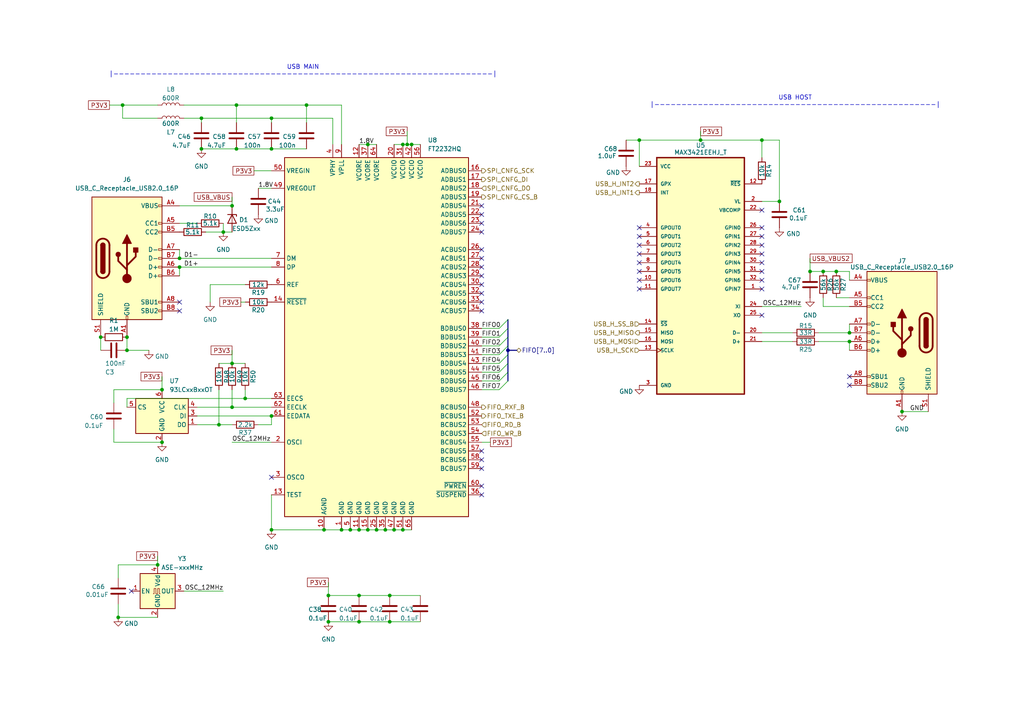
<source format=kicad_sch>
(kicad_sch
	(version 20250114)
	(generator "eeschema")
	(generator_version "9.0")
	(uuid "4d1ba469-c7be-46cf-af34-2e2d4d0c9044")
	(paper "A4")
	(lib_symbols
		(symbol "Connector:USB_C_Receptacle_USB2.0_16P"
			(pin_names
				(offset 1.016)
			)
			(exclude_from_sim no)
			(in_bom yes)
			(on_board yes)
			(property "Reference" "J"
				(at 0 22.225 0)
				(effects
					(font
						(size 1.27 1.27)
					)
				)
			)
			(property "Value" "USB_C_Receptacle_USB2.0_16P"
				(at 0 19.685 0)
				(effects
					(font
						(size 1.27 1.27)
					)
				)
			)
			(property "Footprint" ""
				(at 3.81 0 0)
				(effects
					(font
						(size 1.27 1.27)
					)
					(hide yes)
				)
			)
			(property "Datasheet" "https://www.usb.org/sites/default/files/documents/usb_type-c.zip"
				(at 3.81 0 0)
				(effects
					(font
						(size 1.27 1.27)
					)
					(hide yes)
				)
			)
			(property "Description" "USB 2.0-only 16P Type-C Receptacle connector"
				(at 0 0 0)
				(effects
					(font
						(size 1.27 1.27)
					)
					(hide yes)
				)
			)
			(property "ki_keywords" "usb universal serial bus type-C USB2.0"
				(at 0 0 0)
				(effects
					(font
						(size 1.27 1.27)
					)
					(hide yes)
				)
			)
			(property "ki_fp_filters" "USB*C*Receptacle*"
				(at 0 0 0)
				(effects
					(font
						(size 1.27 1.27)
					)
					(hide yes)
				)
			)
			(symbol "USB_C_Receptacle_USB2.0_16P_0_0"
				(rectangle
					(start -0.254 -17.78)
					(end 0.254 -16.764)
					(stroke
						(width 0)
						(type default)
					)
					(fill
						(type none)
					)
				)
				(rectangle
					(start 10.16 15.494)
					(end 9.144 14.986)
					(stroke
						(width 0)
						(type default)
					)
					(fill
						(type none)
					)
				)
				(rectangle
					(start 10.16 10.414)
					(end 9.144 9.906)
					(stroke
						(width 0)
						(type default)
					)
					(fill
						(type none)
					)
				)
				(rectangle
					(start 10.16 7.874)
					(end 9.144 7.366)
					(stroke
						(width 0)
						(type default)
					)
					(fill
						(type none)
					)
				)
				(rectangle
					(start 10.16 2.794)
					(end 9.144 2.286)
					(stroke
						(width 0)
						(type default)
					)
					(fill
						(type none)
					)
				)
				(rectangle
					(start 10.16 0.254)
					(end 9.144 -0.254)
					(stroke
						(width 0)
						(type default)
					)
					(fill
						(type none)
					)
				)
				(rectangle
					(start 10.16 -2.286)
					(end 9.144 -2.794)
					(stroke
						(width 0)
						(type default)
					)
					(fill
						(type none)
					)
				)
				(rectangle
					(start 10.16 -4.826)
					(end 9.144 -5.334)
					(stroke
						(width 0)
						(type default)
					)
					(fill
						(type none)
					)
				)
				(rectangle
					(start 10.16 -12.446)
					(end 9.144 -12.954)
					(stroke
						(width 0)
						(type default)
					)
					(fill
						(type none)
					)
				)
				(rectangle
					(start 10.16 -14.986)
					(end 9.144 -15.494)
					(stroke
						(width 0)
						(type default)
					)
					(fill
						(type none)
					)
				)
			)
			(symbol "USB_C_Receptacle_USB2.0_16P_0_1"
				(rectangle
					(start -10.16 17.78)
					(end 10.16 -17.78)
					(stroke
						(width 0.254)
						(type default)
					)
					(fill
						(type background)
					)
				)
				(polyline
					(pts
						(xy -8.89 -3.81) (xy -8.89 3.81)
					)
					(stroke
						(width 0.508)
						(type default)
					)
					(fill
						(type none)
					)
				)
				(rectangle
					(start -7.62 -3.81)
					(end -6.35 3.81)
					(stroke
						(width 0.254)
						(type default)
					)
					(fill
						(type outline)
					)
				)
				(arc
					(start -7.62 3.81)
					(mid -6.985 4.4423)
					(end -6.35 3.81)
					(stroke
						(width 0.254)
						(type default)
					)
					(fill
						(type none)
					)
				)
				(arc
					(start -7.62 3.81)
					(mid -6.985 4.4423)
					(end -6.35 3.81)
					(stroke
						(width 0.254)
						(type default)
					)
					(fill
						(type outline)
					)
				)
				(arc
					(start -8.89 3.81)
					(mid -6.985 5.7067)
					(end -5.08 3.81)
					(stroke
						(width 0.508)
						(type default)
					)
					(fill
						(type none)
					)
				)
				(arc
					(start -5.08 -3.81)
					(mid -6.985 -5.7067)
					(end -8.89 -3.81)
					(stroke
						(width 0.508)
						(type default)
					)
					(fill
						(type none)
					)
				)
				(arc
					(start -6.35 -3.81)
					(mid -6.985 -4.4423)
					(end -7.62 -3.81)
					(stroke
						(width 0.254)
						(type default)
					)
					(fill
						(type none)
					)
				)
				(arc
					(start -6.35 -3.81)
					(mid -6.985 -4.4423)
					(end -7.62 -3.81)
					(stroke
						(width 0.254)
						(type default)
					)
					(fill
						(type outline)
					)
				)
				(polyline
					(pts
						(xy -5.08 3.81) (xy -5.08 -3.81)
					)
					(stroke
						(width 0.508)
						(type default)
					)
					(fill
						(type none)
					)
				)
				(circle
					(center -2.54 1.143)
					(radius 0.635)
					(stroke
						(width 0.254)
						(type default)
					)
					(fill
						(type outline)
					)
				)
				(polyline
					(pts
						(xy -1.27 4.318) (xy 0 6.858) (xy 1.27 4.318) (xy -1.27 4.318)
					)
					(stroke
						(width 0.254)
						(type default)
					)
					(fill
						(type outline)
					)
				)
				(polyline
					(pts
						(xy 0 -2.032) (xy 2.54 0.508) (xy 2.54 1.778)
					)
					(stroke
						(width 0.508)
						(type default)
					)
					(fill
						(type none)
					)
				)
				(polyline
					(pts
						(xy 0 -3.302) (xy -2.54 -0.762) (xy -2.54 0.508)
					)
					(stroke
						(width 0.508)
						(type default)
					)
					(fill
						(type none)
					)
				)
				(polyline
					(pts
						(xy 0 -5.842) (xy 0 4.318)
					)
					(stroke
						(width 0.508)
						(type default)
					)
					(fill
						(type none)
					)
				)
				(circle
					(center 0 -5.842)
					(radius 1.27)
					(stroke
						(width 0)
						(type default)
					)
					(fill
						(type outline)
					)
				)
				(rectangle
					(start 1.905 1.778)
					(end 3.175 3.048)
					(stroke
						(width 0.254)
						(type default)
					)
					(fill
						(type outline)
					)
				)
			)
			(symbol "USB_C_Receptacle_USB2.0_16P_1_1"
				(pin passive line
					(at -7.62 -22.86 90)
					(length 5.08)
					(name "SHIELD"
						(effects
							(font
								(size 1.27 1.27)
							)
						)
					)
					(number "S1"
						(effects
							(font
								(size 1.27 1.27)
							)
						)
					)
				)
				(pin passive line
					(at 0 -22.86 90)
					(length 5.08)
					(name "GND"
						(effects
							(font
								(size 1.27 1.27)
							)
						)
					)
					(number "A1"
						(effects
							(font
								(size 1.27 1.27)
							)
						)
					)
				)
				(pin passive line
					(at 0 -22.86 90)
					(length 5.08)
					(hide yes)
					(name "GND"
						(effects
							(font
								(size 1.27 1.27)
							)
						)
					)
					(number "A12"
						(effects
							(font
								(size 1.27 1.27)
							)
						)
					)
				)
				(pin passive line
					(at 0 -22.86 90)
					(length 5.08)
					(hide yes)
					(name "GND"
						(effects
							(font
								(size 1.27 1.27)
							)
						)
					)
					(number "B1"
						(effects
							(font
								(size 1.27 1.27)
							)
						)
					)
				)
				(pin passive line
					(at 0 -22.86 90)
					(length 5.08)
					(hide yes)
					(name "GND"
						(effects
							(font
								(size 1.27 1.27)
							)
						)
					)
					(number "B12"
						(effects
							(font
								(size 1.27 1.27)
							)
						)
					)
				)
				(pin passive line
					(at 15.24 15.24 180)
					(length 5.08)
					(name "VBUS"
						(effects
							(font
								(size 1.27 1.27)
							)
						)
					)
					(number "A4"
						(effects
							(font
								(size 1.27 1.27)
							)
						)
					)
				)
				(pin passive line
					(at 15.24 15.24 180)
					(length 5.08)
					(hide yes)
					(name "VBUS"
						(effects
							(font
								(size 1.27 1.27)
							)
						)
					)
					(number "A9"
						(effects
							(font
								(size 1.27 1.27)
							)
						)
					)
				)
				(pin passive line
					(at 15.24 15.24 180)
					(length 5.08)
					(hide yes)
					(name "VBUS"
						(effects
							(font
								(size 1.27 1.27)
							)
						)
					)
					(number "B4"
						(effects
							(font
								(size 1.27 1.27)
							)
						)
					)
				)
				(pin passive line
					(at 15.24 15.24 180)
					(length 5.08)
					(hide yes)
					(name "VBUS"
						(effects
							(font
								(size 1.27 1.27)
							)
						)
					)
					(number "B9"
						(effects
							(font
								(size 1.27 1.27)
							)
						)
					)
				)
				(pin bidirectional line
					(at 15.24 10.16 180)
					(length 5.08)
					(name "CC1"
						(effects
							(font
								(size 1.27 1.27)
							)
						)
					)
					(number "A5"
						(effects
							(font
								(size 1.27 1.27)
							)
						)
					)
				)
				(pin bidirectional line
					(at 15.24 7.62 180)
					(length 5.08)
					(name "CC2"
						(effects
							(font
								(size 1.27 1.27)
							)
						)
					)
					(number "B5"
						(effects
							(font
								(size 1.27 1.27)
							)
						)
					)
				)
				(pin bidirectional line
					(at 15.24 2.54 180)
					(length 5.08)
					(name "D-"
						(effects
							(font
								(size 1.27 1.27)
							)
						)
					)
					(number "A7"
						(effects
							(font
								(size 1.27 1.27)
							)
						)
					)
				)
				(pin bidirectional line
					(at 15.24 0 180)
					(length 5.08)
					(name "D-"
						(effects
							(font
								(size 1.27 1.27)
							)
						)
					)
					(number "B7"
						(effects
							(font
								(size 1.27 1.27)
							)
						)
					)
				)
				(pin bidirectional line
					(at 15.24 -2.54 180)
					(length 5.08)
					(name "D+"
						(effects
							(font
								(size 1.27 1.27)
							)
						)
					)
					(number "A6"
						(effects
							(font
								(size 1.27 1.27)
							)
						)
					)
				)
				(pin bidirectional line
					(at 15.24 -5.08 180)
					(length 5.08)
					(name "D+"
						(effects
							(font
								(size 1.27 1.27)
							)
						)
					)
					(number "B6"
						(effects
							(font
								(size 1.27 1.27)
							)
						)
					)
				)
				(pin bidirectional line
					(at 15.24 -12.7 180)
					(length 5.08)
					(name "SBU1"
						(effects
							(font
								(size 1.27 1.27)
							)
						)
					)
					(number "A8"
						(effects
							(font
								(size 1.27 1.27)
							)
						)
					)
				)
				(pin bidirectional line
					(at 15.24 -15.24 180)
					(length 5.08)
					(name "SBU2"
						(effects
							(font
								(size 1.27 1.27)
							)
						)
					)
					(number "B8"
						(effects
							(font
								(size 1.27 1.27)
							)
						)
					)
				)
			)
			(embedded_fonts no)
		)
		(symbol "Device:C"
			(pin_numbers
				(hide yes)
			)
			(pin_names
				(offset 0.254)
			)
			(exclude_from_sim no)
			(in_bom yes)
			(on_board yes)
			(property "Reference" "C"
				(at 0.635 2.54 0)
				(effects
					(font
						(size 1.27 1.27)
					)
					(justify left)
				)
			)
			(property "Value" "C"
				(at 0.635 -2.54 0)
				(effects
					(font
						(size 1.27 1.27)
					)
					(justify left)
				)
			)
			(property "Footprint" ""
				(at 0.9652 -3.81 0)
				(effects
					(font
						(size 1.27 1.27)
					)
					(hide yes)
				)
			)
			(property "Datasheet" "~"
				(at 0 0 0)
				(effects
					(font
						(size 1.27 1.27)
					)
					(hide yes)
				)
			)
			(property "Description" "Unpolarized capacitor"
				(at 0 0 0)
				(effects
					(font
						(size 1.27 1.27)
					)
					(hide yes)
				)
			)
			(property "ki_keywords" "cap capacitor"
				(at 0 0 0)
				(effects
					(font
						(size 1.27 1.27)
					)
					(hide yes)
				)
			)
			(property "ki_fp_filters" "C_*"
				(at 0 0 0)
				(effects
					(font
						(size 1.27 1.27)
					)
					(hide yes)
				)
			)
			(symbol "C_0_1"
				(polyline
					(pts
						(xy -2.032 0.762) (xy 2.032 0.762)
					)
					(stroke
						(width 0.508)
						(type default)
					)
					(fill
						(type none)
					)
				)
				(polyline
					(pts
						(xy -2.032 -0.762) (xy 2.032 -0.762)
					)
					(stroke
						(width 0.508)
						(type default)
					)
					(fill
						(type none)
					)
				)
			)
			(symbol "C_1_1"
				(pin passive line
					(at 0 3.81 270)
					(length 2.794)
					(name "~"
						(effects
							(font
								(size 1.27 1.27)
							)
						)
					)
					(number "1"
						(effects
							(font
								(size 1.27 1.27)
							)
						)
					)
				)
				(pin passive line
					(at 0 -3.81 90)
					(length 2.794)
					(name "~"
						(effects
							(font
								(size 1.27 1.27)
							)
						)
					)
					(number "2"
						(effects
							(font
								(size 1.27 1.27)
							)
						)
					)
				)
			)
			(embedded_fonts no)
		)
		(symbol "Device:L"
			(pin_numbers
				(hide yes)
			)
			(pin_names
				(offset 1.016)
				(hide yes)
			)
			(exclude_from_sim no)
			(in_bom yes)
			(on_board yes)
			(property "Reference" "L"
				(at -1.27 0 90)
				(effects
					(font
						(size 1.27 1.27)
					)
				)
			)
			(property "Value" "L"
				(at 1.905 0 90)
				(effects
					(font
						(size 1.27 1.27)
					)
				)
			)
			(property "Footprint" ""
				(at 0 0 0)
				(effects
					(font
						(size 1.27 1.27)
					)
					(hide yes)
				)
			)
			(property "Datasheet" "~"
				(at 0 0 0)
				(effects
					(font
						(size 1.27 1.27)
					)
					(hide yes)
				)
			)
			(property "Description" "Inductor"
				(at 0 0 0)
				(effects
					(font
						(size 1.27 1.27)
					)
					(hide yes)
				)
			)
			(property "ki_keywords" "inductor choke coil reactor magnetic"
				(at 0 0 0)
				(effects
					(font
						(size 1.27 1.27)
					)
					(hide yes)
				)
			)
			(property "ki_fp_filters" "Choke_* *Coil* Inductor_* L_*"
				(at 0 0 0)
				(effects
					(font
						(size 1.27 1.27)
					)
					(hide yes)
				)
			)
			(symbol "L_0_1"
				(arc
					(start 0 2.54)
					(mid 0.6323 1.905)
					(end 0 1.27)
					(stroke
						(width 0)
						(type default)
					)
					(fill
						(type none)
					)
				)
				(arc
					(start 0 1.27)
					(mid 0.6323 0.635)
					(end 0 0)
					(stroke
						(width 0)
						(type default)
					)
					(fill
						(type none)
					)
				)
				(arc
					(start 0 0)
					(mid 0.6323 -0.635)
					(end 0 -1.27)
					(stroke
						(width 0)
						(type default)
					)
					(fill
						(type none)
					)
				)
				(arc
					(start 0 -1.27)
					(mid 0.6323 -1.905)
					(end 0 -2.54)
					(stroke
						(width 0)
						(type default)
					)
					(fill
						(type none)
					)
				)
			)
			(symbol "L_1_1"
				(pin passive line
					(at 0 3.81 270)
					(length 1.27)
					(name "1"
						(effects
							(font
								(size 1.27 1.27)
							)
						)
					)
					(number "1"
						(effects
							(font
								(size 1.27 1.27)
							)
						)
					)
				)
				(pin passive line
					(at 0 -3.81 90)
					(length 1.27)
					(name "2"
						(effects
							(font
								(size 1.27 1.27)
							)
						)
					)
					(number "2"
						(effects
							(font
								(size 1.27 1.27)
							)
						)
					)
				)
			)
			(embedded_fonts no)
		)
		(symbol "Device:R"
			(pin_numbers
				(hide yes)
			)
			(pin_names
				(offset 0)
			)
			(exclude_from_sim no)
			(in_bom yes)
			(on_board yes)
			(property "Reference" "R"
				(at 2.032 0 90)
				(effects
					(font
						(size 1.27 1.27)
					)
				)
			)
			(property "Value" "R"
				(at 0 0 90)
				(effects
					(font
						(size 1.27 1.27)
					)
				)
			)
			(property "Footprint" ""
				(at -1.778 0 90)
				(effects
					(font
						(size 1.27 1.27)
					)
					(hide yes)
				)
			)
			(property "Datasheet" "~"
				(at 0 0 0)
				(effects
					(font
						(size 1.27 1.27)
					)
					(hide yes)
				)
			)
			(property "Description" "Resistor"
				(at 0 0 0)
				(effects
					(font
						(size 1.27 1.27)
					)
					(hide yes)
				)
			)
			(property "ki_keywords" "R res resistor"
				(at 0 0 0)
				(effects
					(font
						(size 1.27 1.27)
					)
					(hide yes)
				)
			)
			(property "ki_fp_filters" "R_*"
				(at 0 0 0)
				(effects
					(font
						(size 1.27 1.27)
					)
					(hide yes)
				)
			)
			(symbol "R_0_1"
				(rectangle
					(start -1.016 -2.54)
					(end 1.016 2.54)
					(stroke
						(width 0.254)
						(type default)
					)
					(fill
						(type none)
					)
				)
			)
			(symbol "R_1_1"
				(pin passive line
					(at 0 3.81 270)
					(length 1.27)
					(name "~"
						(effects
							(font
								(size 1.27 1.27)
							)
						)
					)
					(number "1"
						(effects
							(font
								(size 1.27 1.27)
							)
						)
					)
				)
				(pin passive line
					(at 0 -3.81 90)
					(length 1.27)
					(name "~"
						(effects
							(font
								(size 1.27 1.27)
							)
						)
					)
					(number "2"
						(effects
							(font
								(size 1.27 1.27)
							)
						)
					)
				)
			)
			(embedded_fonts no)
		)
		(symbol "Diode:ESD5Zxx"
			(pin_numbers
				(hide yes)
			)
			(pin_names
				(hide yes)
			)
			(exclude_from_sim no)
			(in_bom yes)
			(on_board yes)
			(property "Reference" "D"
				(at 0 2.54 0)
				(effects
					(font
						(size 1.27 1.27)
					)
				)
			)
			(property "Value" "ESD5Zxx"
				(at 0 -2.54 0)
				(effects
					(font
						(size 1.27 1.27)
					)
				)
			)
			(property "Footprint" "Diode_SMD:D_SOD-523"
				(at 0 -4.445 0)
				(effects
					(font
						(size 1.27 1.27)
					)
					(hide yes)
				)
			)
			(property "Datasheet" "https://www.onsemi.com/pdf/datasheet/esd5z2.5t1-d.pdf"
				(at 0 0 0)
				(effects
					(font
						(size 1.27 1.27)
					)
					(hide yes)
				)
			)
			(property "Description" "ESD Protection Diode, SOD-523"
				(at 0 0 0)
				(effects
					(font
						(size 1.27 1.27)
					)
					(hide yes)
				)
			)
			(property "ki_keywords" "esd tvs unidirectional diode"
				(at 0 0 0)
				(effects
					(font
						(size 1.27 1.27)
					)
					(hide yes)
				)
			)
			(property "ki_fp_filters" "D?SOD?523*"
				(at 0 0 0)
				(effects
					(font
						(size 1.27 1.27)
					)
					(hide yes)
				)
			)
			(symbol "ESD5Zxx_0_1"
				(polyline
					(pts
						(xy -1.27 -1.27) (xy -1.27 1.27) (xy -0.762 1.27)
					)
					(stroke
						(width 0.254)
						(type default)
					)
					(fill
						(type none)
					)
				)
				(polyline
					(pts
						(xy 1.27 0) (xy -1.27 0)
					)
					(stroke
						(width 0)
						(type default)
					)
					(fill
						(type none)
					)
				)
				(polyline
					(pts
						(xy 1.27 -1.27) (xy 1.27 1.27) (xy -1.27 0) (xy 1.27 -1.27)
					)
					(stroke
						(width 0.254)
						(type default)
					)
					(fill
						(type none)
					)
				)
			)
			(symbol "ESD5Zxx_1_1"
				(pin passive line
					(at -3.81 0 0)
					(length 2.54)
					(name "K"
						(effects
							(font
								(size 1.27 1.27)
							)
						)
					)
					(number "1"
						(effects
							(font
								(size 1.27 1.27)
							)
						)
					)
				)
				(pin passive line
					(at 3.81 0 180)
					(length 2.54)
					(name "A"
						(effects
							(font
								(size 1.27 1.27)
							)
						)
					)
					(number "2"
						(effects
							(font
								(size 1.27 1.27)
							)
						)
					)
				)
			)
			(embedded_fonts no)
		)
		(symbol "Interface_USB:FT2232HQ"
			(exclude_from_sim no)
			(in_bom yes)
			(on_board yes)
			(property "Reference" "U"
				(at -26.67 53.34 0)
				(effects
					(font
						(size 1.27 1.27)
					)
					(justify left)
				)
			)
			(property "Value" "FT2232HQ"
				(at 19.05 53.34 0)
				(effects
					(font
						(size 1.27 1.27)
					)
					(justify left)
				)
			)
			(property "Footprint" "Package_DFN_QFN:QFN-64-1EP_9x9mm_P0.5mm_EP4.35x4.35mm"
				(at 0 0 0)
				(effects
					(font
						(size 1.27 1.27)
					)
					(hide yes)
				)
			)
			(property "Datasheet" "https://www.ftdichip.com/Support/Documents/DataSheets/ICs/DS_FT2232H.pdf"
				(at 0 0 0)
				(effects
					(font
						(size 1.27 1.27)
					)
					(hide yes)
				)
			)
			(property "Description" "Hi Speed Double Channel USB UART/FIFO, QFN-64"
				(at 0 0 0)
				(effects
					(font
						(size 1.27 1.27)
					)
					(hide yes)
				)
			)
			(property "ki_keywords" "USB Double UART FIFO"
				(at 0 0 0)
				(effects
					(font
						(size 1.27 1.27)
					)
					(hide yes)
				)
			)
			(property "ki_fp_filters" "QFN*1EP*9x9mm*P0.5mm*"
				(at 0 0 0)
				(effects
					(font
						(size 1.27 1.27)
					)
					(hide yes)
				)
			)
			(symbol "FT2232HQ_0_1"
				(rectangle
					(start -26.67 -52.07)
					(end 26.67 52.07)
					(stroke
						(width 0.254)
						(type default)
					)
					(fill
						(type background)
					)
				)
			)
			(symbol "FT2232HQ_1_1"
				(pin power_in line
					(at -30.48 48.26 0)
					(length 3.81)
					(name "VREGIN"
						(effects
							(font
								(size 1.27 1.27)
							)
						)
					)
					(number "50"
						(effects
							(font
								(size 1.27 1.27)
							)
						)
					)
				)
				(pin power_out line
					(at -30.48 43.18 0)
					(length 3.81)
					(name "VREGOUT"
						(effects
							(font
								(size 1.27 1.27)
							)
						)
					)
					(number "49"
						(effects
							(font
								(size 1.27 1.27)
							)
						)
					)
				)
				(pin bidirectional line
					(at -30.48 22.86 0)
					(length 3.81)
					(name "DM"
						(effects
							(font
								(size 1.27 1.27)
							)
						)
					)
					(number "7"
						(effects
							(font
								(size 1.27 1.27)
							)
						)
					)
				)
				(pin bidirectional line
					(at -30.48 20.32 0)
					(length 3.81)
					(name "DP"
						(effects
							(font
								(size 1.27 1.27)
							)
						)
					)
					(number "8"
						(effects
							(font
								(size 1.27 1.27)
							)
						)
					)
				)
				(pin output line
					(at -30.48 15.24 0)
					(length 3.81)
					(name "REF"
						(effects
							(font
								(size 1.27 1.27)
							)
						)
					)
					(number "6"
						(effects
							(font
								(size 1.27 1.27)
							)
						)
					)
				)
				(pin input line
					(at -30.48 10.16 0)
					(length 3.81)
					(name "~{RESET}"
						(effects
							(font
								(size 1.27 1.27)
							)
						)
					)
					(number "14"
						(effects
							(font
								(size 1.27 1.27)
							)
						)
					)
				)
				(pin output line
					(at -30.48 -17.78 0)
					(length 3.81)
					(name "EECS"
						(effects
							(font
								(size 1.27 1.27)
							)
						)
					)
					(number "63"
						(effects
							(font
								(size 1.27 1.27)
							)
						)
					)
				)
				(pin output line
					(at -30.48 -20.32 0)
					(length 3.81)
					(name "EECLK"
						(effects
							(font
								(size 1.27 1.27)
							)
						)
					)
					(number "62"
						(effects
							(font
								(size 1.27 1.27)
							)
						)
					)
				)
				(pin bidirectional line
					(at -30.48 -22.86 0)
					(length 3.81)
					(name "EEDATA"
						(effects
							(font
								(size 1.27 1.27)
							)
						)
					)
					(number "61"
						(effects
							(font
								(size 1.27 1.27)
							)
						)
					)
				)
				(pin input line
					(at -30.48 -30.48 0)
					(length 3.81)
					(name "OSCI"
						(effects
							(font
								(size 1.27 1.27)
							)
						)
					)
					(number "2"
						(effects
							(font
								(size 1.27 1.27)
							)
						)
					)
				)
				(pin output line
					(at -30.48 -40.64 0)
					(length 3.81)
					(name "OSCO"
						(effects
							(font
								(size 1.27 1.27)
							)
						)
					)
					(number "3"
						(effects
							(font
								(size 1.27 1.27)
							)
						)
					)
				)
				(pin input line
					(at -30.48 -45.72 0)
					(length 3.81)
					(name "TEST"
						(effects
							(font
								(size 1.27 1.27)
							)
						)
					)
					(number "13"
						(effects
							(font
								(size 1.27 1.27)
							)
						)
					)
				)
				(pin power_in line
					(at -15.24 -55.88 90)
					(length 3.81)
					(name "AGND"
						(effects
							(font
								(size 1.27 1.27)
							)
						)
					)
					(number "10"
						(effects
							(font
								(size 1.27 1.27)
							)
						)
					)
				)
				(pin power_in line
					(at -12.7 55.88 270)
					(length 3.81)
					(name "VPHY"
						(effects
							(font
								(size 1.27 1.27)
							)
						)
					)
					(number "4"
						(effects
							(font
								(size 1.27 1.27)
							)
						)
					)
				)
				(pin input line
					(at -10.16 55.88 270)
					(length 3.81)
					(name "VPLL"
						(effects
							(font
								(size 1.27 1.27)
							)
						)
					)
					(number "9"
						(effects
							(font
								(size 1.27 1.27)
							)
						)
					)
				)
				(pin power_in line
					(at -10.16 -55.88 90)
					(length 3.81)
					(name "GND"
						(effects
							(font
								(size 1.27 1.27)
							)
						)
					)
					(number "1"
						(effects
							(font
								(size 1.27 1.27)
							)
						)
					)
				)
				(pin power_in line
					(at -7.62 -55.88 90)
					(length 3.81)
					(name "GND"
						(effects
							(font
								(size 1.27 1.27)
							)
						)
					)
					(number "5"
						(effects
							(font
								(size 1.27 1.27)
							)
						)
					)
				)
				(pin power_in line
					(at -5.08 55.88 270)
					(length 3.81)
					(name "VCORE"
						(effects
							(font
								(size 1.27 1.27)
							)
						)
					)
					(number "12"
						(effects
							(font
								(size 1.27 1.27)
							)
						)
					)
				)
				(pin power_in line
					(at -5.08 -55.88 90)
					(length 3.81)
					(name "GND"
						(effects
							(font
								(size 1.27 1.27)
							)
						)
					)
					(number "11"
						(effects
							(font
								(size 1.27 1.27)
							)
						)
					)
				)
				(pin power_in line
					(at -2.54 55.88 270)
					(length 3.81)
					(name "VCORE"
						(effects
							(font
								(size 1.27 1.27)
							)
						)
					)
					(number "37"
						(effects
							(font
								(size 1.27 1.27)
							)
						)
					)
				)
				(pin power_in line
					(at -2.54 -55.88 90)
					(length 3.81)
					(name "GND"
						(effects
							(font
								(size 1.27 1.27)
							)
						)
					)
					(number "15"
						(effects
							(font
								(size 1.27 1.27)
							)
						)
					)
				)
				(pin power_in line
					(at 0 55.88 270)
					(length 3.81)
					(name "VCORE"
						(effects
							(font
								(size 1.27 1.27)
							)
						)
					)
					(number "64"
						(effects
							(font
								(size 1.27 1.27)
							)
						)
					)
				)
				(pin power_in line
					(at 0 -55.88 90)
					(length 3.81)
					(name "GND"
						(effects
							(font
								(size 1.27 1.27)
							)
						)
					)
					(number "25"
						(effects
							(font
								(size 1.27 1.27)
							)
						)
					)
				)
				(pin power_in line
					(at 2.54 -55.88 90)
					(length 3.81)
					(name "GND"
						(effects
							(font
								(size 1.27 1.27)
							)
						)
					)
					(number "35"
						(effects
							(font
								(size 1.27 1.27)
							)
						)
					)
				)
				(pin power_in line
					(at 5.08 55.88 270)
					(length 3.81)
					(name "VCCIO"
						(effects
							(font
								(size 1.27 1.27)
							)
						)
					)
					(number "20"
						(effects
							(font
								(size 1.27 1.27)
							)
						)
					)
				)
				(pin power_in line
					(at 5.08 -55.88 90)
					(length 3.81)
					(name "GND"
						(effects
							(font
								(size 1.27 1.27)
							)
						)
					)
					(number "47"
						(effects
							(font
								(size 1.27 1.27)
							)
						)
					)
				)
				(pin power_in line
					(at 7.62 55.88 270)
					(length 3.81)
					(name "VCCIO"
						(effects
							(font
								(size 1.27 1.27)
							)
						)
					)
					(number "31"
						(effects
							(font
								(size 1.27 1.27)
							)
						)
					)
				)
				(pin power_in line
					(at 7.62 -55.88 90)
					(length 3.81)
					(name "GND"
						(effects
							(font
								(size 1.27 1.27)
							)
						)
					)
					(number "51"
						(effects
							(font
								(size 1.27 1.27)
							)
						)
					)
				)
				(pin power_in line
					(at 10.16 55.88 270)
					(length 3.81)
					(name "VCCIO"
						(effects
							(font
								(size 1.27 1.27)
							)
						)
					)
					(number "42"
						(effects
							(font
								(size 1.27 1.27)
							)
						)
					)
				)
				(pin power_in line
					(at 10.16 -55.88 90)
					(length 3.81)
					(name "GND"
						(effects
							(font
								(size 1.27 1.27)
							)
						)
					)
					(number "65"
						(effects
							(font
								(size 1.27 1.27)
							)
						)
					)
				)
				(pin power_in line
					(at 12.7 55.88 270)
					(length 3.81)
					(name "VCCIO"
						(effects
							(font
								(size 1.27 1.27)
							)
						)
					)
					(number "56"
						(effects
							(font
								(size 1.27 1.27)
							)
						)
					)
				)
				(pin bidirectional line
					(at 30.48 48.26 180)
					(length 3.81)
					(name "ADBUS0"
						(effects
							(font
								(size 1.27 1.27)
							)
						)
					)
					(number "16"
						(effects
							(font
								(size 1.27 1.27)
							)
						)
					)
				)
				(pin bidirectional line
					(at 30.48 45.72 180)
					(length 3.81)
					(name "ADBUS1"
						(effects
							(font
								(size 1.27 1.27)
							)
						)
					)
					(number "17"
						(effects
							(font
								(size 1.27 1.27)
							)
						)
					)
				)
				(pin bidirectional line
					(at 30.48 43.18 180)
					(length 3.81)
					(name "ADBUS2"
						(effects
							(font
								(size 1.27 1.27)
							)
						)
					)
					(number "18"
						(effects
							(font
								(size 1.27 1.27)
							)
						)
					)
				)
				(pin bidirectional line
					(at 30.48 40.64 180)
					(length 3.81)
					(name "ADBUS3"
						(effects
							(font
								(size 1.27 1.27)
							)
						)
					)
					(number "19"
						(effects
							(font
								(size 1.27 1.27)
							)
						)
					)
				)
				(pin bidirectional line
					(at 30.48 38.1 180)
					(length 3.81)
					(name "ADBUS4"
						(effects
							(font
								(size 1.27 1.27)
							)
						)
					)
					(number "21"
						(effects
							(font
								(size 1.27 1.27)
							)
						)
					)
				)
				(pin bidirectional line
					(at 30.48 35.56 180)
					(length 3.81)
					(name "ADBUS5"
						(effects
							(font
								(size 1.27 1.27)
							)
						)
					)
					(number "22"
						(effects
							(font
								(size 1.27 1.27)
							)
						)
					)
				)
				(pin bidirectional line
					(at 30.48 33.02 180)
					(length 3.81)
					(name "ADBUS6"
						(effects
							(font
								(size 1.27 1.27)
							)
						)
					)
					(number "23"
						(effects
							(font
								(size 1.27 1.27)
							)
						)
					)
				)
				(pin bidirectional line
					(at 30.48 30.48 180)
					(length 3.81)
					(name "ADBUS7"
						(effects
							(font
								(size 1.27 1.27)
							)
						)
					)
					(number "24"
						(effects
							(font
								(size 1.27 1.27)
							)
						)
					)
				)
				(pin bidirectional line
					(at 30.48 25.4 180)
					(length 3.81)
					(name "ACBUS0"
						(effects
							(font
								(size 1.27 1.27)
							)
						)
					)
					(number "26"
						(effects
							(font
								(size 1.27 1.27)
							)
						)
					)
				)
				(pin bidirectional line
					(at 30.48 22.86 180)
					(length 3.81)
					(name "ACBUS1"
						(effects
							(font
								(size 1.27 1.27)
							)
						)
					)
					(number "27"
						(effects
							(font
								(size 1.27 1.27)
							)
						)
					)
				)
				(pin bidirectional line
					(at 30.48 20.32 180)
					(length 3.81)
					(name "ACBUS2"
						(effects
							(font
								(size 1.27 1.27)
							)
						)
					)
					(number "28"
						(effects
							(font
								(size 1.27 1.27)
							)
						)
					)
				)
				(pin bidirectional line
					(at 30.48 17.78 180)
					(length 3.81)
					(name "ACBUS3"
						(effects
							(font
								(size 1.27 1.27)
							)
						)
					)
					(number "29"
						(effects
							(font
								(size 1.27 1.27)
							)
						)
					)
				)
				(pin bidirectional line
					(at 30.48 15.24 180)
					(length 3.81)
					(name "ACBUS4"
						(effects
							(font
								(size 1.27 1.27)
							)
						)
					)
					(number "30"
						(effects
							(font
								(size 1.27 1.27)
							)
						)
					)
				)
				(pin bidirectional line
					(at 30.48 12.7 180)
					(length 3.81)
					(name "ACBUS5"
						(effects
							(font
								(size 1.27 1.27)
							)
						)
					)
					(number "32"
						(effects
							(font
								(size 1.27 1.27)
							)
						)
					)
				)
				(pin bidirectional line
					(at 30.48 10.16 180)
					(length 3.81)
					(name "ACBUS6"
						(effects
							(font
								(size 1.27 1.27)
							)
						)
					)
					(number "33"
						(effects
							(font
								(size 1.27 1.27)
							)
						)
					)
				)
				(pin bidirectional line
					(at 30.48 7.62 180)
					(length 3.81)
					(name "ACBUS7"
						(effects
							(font
								(size 1.27 1.27)
							)
						)
					)
					(number "34"
						(effects
							(font
								(size 1.27 1.27)
							)
						)
					)
				)
				(pin bidirectional line
					(at 30.48 2.54 180)
					(length 3.81)
					(name "BDBUS0"
						(effects
							(font
								(size 1.27 1.27)
							)
						)
					)
					(number "38"
						(effects
							(font
								(size 1.27 1.27)
							)
						)
					)
				)
				(pin bidirectional line
					(at 30.48 0 180)
					(length 3.81)
					(name "BDBUS1"
						(effects
							(font
								(size 1.27 1.27)
							)
						)
					)
					(number "39"
						(effects
							(font
								(size 1.27 1.27)
							)
						)
					)
				)
				(pin bidirectional line
					(at 30.48 -2.54 180)
					(length 3.81)
					(name "BDBUS2"
						(effects
							(font
								(size 1.27 1.27)
							)
						)
					)
					(number "40"
						(effects
							(font
								(size 1.27 1.27)
							)
						)
					)
				)
				(pin bidirectional line
					(at 30.48 -5.08 180)
					(length 3.81)
					(name "BDBUS3"
						(effects
							(font
								(size 1.27 1.27)
							)
						)
					)
					(number "41"
						(effects
							(font
								(size 1.27 1.27)
							)
						)
					)
				)
				(pin bidirectional line
					(at 30.48 -7.62 180)
					(length 3.81)
					(name "BDBUS4"
						(effects
							(font
								(size 1.27 1.27)
							)
						)
					)
					(number "43"
						(effects
							(font
								(size 1.27 1.27)
							)
						)
					)
				)
				(pin bidirectional line
					(at 30.48 -10.16 180)
					(length 3.81)
					(name "BDBUS5"
						(effects
							(font
								(size 1.27 1.27)
							)
						)
					)
					(number "44"
						(effects
							(font
								(size 1.27 1.27)
							)
						)
					)
				)
				(pin bidirectional line
					(at 30.48 -12.7 180)
					(length 3.81)
					(name "BDBUS6"
						(effects
							(font
								(size 1.27 1.27)
							)
						)
					)
					(number "45"
						(effects
							(font
								(size 1.27 1.27)
							)
						)
					)
				)
				(pin bidirectional line
					(at 30.48 -15.24 180)
					(length 3.81)
					(name "BDBUS7"
						(effects
							(font
								(size 1.27 1.27)
							)
						)
					)
					(number "46"
						(effects
							(font
								(size 1.27 1.27)
							)
						)
					)
				)
				(pin bidirectional line
					(at 30.48 -20.32 180)
					(length 3.81)
					(name "BCBUS0"
						(effects
							(font
								(size 1.27 1.27)
							)
						)
					)
					(number "48"
						(effects
							(font
								(size 1.27 1.27)
							)
						)
					)
				)
				(pin bidirectional line
					(at 30.48 -22.86 180)
					(length 3.81)
					(name "BCBUS1"
						(effects
							(font
								(size 1.27 1.27)
							)
						)
					)
					(number "52"
						(effects
							(font
								(size 1.27 1.27)
							)
						)
					)
				)
				(pin bidirectional line
					(at 30.48 -25.4 180)
					(length 3.81)
					(name "BCBUS2"
						(effects
							(font
								(size 1.27 1.27)
							)
						)
					)
					(number "53"
						(effects
							(font
								(size 1.27 1.27)
							)
						)
					)
				)
				(pin bidirectional line
					(at 30.48 -27.94 180)
					(length 3.81)
					(name "BCBUS3"
						(effects
							(font
								(size 1.27 1.27)
							)
						)
					)
					(number "54"
						(effects
							(font
								(size 1.27 1.27)
							)
						)
					)
				)
				(pin bidirectional line
					(at 30.48 -30.48 180)
					(length 3.81)
					(name "BCBUS4"
						(effects
							(font
								(size 1.27 1.27)
							)
						)
					)
					(number "55"
						(effects
							(font
								(size 1.27 1.27)
							)
						)
					)
				)
				(pin bidirectional line
					(at 30.48 -33.02 180)
					(length 3.81)
					(name "BCBUS5"
						(effects
							(font
								(size 1.27 1.27)
							)
						)
					)
					(number "57"
						(effects
							(font
								(size 1.27 1.27)
							)
						)
					)
				)
				(pin bidirectional line
					(at 30.48 -35.56 180)
					(length 3.81)
					(name "BCBUS6"
						(effects
							(font
								(size 1.27 1.27)
							)
						)
					)
					(number "58"
						(effects
							(font
								(size 1.27 1.27)
							)
						)
					)
				)
				(pin bidirectional line
					(at 30.48 -38.1 180)
					(length 3.81)
					(name "BCBUS7"
						(effects
							(font
								(size 1.27 1.27)
							)
						)
					)
					(number "59"
						(effects
							(font
								(size 1.27 1.27)
							)
						)
					)
				)
				(pin output line
					(at 30.48 -43.18 180)
					(length 3.81)
					(name "~{PWREN}"
						(effects
							(font
								(size 1.27 1.27)
							)
						)
					)
					(number "60"
						(effects
							(font
								(size 1.27 1.27)
							)
						)
					)
				)
				(pin output line
					(at 30.48 -45.72 180)
					(length 3.81)
					(name "~{SUSPEND}"
						(effects
							(font
								(size 1.27 1.27)
							)
						)
					)
					(number "36"
						(effects
							(font
								(size 1.27 1.27)
							)
						)
					)
				)
			)
			(embedded_fonts no)
		)
		(symbol "MAX3421EEHJ_T:MAX3421EEHJ_T"
			(pin_names
				(offset 1.016)
			)
			(exclude_from_sim no)
			(in_bom yes)
			(on_board yes)
			(property "Reference" "U5"
				(at 0 36.576 0)
				(effects
					(font
						(size 1.27 1.27)
					)
				)
			)
			(property "Value" "MAX3421EEHJ_T"
				(at 0 34.544 0)
				(effects
					(font
						(size 1.27 1.27)
					)
				)
			)
			(property "Footprint" "MAX3421EEHJ_T:QFP50P700X700X120-32N"
				(at 0 0 0)
				(effects
					(font
						(size 1.27 1.27)
					)
					(justify bottom)
					(hide yes)
				)
			)
			(property "Datasheet" "https://www.analog.com/media/en/technical-documentation/data-sheets/MAX3421E.pdf"
				(at 0 0 0)
				(effects
					(font
						(size 1.27 1.27)
					)
					(hide yes)
				)
			)
			(property "Description" "Ic Usb Periph/Host Cntrl 32tqfp - Max3421eehj+t"
				(at 0 0 0)
				(effects
					(font
						(size 1.27 1.27)
					)
					(justify bottom)
					(hide yes)
				)
			)
			(property "MF" "Analog Devices"
				(at 0 0 0)
				(effects
					(font
						(size 1.27 1.27)
					)
					(justify bottom)
					(hide yes)
				)
			)
			(property "PACKAGE" "TQFP-32 Maxim"
				(at 0 0 0)
				(effects
					(font
						(size 1.27 1.27)
					)
					(justify bottom)
					(hide yes)
				)
			)
			(property "PRICE" "None"
				(at 0 0 0)
				(effects
					(font
						(size 1.27 1.27)
					)
					(justify bottom)
					(hide yes)
				)
			)
			(property "Package" "TQFP-32 Maxim"
				(at 0 0 0)
				(effects
					(font
						(size 1.27 1.27)
					)
					(justify bottom)
					(hide yes)
				)
			)
			(property "Check_prices" "https://www.snapeda.com/parts/MAX3421EEHJ+/Analog+Devices/view-part/?ref=eda"
				(at 0 0 0)
				(effects
					(font
						(size 1.27 1.27)
					)
					(justify bottom)
					(hide yes)
				)
			)
			(property "Price" "None"
				(at 0 0 0)
				(effects
					(font
						(size 1.27 1.27)
					)
					(justify bottom)
					(hide yes)
				)
			)
			(property "SnapEDA_Link" "https://www.snapeda.com/parts/MAX3421EEHJ+/Analog+Devices/view-part/?ref=snap"
				(at 0 0 0)
				(effects
					(font
						(size 1.27 1.27)
					)
					(justify bottom)
					(hide yes)
				)
			)
			(property "MP" "MAX3421EEHJ+"
				(at 0 0 0)
				(effects
					(font
						(size 1.27 1.27)
					)
					(justify bottom)
					(hide yes)
				)
			)
			(property "Availability" "In Stock"
				(at 0 0 0)
				(effects
					(font
						(size 1.27 1.27)
					)
					(justify bottom)
					(hide yes)
				)
			)
			(property "AVAILABILITY" "Unavailable"
				(at 0 0 0)
				(effects
					(font
						(size 1.27 1.27)
					)
					(justify bottom)
					(hide yes)
				)
			)
			(property "Description_1" "USB Peripheral/Host Controller with SPI Interface"
				(at 0 0 0)
				(effects
					(font
						(size 1.27 1.27)
					)
					(justify bottom)
					(hide yes)
				)
			)
			(symbol "MAX3421EEHJ_T_0_0"
				(rectangle
					(start -12.7 -35.56)
					(end 12.7 33.02)
					(stroke
						(width 0.41)
						(type default)
					)
					(fill
						(type background)
					)
				)
				(pin input line
					(at -17.78 25.4 0)
					(length 5.08)
					(name "~{RES}"
						(effects
							(font
								(size 1.016 1.016)
							)
						)
					)
					(number "12"
						(effects
							(font
								(size 1.016 1.016)
							)
						)
					)
				)
				(pin input line
					(at -17.78 20.32 0)
					(length 5.08)
					(name "VL"
						(effects
							(font
								(size 1.016 1.016)
							)
						)
					)
					(number "2"
						(effects
							(font
								(size 1.016 1.016)
							)
						)
					)
				)
				(pin input line
					(at -17.78 17.78 0)
					(length 5.08)
					(name "VBCOMP"
						(effects
							(font
								(size 1.016 1.016)
							)
						)
					)
					(number "22"
						(effects
							(font
								(size 1.016 1.016)
							)
						)
					)
				)
				(pin input line
					(at -17.78 12.7 0)
					(length 5.08)
					(name "GPIN0"
						(effects
							(font
								(size 1.016 1.016)
							)
						)
					)
					(number "26"
						(effects
							(font
								(size 1.016 1.016)
							)
						)
					)
				)
				(pin input line
					(at -17.78 10.16 0)
					(length 5.08)
					(name "GPIN1"
						(effects
							(font
								(size 1.016 1.016)
							)
						)
					)
					(number "27"
						(effects
							(font
								(size 1.016 1.016)
							)
						)
					)
				)
				(pin input line
					(at -17.78 7.62 0)
					(length 5.08)
					(name "GPIN2"
						(effects
							(font
								(size 1.016 1.016)
							)
						)
					)
					(number "28"
						(effects
							(font
								(size 1.016 1.016)
							)
						)
					)
				)
				(pin input line
					(at -17.78 5.08 0)
					(length 5.08)
					(name "GPIN3"
						(effects
							(font
								(size 1.016 1.016)
							)
						)
					)
					(number "29"
						(effects
							(font
								(size 1.016 1.016)
							)
						)
					)
				)
				(pin input line
					(at -17.78 2.54 0)
					(length 5.08)
					(name "GPIN4"
						(effects
							(font
								(size 1.016 1.016)
							)
						)
					)
					(number "30"
						(effects
							(font
								(size 1.016 1.016)
							)
						)
					)
				)
				(pin input line
					(at -17.78 0 0)
					(length 5.08)
					(name "GPIN5"
						(effects
							(font
								(size 1.016 1.016)
							)
						)
					)
					(number "31"
						(effects
							(font
								(size 1.016 1.016)
							)
						)
					)
				)
				(pin input line
					(at -17.78 -2.54 0)
					(length 5.08)
					(name "GPIN6"
						(effects
							(font
								(size 1.016 1.016)
							)
						)
					)
					(number "32"
						(effects
							(font
								(size 1.016 1.016)
							)
						)
					)
				)
				(pin input line
					(at -17.78 -5.08 0)
					(length 5.08)
					(name "GPIN7"
						(effects
							(font
								(size 1.016 1.016)
							)
						)
					)
					(number "1"
						(effects
							(font
								(size 1.016 1.016)
							)
						)
					)
				)
				(pin input line
					(at -17.78 -10.16 0)
					(length 5.08)
					(name "XI"
						(effects
							(font
								(size 1.016 1.016)
							)
						)
					)
					(number "24"
						(effects
							(font
								(size 1.016 1.016)
							)
						)
					)
				)
				(pin output line
					(at -17.78 -12.7 0)
					(length 5.08)
					(name "XO"
						(effects
							(font
								(size 1.016 1.016)
							)
						)
					)
					(number "25"
						(effects
							(font
								(size 1.016 1.016)
							)
						)
					)
				)
				(pin bidirectional line
					(at -17.78 -17.78 0)
					(length 5.08)
					(name "D-"
						(effects
							(font
								(size 1.016 1.016)
							)
						)
					)
					(number "20"
						(effects
							(font
								(size 1.016 1.016)
							)
						)
					)
				)
				(pin bidirectional line
					(at -17.78 -20.32 0)
					(length 5.08)
					(name "D+"
						(effects
							(font
								(size 1.016 1.016)
							)
						)
					)
					(number "21"
						(effects
							(font
								(size 1.016 1.016)
							)
						)
					)
				)
				(pin power_in line
					(at 17.78 30.48 180)
					(length 5.08)
					(name "VCC"
						(effects
							(font
								(size 1.016 1.016)
							)
						)
					)
					(number "23"
						(effects
							(font
								(size 1.016 1.016)
							)
						)
					)
				)
				(pin output line
					(at 17.78 25.4 180)
					(length 5.08)
					(name "GPX"
						(effects
							(font
								(size 1.016 1.016)
							)
						)
					)
					(number "17"
						(effects
							(font
								(size 1.016 1.016)
							)
						)
					)
				)
				(pin output line
					(at 17.78 22.86 180)
					(length 5.08)
					(name "INT"
						(effects
							(font
								(size 1.016 1.016)
							)
						)
					)
					(number "18"
						(effects
							(font
								(size 1.016 1.016)
							)
						)
					)
				)
				(pin output line
					(at 17.78 12.7 180)
					(length 5.08)
					(name "GPOUT0"
						(effects
							(font
								(size 1.016 1.016)
							)
						)
					)
					(number "4"
						(effects
							(font
								(size 1.016 1.016)
							)
						)
					)
				)
				(pin output line
					(at 17.78 10.16 180)
					(length 5.08)
					(name "GPOUT1"
						(effects
							(font
								(size 1.016 1.016)
							)
						)
					)
					(number "5"
						(effects
							(font
								(size 1.016 1.016)
							)
						)
					)
				)
				(pin output line
					(at 17.78 7.62 180)
					(length 5.08)
					(name "GPOUT2"
						(effects
							(font
								(size 1.016 1.016)
							)
						)
					)
					(number "6"
						(effects
							(font
								(size 1.016 1.016)
							)
						)
					)
				)
				(pin output line
					(at 17.78 5.08 180)
					(length 5.08)
					(name "GPOUT3"
						(effects
							(font
								(size 1.016 1.016)
							)
						)
					)
					(number "7"
						(effects
							(font
								(size 1.016 1.016)
							)
						)
					)
				)
				(pin output line
					(at 17.78 2.54 180)
					(length 5.08)
					(name "GPOUT4"
						(effects
							(font
								(size 1.016 1.016)
							)
						)
					)
					(number "8"
						(effects
							(font
								(size 1.016 1.016)
							)
						)
					)
				)
				(pin output line
					(at 17.78 0 180)
					(length 5.08)
					(name "GPOUT5"
						(effects
							(font
								(size 1.016 1.016)
							)
						)
					)
					(number "9"
						(effects
							(font
								(size 1.016 1.016)
							)
						)
					)
				)
				(pin output line
					(at 17.78 -2.54 180)
					(length 5.08)
					(name "GPOUT6"
						(effects
							(font
								(size 1.016 1.016)
							)
						)
					)
					(number "10"
						(effects
							(font
								(size 1.016 1.016)
							)
						)
					)
				)
				(pin output line
					(at 17.78 -5.08 180)
					(length 5.08)
					(name "GPOUT7"
						(effects
							(font
								(size 1.016 1.016)
							)
						)
					)
					(number "11"
						(effects
							(font
								(size 1.016 1.016)
							)
						)
					)
				)
				(pin input line
					(at 17.78 -15.24 180)
					(length 5.08)
					(name "~{SS}"
						(effects
							(font
								(size 1.016 1.016)
							)
						)
					)
					(number "14"
						(effects
							(font
								(size 1.016 1.016)
							)
						)
					)
				)
				(pin output line
					(at 17.78 -17.78 180)
					(length 5.08)
					(name "MISO"
						(effects
							(font
								(size 1.016 1.016)
							)
						)
					)
					(number "15"
						(effects
							(font
								(size 1.016 1.016)
							)
						)
					)
				)
				(pin bidirectional line
					(at 17.78 -20.32 180)
					(length 5.08)
					(name "MOSI"
						(effects
							(font
								(size 1.016 1.016)
							)
						)
					)
					(number "16"
						(effects
							(font
								(size 1.016 1.016)
							)
						)
					)
				)
				(pin input clock
					(at 17.78 -22.86 180)
					(length 5.08)
					(name "SCLK"
						(effects
							(font
								(size 1.016 1.016)
							)
						)
					)
					(number "13"
						(effects
							(font
								(size 1.016 1.016)
							)
						)
					)
				)
				(pin power_in line
					(at 17.78 -33.02 180)
					(length 5.08)
					(hide yes)
					(name "GND"
						(effects
							(font
								(size 1.016 1.016)
							)
						)
					)
					(number "19"
						(effects
							(font
								(size 1.016 1.016)
							)
						)
					)
				)
				(pin power_in line
					(at 17.78 -33.02 180)
					(length 5.08)
					(name "GND"
						(effects
							(font
								(size 1.016 1.016)
							)
						)
					)
					(number "3"
						(effects
							(font
								(size 1.016 1.016)
							)
						)
					)
				)
			)
			(embedded_fonts no)
		)
		(symbol "Memory_EEPROM:93LCxxBxxOT"
			(exclude_from_sim no)
			(in_bom yes)
			(on_board yes)
			(property "Reference" "U"
				(at -6.35 6.35 0)
				(effects
					(font
						(size 1.27 1.27)
					)
				)
			)
			(property "Value" "93LCxxBxxOT"
				(at 7.62 -6.35 0)
				(effects
					(font
						(size 1.27 1.27)
					)
				)
			)
			(property "Footprint" "Package_TO_SOT_SMD:SOT-23-6"
				(at 0 0 0)
				(effects
					(font
						(size 1.27 1.27)
					)
					(hide yes)
				)
			)
			(property "Datasheet" "http://ww1.microchip.com/downloads/en/DeviceDoc/20001749K.pdf"
				(at 0 0 0)
				(effects
					(font
						(size 1.27 1.27)
					)
					(hide yes)
				)
			)
			(property "Description" "Serial EEPROM, 93 Series, 2.5V, SOT-23-6"
				(at 0 0 0)
				(effects
					(font
						(size 1.27 1.27)
					)
					(hide yes)
				)
			)
			(property "ki_keywords" "1K Microwire Serial EEPROM"
				(at 0 0 0)
				(effects
					(font
						(size 1.27 1.27)
					)
					(hide yes)
				)
			)
			(property "ki_fp_filters" "SOT?23*"
				(at 0 0 0)
				(effects
					(font
						(size 1.27 1.27)
					)
					(hide yes)
				)
			)
			(symbol "93LCxxBxxOT_0_1"
				(rectangle
					(start -7.62 5.08)
					(end 7.62 -5.08)
					(stroke
						(width 0.254)
						(type default)
					)
					(fill
						(type background)
					)
				)
			)
			(symbol "93LCxxBxxOT_1_1"
				(pin input line
					(at -10.16 2.54 0)
					(length 2.54)
					(name "CS"
						(effects
							(font
								(size 1.27 1.27)
							)
						)
					)
					(number "5"
						(effects
							(font
								(size 1.27 1.27)
							)
						)
					)
				)
				(pin power_in line
					(at 0 7.62 270)
					(length 2.54)
					(name "VCC"
						(effects
							(font
								(size 1.27 1.27)
							)
						)
					)
					(number "6"
						(effects
							(font
								(size 1.27 1.27)
							)
						)
					)
				)
				(pin power_in line
					(at 0 -7.62 90)
					(length 2.54)
					(name "GND"
						(effects
							(font
								(size 1.27 1.27)
							)
						)
					)
					(number "2"
						(effects
							(font
								(size 1.27 1.27)
							)
						)
					)
				)
				(pin input line
					(at 10.16 2.54 180)
					(length 2.54)
					(name "CLK"
						(effects
							(font
								(size 1.27 1.27)
							)
						)
					)
					(number "4"
						(effects
							(font
								(size 1.27 1.27)
							)
						)
					)
				)
				(pin input line
					(at 10.16 0 180)
					(length 2.54)
					(name "DI"
						(effects
							(font
								(size 1.27 1.27)
							)
						)
					)
					(number "3"
						(effects
							(font
								(size 1.27 1.27)
							)
						)
					)
				)
				(pin tri_state line
					(at 10.16 -2.54 180)
					(length 2.54)
					(name "DO"
						(effects
							(font
								(size 1.27 1.27)
							)
						)
					)
					(number "1"
						(effects
							(font
								(size 1.27 1.27)
							)
						)
					)
				)
			)
			(embedded_fonts no)
		)
		(symbol "Oscillator:ASE-xxxMHz"
			(pin_names
				(offset 0.254)
			)
			(exclude_from_sim no)
			(in_bom yes)
			(on_board yes)
			(property "Reference" "Y"
				(at -5.08 6.35 0)
				(effects
					(font
						(size 1.27 1.27)
					)
					(justify left)
				)
			)
			(property "Value" "ASE-xxxMHz"
				(at 1.27 -6.35 0)
				(effects
					(font
						(size 1.27 1.27)
					)
					(justify left)
				)
			)
			(property "Footprint" "Oscillator:Oscillator_SMD_Abracon_ASE-4Pin_3.2x2.5mm"
				(at 17.78 -8.89 0)
				(effects
					(font
						(size 1.27 1.27)
					)
					(hide yes)
				)
			)
			(property "Datasheet" "http://www.abracon.com/Oscillators/ASV.pdf"
				(at -2.54 0 0)
				(effects
					(font
						(size 1.27 1.27)
					)
					(hide yes)
				)
			)
			(property "Description" "3.3V CMOS SMD Crystal Clock Oscillator, Abracon"
				(at 0 0 0)
				(effects
					(font
						(size 1.27 1.27)
					)
					(hide yes)
				)
			)
			(property "ki_keywords" "3.3V CMOS SMD Crystal Clock Oscillator"
				(at 0 0 0)
				(effects
					(font
						(size 1.27 1.27)
					)
					(hide yes)
				)
			)
			(property "ki_fp_filters" "Oscillator*SMD*Abracon*ASE*3.2x2.5mm*"
				(at 0 0 0)
				(effects
					(font
						(size 1.27 1.27)
					)
					(hide yes)
				)
			)
			(symbol "ASE-xxxMHz_0_1"
				(rectangle
					(start -5.08 5.08)
					(end 5.08 -5.08)
					(stroke
						(width 0.254)
						(type default)
					)
					(fill
						(type background)
					)
				)
				(polyline
					(pts
						(xy -1.27 -0.762) (xy -1.016 -0.762) (xy -1.016 0.762) (xy -0.508 0.762) (xy -0.508 -0.762) (xy 0 -0.762)
						(xy 0 0.762) (xy 0.508 0.762) (xy 0.508 -0.762) (xy 0.762 -0.762)
					)
					(stroke
						(width 0)
						(type default)
					)
					(fill
						(type none)
					)
				)
			)
			(symbol "ASE-xxxMHz_1_1"
				(pin input line
					(at -7.62 0 0)
					(length 2.54)
					(name "EN"
						(effects
							(font
								(size 1.27 1.27)
							)
						)
					)
					(number "1"
						(effects
							(font
								(size 1.27 1.27)
							)
						)
					)
				)
				(pin power_in line
					(at 0 7.62 270)
					(length 2.54)
					(name "Vdd"
						(effects
							(font
								(size 1.27 1.27)
							)
						)
					)
					(number "4"
						(effects
							(font
								(size 1.27 1.27)
							)
						)
					)
				)
				(pin power_in line
					(at 0 -7.62 90)
					(length 2.54)
					(name "GND"
						(effects
							(font
								(size 1.27 1.27)
							)
						)
					)
					(number "2"
						(effects
							(font
								(size 1.27 1.27)
							)
						)
					)
				)
				(pin output line
					(at 7.62 0 180)
					(length 2.54)
					(name "OUT"
						(effects
							(font
								(size 1.27 1.27)
							)
						)
					)
					(number "3"
						(effects
							(font
								(size 1.27 1.27)
							)
						)
					)
				)
			)
			(embedded_fonts no)
		)
		(symbol "power:GND"
			(power)
			(pin_numbers
				(hide yes)
			)
			(pin_names
				(offset 0)
				(hide yes)
			)
			(exclude_from_sim no)
			(in_bom yes)
			(on_board yes)
			(property "Reference" "#PWR"
				(at 0 -6.35 0)
				(effects
					(font
						(size 1.27 1.27)
					)
					(hide yes)
				)
			)
			(property "Value" "GND"
				(at 0 -3.81 0)
				(effects
					(font
						(size 1.27 1.27)
					)
				)
			)
			(property "Footprint" ""
				(at 0 0 0)
				(effects
					(font
						(size 1.27 1.27)
					)
					(hide yes)
				)
			)
			(property "Datasheet" ""
				(at 0 0 0)
				(effects
					(font
						(size 1.27 1.27)
					)
					(hide yes)
				)
			)
			(property "Description" "Power symbol creates a global label with name \"GND\" , ground"
				(at 0 0 0)
				(effects
					(font
						(size 1.27 1.27)
					)
					(hide yes)
				)
			)
			(property "ki_keywords" "global power"
				(at 0 0 0)
				(effects
					(font
						(size 1.27 1.27)
					)
					(hide yes)
				)
			)
			(symbol "GND_0_1"
				(polyline
					(pts
						(xy 0 0) (xy 0 -1.27) (xy 1.27 -1.27) (xy 0 -2.54) (xy -1.27 -1.27) (xy 0 -1.27)
					)
					(stroke
						(width 0)
						(type default)
					)
					(fill
						(type none)
					)
				)
			)
			(symbol "GND_1_1"
				(pin power_in line
					(at 0 0 270)
					(length 0)
					(name "~"
						(effects
							(font
								(size 1.27 1.27)
							)
						)
					)
					(number "1"
						(effects
							(font
								(size 1.27 1.27)
							)
						)
					)
				)
			)
			(embedded_fonts no)
		)
	)
	(text "USB HOST\n|----------------------------------------------------|"
		(exclude_from_sim no)
		(at 230.632 29.464 0)
		(effects
			(font
				(size 1.27 1.27)
			)
		)
		(uuid "62f81aac-919b-4830-a715-502fd14e6874")
	)
	(text "USB MAIN\n|----------------------------------------------------------------------|"
		(exclude_from_sim no)
		(at 87.884 20.574 0)
		(effects
			(font
				(size 1.27 1.27)
			)
		)
		(uuid "7f438959-b4fb-456b-a528-dbd8db11ae39")
	)
	(junction
		(at 220.98 40.64)
		(diameter 0)
		(color 0 0 0 0)
		(uuid "03137d70-44ab-428d-b885-9c686f0278a9")
	)
	(junction
		(at 34.29 179.07)
		(diameter 0)
		(color 0 0 0 0)
		(uuid "0fcdb4ce-fc4d-4724-94aa-dbf109d99c11")
	)
	(junction
		(at 104.14 172.72)
		(diameter 0)
		(color 0 0 0 0)
		(uuid "148ba2c7-cc72-40a4-92f4-d3fd913b20a7")
	)
	(junction
		(at 46.99 128.27)
		(diameter 0)
		(color 0 0 0 0)
		(uuid "15ecd1be-d53f-4351-a6fe-9a07aa23b049")
	)
	(junction
		(at 68.58 43.18)
		(diameter 0)
		(color 0 0 0 0)
		(uuid "15faec5c-cef5-42c2-b288-f75bcd0f8f8c")
	)
	(junction
		(at 29.21 97.79)
		(diameter 0)
		(color 0 0 0 0)
		(uuid "1ac4a801-bdf6-4efb-9241-73a3a08a5bca")
	)
	(junction
		(at 78.74 43.18)
		(diameter 0)
		(color 0 0 0 0)
		(uuid "2fd64b9d-6ec0-49c5-bbea-667cba3265e8")
	)
	(junction
		(at 88.9 30.48)
		(diameter 0)
		(color 0 0 0 0)
		(uuid "32864ef6-c5af-4c54-8db3-9d463af1a085")
	)
	(junction
		(at 67.31 118.11)
		(diameter 0)
		(color 0 0 0 0)
		(uuid "32aa65e5-a06b-4ffc-95b9-ddc6dfb41075")
	)
	(junction
		(at 118.11 41.91)
		(diameter 0)
		(color 0 0 0 0)
		(uuid "39657924-a794-4adb-9419-45b1bcc68164")
	)
	(junction
		(at 106.68 41.91)
		(diameter 0)
		(color 0 0 0 0)
		(uuid "3b026928-eb1c-4f96-8710-59cd5152b086")
	)
	(junction
		(at 104.14 180.34)
		(diameter 0)
		(color 0 0 0 0)
		(uuid "3bebf63e-275a-423d-96d8-c5025a7a119c")
	)
	(junction
		(at 104.14 153.67)
		(diameter 0)
		(color 0 0 0 0)
		(uuid "42a56c31-fbbc-4255-af6d-ee9ea222d6c7")
	)
	(junction
		(at 185.42 40.64)
		(diameter 0)
		(color 0 0 0 0)
		(uuid "46be2b22-79ac-44e0-be5b-6d66190c7fea")
	)
	(junction
		(at 46.99 113.03)
		(diameter 0)
		(color 0 0 0 0)
		(uuid "4ef37359-0687-4ca0-ad75-17b5503204c1")
	)
	(junction
		(at 234.95 78.74)
		(diameter 0)
		(color 0 0 0 0)
		(uuid "51639833-c71e-4489-a1bf-6e05fb517ad1")
	)
	(junction
		(at 113.03 180.34)
		(diameter 0)
		(color 0 0 0 0)
		(uuid "5470c84c-1f23-4b21-b5fd-acfe8222695b")
	)
	(junction
		(at 67.31 105.41)
		(diameter 0)
		(color 0 0 0 0)
		(uuid "56a45987-ae0b-45b5-bb4d-2ba738e74a28")
	)
	(junction
		(at 35.56 30.48)
		(diameter 0)
		(color 0 0 0 0)
		(uuid "5b9ded64-cf7a-4dba-80a1-fbd53b48cef1")
	)
	(junction
		(at 116.84 41.91)
		(diameter 0)
		(color 0 0 0 0)
		(uuid "6062402d-b86e-4d55-88e2-6c54c04ff1ab")
	)
	(junction
		(at 95.25 172.72)
		(diameter 0)
		(color 0 0 0 0)
		(uuid "64df7479-c006-4f06-ad45-503339e35550")
	)
	(junction
		(at 68.58 30.48)
		(diameter 0)
		(color 0 0 0 0)
		(uuid "65ae0490-ef0a-4e73-b1bb-bf07227b0416")
	)
	(junction
		(at 52.07 74.93)
		(diameter 0)
		(color 0 0 0 0)
		(uuid "69d49ce2-4d6d-4224-b8fa-6223d3544ccf")
	)
	(junction
		(at 71.12 115.57)
		(diameter 0)
		(color 0 0 0 0)
		(uuid "6ffe492a-dca4-4b60-852f-b60b299cbfdb")
	)
	(junction
		(at 111.76 153.67)
		(diameter 0)
		(color 0 0 0 0)
		(uuid "78adf4e9-384f-4884-856b-650b45e7741e")
	)
	(junction
		(at 226.06 58.42)
		(diameter 0)
		(color 0 0 0 0)
		(uuid "79102452-d0a3-4c9a-a945-2894123393de")
	)
	(junction
		(at 203.2 40.64)
		(diameter 0)
		(color 0 0 0 0)
		(uuid "7947997a-c617-41a0-a5ca-e15e201b78d6")
	)
	(junction
		(at 242.57 78.74)
		(diameter 0)
		(color 0 0 0 0)
		(uuid "809258ad-5904-4183-9ab8-0f0bd33a2251")
	)
	(junction
		(at 147.32 101.6)
		(diameter 0)
		(color 0 0 0 0)
		(uuid "83c151e6-9b86-4725-aea4-92ca0b96dba9")
	)
	(junction
		(at 99.06 153.67)
		(diameter 0)
		(color 0 0 0 0)
		(uuid "860e8eeb-bd76-4a5e-8136-ed9c2f51b494")
	)
	(junction
		(at 106.68 153.67)
		(diameter 0)
		(color 0 0 0 0)
		(uuid "8e756ad8-4872-4a7b-82ba-4b537d7fb697")
	)
	(junction
		(at 116.84 153.67)
		(diameter 0)
		(color 0 0 0 0)
		(uuid "94b4c026-853d-4e94-8509-d2c52ce5380d")
	)
	(junction
		(at 63.5 123.19)
		(diameter 0)
		(color 0 0 0 0)
		(uuid "95a9ce10-b5c9-4994-b144-a82b7e00dea8")
	)
	(junction
		(at 113.03 172.72)
		(diameter 0)
		(color 0 0 0 0)
		(uuid "9c558ac4-2082-45b2-8101-e013d6b9a0b4")
	)
	(junction
		(at 67.31 59.69)
		(diameter 0)
		(color 0 0 0 0)
		(uuid "a5233cc5-c586-458b-b7e7-6a2396ad81e4")
	)
	(junction
		(at 95.25 180.34)
		(diameter 0)
		(color 0 0 0 0)
		(uuid "a5fa213f-49c5-4417-b57c-fe650f61e522")
	)
	(junction
		(at 58.42 34.29)
		(diameter 0)
		(color 0 0 0 0)
		(uuid "b2661d07-bbf0-4a9a-b644-52b4c5c7d075")
	)
	(junction
		(at 261.62 119.38)
		(diameter 0)
		(color 0 0 0 0)
		(uuid "b35f252a-bc01-4e82-9fa8-6479aeea7fc2")
	)
	(junction
		(at 114.3 153.67)
		(diameter 0)
		(color 0 0 0 0)
		(uuid "b3813482-adda-462e-9d3a-8ec4daa26b12")
	)
	(junction
		(at 64.77 67.31)
		(diameter 0)
		(color 0 0 0 0)
		(uuid "b76fd288-0022-4943-9b2e-52a2b79b707d")
	)
	(junction
		(at 45.72 163.83)
		(diameter 0)
		(color 0 0 0 0)
		(uuid "b7b5835b-fcd4-43f3-92bb-21c9043e2d96")
	)
	(junction
		(at 238.76 78.74)
		(diameter 0)
		(color 0 0 0 0)
		(uuid "be27905a-4567-4587-b755-f7d051f2e657")
	)
	(junction
		(at 36.83 101.6)
		(diameter 0)
		(color 0 0 0 0)
		(uuid "be82b8c0-6173-4a54-a440-5cc6384890be")
	)
	(junction
		(at 109.22 153.67)
		(diameter 0)
		(color 0 0 0 0)
		(uuid "c81a7bc6-2c16-4059-ac2c-dfbbccfc209f")
	)
	(junction
		(at 52.07 77.47)
		(diameter 0)
		(color 0 0 0 0)
		(uuid "c8d9af6b-cf5a-4e54-800c-4fa1dcbecb04")
	)
	(junction
		(at 93.98 153.67)
		(diameter 0)
		(color 0 0 0 0)
		(uuid "d5e189a3-79cf-40c6-98c9-b597b1ffeceb")
	)
	(junction
		(at 101.6 153.67)
		(diameter 0)
		(color 0 0 0 0)
		(uuid "d928d32b-6223-43ac-9f8b-4d4921c7d464")
	)
	(junction
		(at 78.74 153.67)
		(diameter 0)
		(color 0 0 0 0)
		(uuid "dc4c64a6-ca54-4e9c-a7a9-3c42da08a6ac")
	)
	(junction
		(at 78.74 34.29)
		(diameter 0)
		(color 0 0 0 0)
		(uuid "de5c31f0-4769-49af-86ad-ffacfedc5a90")
	)
	(junction
		(at 58.42 43.18)
		(diameter 0)
		(color 0 0 0 0)
		(uuid "dea83165-e0db-4255-be8a-b1233a55f074")
	)
	(junction
		(at 78.74 120.65)
		(diameter 0)
		(color 0 0 0 0)
		(uuid "e85550b2-7718-4581-b017-2c59448c9537")
	)
	(junction
		(at 246.38 99.06)
		(diameter 0)
		(color 0 0 0 0)
		(uuid "ecba502c-471f-432e-bf8b-c7ecfd7853fd")
	)
	(junction
		(at 246.38 96.52)
		(diameter 0)
		(color 0 0 0 0)
		(uuid "ed052f0c-7f0d-45f1-ad24-ce89c7303057")
	)
	(junction
		(at 119.38 41.91)
		(diameter 0)
		(color 0 0 0 0)
		(uuid "eeae2593-92d9-48f4-ad4f-09c2c0c4a02b")
	)
	(junction
		(at 36.83 97.79)
		(diameter 0)
		(color 0 0 0 0)
		(uuid "f4c888fe-15a4-4112-bb1b-b1a9a1aa5776")
	)
	(no_connect
		(at 185.42 71.12)
		(uuid "03b38383-f700-4cf0-b2ff-ef9c73361902")
	)
	(no_connect
		(at 139.7 140.97)
		(uuid "07c9f199-8b68-45fe-9410-67a50e04a08c")
	)
	(no_connect
		(at 220.98 66.04)
		(uuid "0ac309fe-ab93-4114-9329-ddef7529f395")
	)
	(no_connect
		(at 139.7 82.55)
		(uuid "1398222b-d25b-4899-a9a2-80a01c9e75a0")
	)
	(no_connect
		(at 139.7 77.47)
		(uuid "14db6a00-a130-4b58-b04b-1d1c82137613")
	)
	(no_connect
		(at 139.7 135.89)
		(uuid "190bea47-fee2-482a-8b52-cf010f3aa742")
	)
	(no_connect
		(at 220.98 68.58)
		(uuid "1b3837c5-ab2e-4497-9ed9-cda179aa3623")
	)
	(no_connect
		(at 246.38 109.22)
		(uuid "1c74f0cf-cbb2-414c-ab09-b5b4594b3c73")
	)
	(no_connect
		(at 139.7 80.01)
		(uuid "2778ffc9-555c-4eb6-a97c-dbd8af1c7a15")
	)
	(no_connect
		(at 139.7 90.17)
		(uuid "35516411-6f24-4106-9b0f-0e2425bd693a")
	)
	(no_connect
		(at 220.98 81.28)
		(uuid "3da2f677-9ee6-474f-b04e-03b1e988a01e")
	)
	(no_connect
		(at 52.07 90.17)
		(uuid "4d4400af-b6a7-42d9-967c-e961d8671419")
	)
	(no_connect
		(at 185.42 78.74)
		(uuid "4de35468-11cd-44d9-97d3-ce168d730415")
	)
	(no_connect
		(at 139.7 59.69)
		(uuid "53085dae-cc22-4819-9477-343197c28995")
	)
	(no_connect
		(at 246.38 111.76)
		(uuid "55b323aa-44f3-40d5-851e-2e9878395c41")
	)
	(no_connect
		(at 220.98 71.12)
		(uuid "55fdac91-9eaf-4dd4-98f5-b4593bcfe05a")
	)
	(no_connect
		(at 185.42 81.28)
		(uuid "56772559-543d-4428-b043-990f86a01d08")
	)
	(no_connect
		(at 139.7 130.81)
		(uuid "56926b95-a189-41b6-800b-a4b9b8df7a74")
	)
	(no_connect
		(at 38.1 171.45)
		(uuid "61c6b3e4-4e9c-44ba-a8cd-167e351d154f")
	)
	(no_connect
		(at 139.7 143.51)
		(uuid "6b7e55bc-9ff7-4502-ad33-e690bb940b2e")
	)
	(no_connect
		(at 139.7 64.77)
		(uuid "74872fa2-ee4d-42e2-b6fc-6bfd2330b60f")
	)
	(no_connect
		(at 139.7 74.93)
		(uuid "7d6dc451-a1b0-4fe8-b3c7-0cc146e02025")
	)
	(no_connect
		(at 220.98 91.44)
		(uuid "7ecf0154-487d-4958-9917-a637393b3edd")
	)
	(no_connect
		(at 139.7 62.23)
		(uuid "83d1fecf-18fb-4716-bb2d-5b327ea2f009")
	)
	(no_connect
		(at 139.7 87.63)
		(uuid "8731d6de-bd98-430d-a00d-9864e5e89e72")
	)
	(no_connect
		(at 52.07 87.63)
		(uuid "90b9cffb-6d35-4597-86c9-1dead891a09c")
	)
	(no_connect
		(at 185.42 83.82)
		(uuid "91e5b753-b414-434d-973a-573a226b88d8")
	)
	(no_connect
		(at 139.7 72.39)
		(uuid "9ae31683-f682-4cdf-8cf3-6b0137d0dea8")
	)
	(no_connect
		(at 78.74 138.43)
		(uuid "ae736dcc-2f14-46f8-85a4-a267e6f83137")
	)
	(no_connect
		(at 185.42 76.2)
		(uuid "b1c355bc-d095-4ecf-bd19-6ddeb5fbb196")
	)
	(no_connect
		(at 220.98 60.96)
		(uuid "b40097e9-c90a-455a-9ccb-3cc55cb14432")
	)
	(no_connect
		(at 220.98 83.82)
		(uuid "c3053a38-a939-449b-874c-5e5ced24af8a")
	)
	(no_connect
		(at 185.42 73.66)
		(uuid "c545f581-8269-4e6b-b7e9-b24b50fa7a6f")
	)
	(no_connect
		(at 139.7 85.09)
		(uuid "c5542973-c9a5-4bb4-8df5-ce08c2606fd4")
	)
	(no_connect
		(at 139.7 67.31)
		(uuid "c5722eda-0ec0-4c75-b4f1-3478932d66c5")
	)
	(no_connect
		(at 220.98 73.66)
		(uuid "e8826377-f723-4350-9a85-6929c7ddbe05")
	)
	(no_connect
		(at 185.42 68.58)
		(uuid "eaef7891-701c-4780-8ec8-7d9da604e746")
	)
	(no_connect
		(at 220.98 76.2)
		(uuid "eea56c3b-0a94-4a96-a415-36d4eaed386f")
	)
	(no_connect
		(at 139.7 133.35)
		(uuid "ef4de3db-947f-4e82-95cf-89b25eb3ac24")
	)
	(no_connect
		(at 185.42 66.04)
		(uuid "f2a1122e-10ae-4477-b002-5179ed72188a")
	)
	(no_connect
		(at 220.98 78.74)
		(uuid "ff8ebb62-49f1-494a-855d-688f081a7ff3")
	)
	(bus_entry
		(at 144.78 100.33)
		(size 2.54 -2.54)
		(stroke
			(width 0)
			(type default)
		)
		(uuid "621f0ba0-fc00-4e2c-9b32-ce54a6681f9a")
	)
	(bus_entry
		(at 144.78 102.87)
		(size 2.54 -2.54)
		(stroke
			(width 0)
			(type default)
		)
		(uuid "9a6a2b73-92ae-489b-97d0-5505ae240e80")
	)
	(bus_entry
		(at 144.78 113.03)
		(size 2.54 -2.54)
		(stroke
			(width 0)
			(type default)
		)
		(uuid "9ebbed1e-5547-47ee-b8d1-51ba504d7376")
	)
	(bus_entry
		(at 144.78 110.49)
		(size 2.54 -2.54)
		(stroke
			(width 0)
			(type default)
		)
		(uuid "a7a7d83c-4556-48a6-a478-205d9895887a")
	)
	(bus_entry
		(at 144.78 105.41)
		(size 2.54 -2.54)
		(stroke
			(width 0)
			(type default)
		)
		(uuid "ba4c17f5-7151-4d04-a484-83e7becf3ebf")
	)
	(bus_entry
		(at 144.78 95.25)
		(size 2.54 -2.54)
		(stroke
			(width 0)
			(type default)
		)
		(uuid "c0021585-f31f-47c1-91c9-1f15f3037ee2")
	)
	(bus_entry
		(at 144.78 97.79)
		(size 2.54 -2.54)
		(stroke
			(width 0)
			(type default)
		)
		(uuid "cd304b6a-3ce3-4128-905c-4a53fd837bab")
	)
	(bus_entry
		(at 144.78 107.95)
		(size 2.54 -2.54)
		(stroke
			(width 0)
			(type default)
		)
		(uuid "f8fd9d25-932e-49c9-8f7d-b26318b0d1e7")
	)
	(wire
		(pts
			(xy 31.75 30.48) (xy 35.56 30.48)
		)
		(stroke
			(width 0)
			(type default)
		)
		(uuid "00dff82f-c67c-4d32-a7d3-f9b84cf12a7b")
	)
	(wire
		(pts
			(xy 226.06 58.42) (xy 220.98 58.42)
		)
		(stroke
			(width 0)
			(type default)
		)
		(uuid "07d52634-ebc1-41a7-9442-30c04b5d2430")
	)
	(wire
		(pts
			(xy 78.74 123.19) (xy 78.74 120.65)
		)
		(stroke
			(width 0)
			(type default)
		)
		(uuid "07f9d042-938c-4240-8bde-cb29ed0663fb")
	)
	(wire
		(pts
			(xy 246.38 99.06) (xy 246.38 101.6)
		)
		(stroke
			(width 0)
			(type default)
		)
		(uuid "08c987de-a27f-4160-a757-d6b3f51d8fcf")
	)
	(wire
		(pts
			(xy 74.93 54.61) (xy 78.74 54.61)
		)
		(stroke
			(width 0)
			(type default)
		)
		(uuid "092d05ee-8871-45a3-9bff-e4aec7fc216b")
	)
	(wire
		(pts
			(xy 78.74 34.29) (xy 96.52 34.29)
		)
		(stroke
			(width 0)
			(type default)
		)
		(uuid "09f1961c-6d65-48f5-9e2e-21f0f8f41dc1")
	)
	(wire
		(pts
			(xy 246.38 96.52) (xy 237.49 96.52)
		)
		(stroke
			(width 0)
			(type default)
		)
		(uuid "0ab481e9-e5d7-475d-a919-fb487085edee")
	)
	(wire
		(pts
			(xy 67.31 105.41) (xy 71.12 105.41)
		)
		(stroke
			(width 0)
			(type default)
		)
		(uuid "0e267ae7-199d-4d2c-a123-cd8bee965030")
	)
	(bus
		(pts
			(xy 147.32 107.95) (xy 147.32 110.49)
		)
		(stroke
			(width 0)
			(type default)
		)
		(uuid "0f218c11-2873-49bc-a5c3-f43cbda9d205")
	)
	(wire
		(pts
			(xy 88.9 30.48) (xy 99.06 30.48)
		)
		(stroke
			(width 0)
			(type default)
		)
		(uuid "10a6d19a-5415-423b-a78a-a438ac392ec5")
	)
	(bus
		(pts
			(xy 147.32 95.25) (xy 147.32 97.79)
		)
		(stroke
			(width 0)
			(type default)
		)
		(uuid "14c68b52-e886-44a4-aa6a-dc2d4e448f85")
	)
	(wire
		(pts
			(xy 95.25 168.91) (xy 95.25 172.72)
		)
		(stroke
			(width 0)
			(type default)
		)
		(uuid "15011b88-85aa-49b8-8442-90418ae902e5")
	)
	(wire
		(pts
			(xy 33.02 113.03) (xy 46.99 113.03)
		)
		(stroke
			(width 0)
			(type default)
		)
		(uuid "157c6a01-795a-400c-b787-bad32bedf047")
	)
	(bus
		(pts
			(xy 147.32 102.87) (xy 147.32 105.41)
		)
		(stroke
			(width 0)
			(type default)
		)
		(uuid "161d8dde-459b-4f26-84d2-2f9d0f87162a")
	)
	(wire
		(pts
			(xy 238.76 88.9) (xy 238.76 86.36)
		)
		(stroke
			(width 0)
			(type default)
		)
		(uuid "17183ea3-c008-40d3-bca5-47c3707bca82")
	)
	(wire
		(pts
			(xy 57.15 123.19) (xy 63.5 123.19)
		)
		(stroke
			(width 0)
			(type default)
		)
		(uuid "17824020-1afd-4ab4-b366-2a4696e508cd")
	)
	(wire
		(pts
			(xy 139.7 113.03) (xy 144.78 113.03)
		)
		(stroke
			(width 0)
			(type default)
		)
		(uuid "17e9cae0-43a7-42d8-af4a-386da3f30237")
	)
	(wire
		(pts
			(xy 34.29 179.07) (xy 45.72 179.07)
		)
		(stroke
			(width 0)
			(type default)
		)
		(uuid "18f9678e-142f-49d1-a721-165f8930bbf6")
	)
	(wire
		(pts
			(xy 109.22 153.67) (xy 111.76 153.67)
		)
		(stroke
			(width 0)
			(type default)
		)
		(uuid "1a93d3b4-e6e5-403f-abcc-c423d45d0016")
	)
	(wire
		(pts
			(xy 246.38 93.98) (xy 246.38 96.52)
		)
		(stroke
			(width 0)
			(type default)
		)
		(uuid "1b68120a-9c8c-4321-872e-d812bba64458")
	)
	(wire
		(pts
			(xy 104.14 41.91) (xy 106.68 41.91)
		)
		(stroke
			(width 0)
			(type default)
		)
		(uuid "1df3af5d-1f12-49d6-ac10-5d72ae513748")
	)
	(wire
		(pts
			(xy 52.07 59.69) (xy 67.31 59.69)
		)
		(stroke
			(width 0)
			(type default)
		)
		(uuid "1e68854c-4a1e-435f-8a3e-ee195697fcc4")
	)
	(wire
		(pts
			(xy 36.83 101.6) (xy 43.18 101.6)
		)
		(stroke
			(width 0)
			(type default)
		)
		(uuid "1fb2b1b2-4d67-4213-a10d-1fa72c9926d5")
	)
	(wire
		(pts
			(xy 226.06 40.64) (xy 220.98 40.64)
		)
		(stroke
			(width 0)
			(type default)
		)
		(uuid "20fe34bc-39bc-48d8-a6b4-35d9475023ed")
	)
	(wire
		(pts
			(xy 111.76 153.67) (xy 114.3 153.67)
		)
		(stroke
			(width 0)
			(type default)
		)
		(uuid "222ccb85-59ad-4dd7-b577-095c9190f395")
	)
	(wire
		(pts
			(xy 139.7 105.41) (xy 144.78 105.41)
		)
		(stroke
			(width 0)
			(type default)
		)
		(uuid "22c04247-ef39-416a-a5f2-d87c1b56edad")
	)
	(wire
		(pts
			(xy 104.14 172.72) (xy 113.03 172.72)
		)
		(stroke
			(width 0)
			(type default)
		)
		(uuid "24fd7f58-4773-40c6-aea2-c7f59738c16b")
	)
	(wire
		(pts
			(xy 185.42 40.64) (xy 181.61 40.64)
		)
		(stroke
			(width 0)
			(type default)
		)
		(uuid "25ed3e02-7b4d-40ad-9c75-199f9677631e")
	)
	(wire
		(pts
			(xy 99.06 153.67) (xy 101.6 153.67)
		)
		(stroke
			(width 0)
			(type default)
		)
		(uuid "2844098d-206a-4031-90f0-a223fa20627f")
	)
	(wire
		(pts
			(xy 33.02 124.46) (xy 33.02 128.27)
		)
		(stroke
			(width 0)
			(type default)
		)
		(uuid "29acf481-040f-4efa-8b3e-74234e6ccf43")
	)
	(wire
		(pts
			(xy 36.83 115.57) (xy 71.12 115.57)
		)
		(stroke
			(width 0)
			(type default)
		)
		(uuid "2b1e32fa-24af-4045-9e3c-6858a9a0106c")
	)
	(wire
		(pts
			(xy 69.85 87.63) (xy 71.12 87.63)
		)
		(stroke
			(width 0)
			(type default)
		)
		(uuid "2bf8e9ac-bf7e-42e5-bff9-3990d1854568")
	)
	(wire
		(pts
			(xy 57.15 118.11) (xy 67.31 118.11)
		)
		(stroke
			(width 0)
			(type default)
		)
		(uuid "2dc39d55-0f9a-42b8-930e-213e2b719240")
	)
	(wire
		(pts
			(xy 269.24 119.38) (xy 261.62 119.38)
		)
		(stroke
			(width 0)
			(type default)
		)
		(uuid "2fc31056-cfa5-47fa-a644-a3e72c0513ea")
	)
	(wire
		(pts
			(xy 113.03 172.72) (xy 121.92 172.72)
		)
		(stroke
			(width 0)
			(type default)
		)
		(uuid "334db46d-2d61-4299-bfef-6e9d76725802")
	)
	(wire
		(pts
			(xy 57.15 64.77) (xy 52.07 64.77)
		)
		(stroke
			(width 0)
			(type default)
		)
		(uuid "35ef7a1e-3fda-4f4e-94fc-a30d259ebe1d")
	)
	(wire
		(pts
			(xy 36.83 118.11) (xy 36.83 115.57)
		)
		(stroke
			(width 0)
			(type default)
		)
		(uuid "3e43fcc1-1969-415a-8068-bfe8623eaa7e")
	)
	(wire
		(pts
			(xy 114.3 153.67) (xy 116.84 153.67)
		)
		(stroke
			(width 0)
			(type default)
		)
		(uuid "40abf2c0-70ff-4618-8d67-7a88ffbc7ad6")
	)
	(wire
		(pts
			(xy 63.5 113.03) (xy 63.5 123.19)
		)
		(stroke
			(width 0)
			(type default)
		)
		(uuid "42d93288-94c7-4aad-9a2f-799fc9168395")
	)
	(wire
		(pts
			(xy 35.56 34.29) (xy 45.72 34.29)
		)
		(stroke
			(width 0)
			(type default)
		)
		(uuid "442d09db-a137-4f4b-b75f-dc52a6d490ce")
	)
	(wire
		(pts
			(xy 78.74 43.18) (xy 88.9 43.18)
		)
		(stroke
			(width 0)
			(type default)
		)
		(uuid "44aedd79-4d69-4c44-84c2-ce7698e154ef")
	)
	(wire
		(pts
			(xy 116.84 153.67) (xy 119.38 153.67)
		)
		(stroke
			(width 0)
			(type default)
		)
		(uuid "45368286-69e6-42c1-9052-5fbe07729f04")
	)
	(wire
		(pts
			(xy 74.93 123.19) (xy 78.74 123.19)
		)
		(stroke
			(width 0)
			(type default)
		)
		(uuid "45c7469b-93c9-40a8-9db9-940d6cf87d51")
	)
	(wire
		(pts
			(xy 52.07 72.39) (xy 52.07 74.93)
		)
		(stroke
			(width 0)
			(type default)
		)
		(uuid "46a3d56e-2571-4eb1-80f1-a2a3691b1456")
	)
	(wire
		(pts
			(xy 35.56 30.48) (xy 35.56 34.29)
		)
		(stroke
			(width 0)
			(type default)
		)
		(uuid "49c8993c-a3dd-4b48-b666-da492d29daa8")
	)
	(wire
		(pts
			(xy 234.95 74.93) (xy 234.95 78.74)
		)
		(stroke
			(width 0)
			(type default)
		)
		(uuid "4a64dd62-13e9-461a-a9c1-27d41f17152c")
	)
	(wire
		(pts
			(xy 78.74 34.29) (xy 78.74 35.56)
		)
		(stroke
			(width 0)
			(type default)
		)
		(uuid "4c419c86-5f9d-43ce-9ed3-31246c7072e5")
	)
	(wire
		(pts
			(xy 73.66 49.53) (xy 78.74 49.53)
		)
		(stroke
			(width 0)
			(type default)
		)
		(uuid "4e9bb267-cea7-484d-9e6c-b1519fe3e97f")
	)
	(wire
		(pts
			(xy 67.31 101.6) (xy 67.31 105.41)
		)
		(stroke
			(width 0)
			(type default)
		)
		(uuid "51846ae4-bb85-4504-92ad-56768463c807")
	)
	(wire
		(pts
			(xy 93.98 153.67) (xy 99.06 153.67)
		)
		(stroke
			(width 0)
			(type default)
		)
		(uuid "546a23fd-5742-4539-b9be-b6e23237cc8b")
	)
	(wire
		(pts
			(xy 220.98 40.64) (xy 203.2 40.64)
		)
		(stroke
			(width 0)
			(type default)
		)
		(uuid "5590670d-9215-42b4-9aa0-d43329c5a166")
	)
	(wire
		(pts
			(xy 58.42 43.18) (xy 68.58 43.18)
		)
		(stroke
			(width 0)
			(type default)
		)
		(uuid "5610db34-094c-481a-be6a-05c4de524606")
	)
	(wire
		(pts
			(xy 242.57 86.36) (xy 246.38 86.36)
		)
		(stroke
			(width 0)
			(type default)
		)
		(uuid "5aa7b0d8-5f8a-4635-aa72-41c5980c5156")
	)
	(wire
		(pts
			(xy 53.34 171.45) (xy 64.77 171.45)
		)
		(stroke
			(width 0)
			(type default)
		)
		(uuid "5bb371f9-c7f3-4856-8600-e1b14f59f93f")
	)
	(wire
		(pts
			(xy 36.83 101.6) (xy 36.83 97.79)
		)
		(stroke
			(width 0)
			(type default)
		)
		(uuid "5d00a5fc-d0b4-4ff4-ad95-b625fe7f6153")
	)
	(wire
		(pts
			(xy 114.3 41.91) (xy 116.84 41.91)
		)
		(stroke
			(width 0)
			(type default)
		)
		(uuid "5e3404d9-e1a1-46bb-9530-87fa314d0028")
	)
	(wire
		(pts
			(xy 118.11 41.91) (xy 119.38 41.91)
		)
		(stroke
			(width 0)
			(type default)
		)
		(uuid "5f2203a9-5292-4052-a0e9-8f474ded2b95")
	)
	(wire
		(pts
			(xy 220.98 96.52) (xy 229.87 96.52)
		)
		(stroke
			(width 0)
			(type default)
		)
		(uuid "6172389f-21ce-4ca5-a211-1586985c0238")
	)
	(wire
		(pts
			(xy 220.98 45.72) (xy 220.98 40.64)
		)
		(stroke
			(width 0)
			(type default)
		)
		(uuid "6396ea72-c4a0-4428-8a20-90549f07ca1c")
	)
	(wire
		(pts
			(xy 104.14 153.67) (xy 106.68 153.67)
		)
		(stroke
			(width 0)
			(type default)
		)
		(uuid "65778399-e1a3-4ce1-a352-dcc5814e4065")
	)
	(wire
		(pts
			(xy 64.77 67.31) (xy 59.69 67.31)
		)
		(stroke
			(width 0)
			(type default)
		)
		(uuid "65ec94b6-a584-4803-ac3a-668f0d74a604")
	)
	(wire
		(pts
			(xy 53.34 34.29) (xy 58.42 34.29)
		)
		(stroke
			(width 0)
			(type default)
		)
		(uuid "67f60a64-2846-46b7-aa28-c2db7970ec30")
	)
	(wire
		(pts
			(xy 234.95 78.74) (xy 238.76 78.74)
		)
		(stroke
			(width 0)
			(type default)
		)
		(uuid "68c86204-6829-4e4d-b564-aefbee6d8ffc")
	)
	(wire
		(pts
			(xy 139.7 95.25) (xy 144.78 95.25)
		)
		(stroke
			(width 0)
			(type default)
		)
		(uuid "6981e3ce-5660-4685-b565-e57dbe3998b7")
	)
	(wire
		(pts
			(xy 71.12 115.57) (xy 78.74 115.57)
		)
		(stroke
			(width 0)
			(type default)
		)
		(uuid "6a87c648-873e-4395-9100-ab6539630327")
	)
	(wire
		(pts
			(xy 139.7 107.95) (xy 144.78 107.95)
		)
		(stroke
			(width 0)
			(type default)
		)
		(uuid "6bb36e40-3e96-4cc5-b077-3ec3ed1d62d8")
	)
	(wire
		(pts
			(xy 63.5 105.41) (xy 67.31 105.41)
		)
		(stroke
			(width 0)
			(type default)
		)
		(uuid "6c0fce1e-b6d7-4430-b16e-1b3c9ca6fbf6")
	)
	(wire
		(pts
			(xy 113.03 180.34) (xy 121.92 180.34)
		)
		(stroke
			(width 0)
			(type default)
		)
		(uuid "6eaf70b2-e1b6-48fd-95bc-bfa0dd9f1c3a")
	)
	(bus
		(pts
			(xy 147.32 97.79) (xy 147.32 100.33)
		)
		(stroke
			(width 0)
			(type default)
		)
		(uuid "70a52c0d-ddd8-4b9f-9170-4510c19435ed")
	)
	(wire
		(pts
			(xy 68.58 30.48) (xy 68.58 35.56)
		)
		(stroke
			(width 0)
			(type default)
		)
		(uuid "71d930b5-c93a-494e-8ee1-25d152a51a8d")
	)
	(wire
		(pts
			(xy 45.72 30.48) (xy 35.56 30.48)
		)
		(stroke
			(width 0)
			(type default)
		)
		(uuid "74a29650-17cc-49e5-9a49-d5d8d5d4cf7b")
	)
	(wire
		(pts
			(xy 246.38 78.74) (xy 246.38 81.28)
		)
		(stroke
			(width 0)
			(type default)
		)
		(uuid "76f5c27f-71b5-48ea-962c-0f152137e0d8")
	)
	(wire
		(pts
			(xy 95.25 172.72) (xy 104.14 172.72)
		)
		(stroke
			(width 0)
			(type default)
		)
		(uuid "773e1d8c-dee4-472d-9d8a-c9fd6e27009b")
	)
	(wire
		(pts
			(xy 67.31 118.11) (xy 78.74 118.11)
		)
		(stroke
			(width 0)
			(type default)
		)
		(uuid "77b1c8aa-446f-44db-8eb5-d72d3c0dafc2")
	)
	(wire
		(pts
			(xy 101.6 153.67) (xy 104.14 153.67)
		)
		(stroke
			(width 0)
			(type default)
		)
		(uuid "7c5ce5ff-9d98-4df0-94a8-1b67f4a1aff9")
	)
	(wire
		(pts
			(xy 139.7 100.33) (xy 144.78 100.33)
		)
		(stroke
			(width 0)
			(type default)
		)
		(uuid "807497e0-8289-450f-8904-258c9d4a7107")
	)
	(wire
		(pts
			(xy 139.7 97.79) (xy 144.78 97.79)
		)
		(stroke
			(width 0)
			(type default)
		)
		(uuid "850916be-949c-4739-851a-2a480a23f440")
	)
	(wire
		(pts
			(xy 58.42 34.29) (xy 78.74 34.29)
		)
		(stroke
			(width 0)
			(type default)
		)
		(uuid "86c123b2-8b17-4fb7-ba95-b037ad5a4c94")
	)
	(wire
		(pts
			(xy 226.06 58.42) (xy 226.06 40.64)
		)
		(stroke
			(width 0)
			(type default)
		)
		(uuid "88a0c08c-1ddc-4c89-bb6c-93b0b2e4f777")
	)
	(wire
		(pts
			(xy 52.07 77.47) (xy 52.07 80.01)
		)
		(stroke
			(width 0)
			(type default)
		)
		(uuid "8928a649-f1a9-4c63-94de-474e43650bbe")
	)
	(wire
		(pts
			(xy 71.12 113.03) (xy 71.12 115.57)
		)
		(stroke
			(width 0)
			(type default)
		)
		(uuid "8b136bd4-7178-4eef-a39d-c399be107f9d")
	)
	(wire
		(pts
			(xy 34.29 163.83) (xy 45.72 163.83)
		)
		(stroke
			(width 0)
			(type default)
		)
		(uuid "92de8db4-8f18-4dcc-8011-033a76040752")
	)
	(wire
		(pts
			(xy 106.68 41.91) (xy 109.22 41.91)
		)
		(stroke
			(width 0)
			(type default)
		)
		(uuid "94852853-c849-4395-9e75-0fc88d570bbc")
	)
	(wire
		(pts
			(xy 67.31 57.15) (xy 67.31 59.69)
		)
		(stroke
			(width 0)
			(type default)
		)
		(uuid "97083da4-25dd-4abf-8e97-d9074cec928b")
	)
	(wire
		(pts
			(xy 29.21 97.79) (xy 29.21 101.6)
		)
		(stroke
			(width 0)
			(type default)
		)
		(uuid "98f3e1d8-25fa-4944-a83b-498c6b890899")
	)
	(bus
		(pts
			(xy 147.32 100.33) (xy 147.32 101.6)
		)
		(stroke
			(width 0)
			(type default)
		)
		(uuid "9920c2c8-4475-4bbb-8d77-17f4ff2b262c")
	)
	(bus
		(pts
			(xy 147.32 101.6) (xy 147.32 102.87)
		)
		(stroke
			(width 0)
			(type default)
		)
		(uuid "994ea29f-8a40-44e1-b848-67bf46f6aa93")
	)
	(wire
		(pts
			(xy 52.07 77.47) (xy 78.74 77.47)
		)
		(stroke
			(width 0)
			(type default)
		)
		(uuid "9affb8e5-0eab-48d0-af44-d79eabc65272")
	)
	(wire
		(pts
			(xy 68.58 30.48) (xy 88.9 30.48)
		)
		(stroke
			(width 0)
			(type default)
		)
		(uuid "9d5f6af9-6411-4e82-b38c-0a482e68c1b3")
	)
	(wire
		(pts
			(xy 46.99 109.22) (xy 46.99 113.03)
		)
		(stroke
			(width 0)
			(type default)
		)
		(uuid "9f5009e5-5a2c-430a-802b-bb90114019b9")
	)
	(wire
		(pts
			(xy 53.34 30.48) (xy 68.58 30.48)
		)
		(stroke
			(width 0)
			(type default)
		)
		(uuid "a3435af2-0f41-4a5d-b994-3800b7cb6a84")
	)
	(wire
		(pts
			(xy 203.2 40.64) (xy 185.42 40.64)
		)
		(stroke
			(width 0)
			(type default)
		)
		(uuid "a5ce1954-3184-4387-8dbd-8df5dde1a9de")
	)
	(wire
		(pts
			(xy 33.02 128.27) (xy 46.99 128.27)
		)
		(stroke
			(width 0)
			(type default)
		)
		(uuid "a77c8116-e3a8-42ee-b888-e6bf6a3cf2ca")
	)
	(bus
		(pts
			(xy 147.32 101.6) (xy 149.86 101.6)
		)
		(stroke
			(width 0)
			(type default)
		)
		(uuid "addc3c65-1391-4b3f-aff8-507d2631148d")
	)
	(wire
		(pts
			(xy 139.7 128.27) (xy 142.24 128.27)
		)
		(stroke
			(width 0)
			(type default)
		)
		(uuid "b3b777c7-d7ea-42e3-abb2-636883b7854e")
	)
	(wire
		(pts
			(xy 33.02 113.03) (xy 33.02 116.84)
		)
		(stroke
			(width 0)
			(type default)
		)
		(uuid "b48892fc-9fe1-4791-a275-73026773374d")
	)
	(wire
		(pts
			(xy 57.15 120.65) (xy 78.74 120.65)
		)
		(stroke
			(width 0)
			(type default)
		)
		(uuid "b8322ba9-8b34-4aa2-9312-595b4ace1ed3")
	)
	(wire
		(pts
			(xy 88.9 30.48) (xy 88.9 35.56)
		)
		(stroke
			(width 0)
			(type default)
		)
		(uuid "b8b42a29-fe53-445a-8149-bca14cc56f61")
	)
	(wire
		(pts
			(xy 67.31 113.03) (xy 67.31 118.11)
		)
		(stroke
			(width 0)
			(type default)
		)
		(uuid "b907e276-474f-4f8f-8d88-5245c902015e")
	)
	(wire
		(pts
			(xy 229.87 99.06) (xy 220.98 99.06)
		)
		(stroke
			(width 0)
			(type default)
		)
		(uuid "bbdbcc41-1079-48e7-b51d-0c190ef7f4b8")
	)
	(wire
		(pts
			(xy 139.7 110.49) (xy 144.78 110.49)
		)
		(stroke
			(width 0)
			(type default)
		)
		(uuid "bffa44f3-8880-4cf4-9f1b-e1cbdd85c3f1")
	)
	(wire
		(pts
			(xy 246.38 88.9) (xy 238.76 88.9)
		)
		(stroke
			(width 0)
			(type default)
		)
		(uuid "c0f26447-63ac-424a-9684-cfbeb3b5d775")
	)
	(wire
		(pts
			(xy 64.77 67.31) (xy 67.31 67.31)
		)
		(stroke
			(width 0)
			(type default)
		)
		(uuid "c31e21ef-8e92-48ee-8c75-8b8a9f07f684")
	)
	(wire
		(pts
			(xy 106.68 153.67) (xy 109.22 153.67)
		)
		(stroke
			(width 0)
			(type default)
		)
		(uuid "c3f27691-ee3b-4ba2-b349-9365ab1dd8d9")
	)
	(wire
		(pts
			(xy 34.29 167.64) (xy 34.29 163.83)
		)
		(stroke
			(width 0)
			(type default)
		)
		(uuid "c42331e9-4f05-4e2f-b363-fa602d3813fb")
	)
	(wire
		(pts
			(xy 78.74 128.27) (xy 67.31 128.27)
		)
		(stroke
			(width 0)
			(type default)
		)
		(uuid "c7d6d781-11eb-4d15-9e4e-8f3ba686c720")
	)
	(wire
		(pts
			(xy 139.7 102.87) (xy 144.78 102.87)
		)
		(stroke
			(width 0)
			(type default)
		)
		(uuid "c94a87a2-1a38-4e85-82bb-918209e52450")
	)
	(wire
		(pts
			(xy 116.84 41.91) (xy 118.11 41.91)
		)
		(stroke
			(width 0)
			(type default)
		)
		(uuid "c9ef3fc4-86bb-4722-ab21-e97de103d6a6")
	)
	(wire
		(pts
			(xy 34.29 175.26) (xy 34.29 179.07)
		)
		(stroke
			(width 0)
			(type default)
		)
		(uuid "cf77f5b3-219e-4a7d-b551-594b93452cc9")
	)
	(wire
		(pts
			(xy 63.5 123.19) (xy 67.31 123.19)
		)
		(stroke
			(width 0)
			(type default)
		)
		(uuid "d13bd127-520a-4f4b-97d3-ffc86450bfc5")
	)
	(wire
		(pts
			(xy 118.11 38.1) (xy 118.11 41.91)
		)
		(stroke
			(width 0)
			(type default)
		)
		(uuid "d14b9930-f63c-4a56-8e5b-6b5153228d50")
	)
	(wire
		(pts
			(xy 99.06 30.48) (xy 99.06 41.91)
		)
		(stroke
			(width 0)
			(type default)
		)
		(uuid "d460901c-4d63-4de3-acd8-fddd084d7540")
	)
	(wire
		(pts
			(xy 203.2 38.1) (xy 203.2 40.64)
		)
		(stroke
			(width 0)
			(type default)
		)
		(uuid "d4b459a8-0d08-41df-b58d-84d5b0529dda")
	)
	(wire
		(pts
			(xy 60.96 87.63) (xy 60.96 82.55)
		)
		(stroke
			(width 0)
			(type default)
		)
		(uuid "d7d0d4d0-0fee-4fd0-bfc3-9ade2ce5d5ea")
	)
	(wire
		(pts
			(xy 68.58 43.18) (xy 78.74 43.18)
		)
		(stroke
			(width 0)
			(type default)
		)
		(uuid "d98f7bf4-920e-4f0e-9703-39ec8277d457")
	)
	(wire
		(pts
			(xy 246.38 99.06) (xy 237.49 99.06)
		)
		(stroke
			(width 0)
			(type default)
		)
		(uuid "dd00b911-3eac-4209-b3dc-76d0be556460")
	)
	(bus
		(pts
			(xy 147.32 105.41) (xy 147.32 107.95)
		)
		(stroke
			(width 0)
			(type default)
		)
		(uuid "ded66d84-5c0e-4482-b671-9119ac41e9dd")
	)
	(wire
		(pts
			(xy 242.57 78.74) (xy 238.76 78.74)
		)
		(stroke
			(width 0)
			(type default)
		)
		(uuid "e23b4211-d7a3-4040-b4dd-b9c385d26c5a")
	)
	(wire
		(pts
			(xy 45.72 161.29) (xy 45.72 163.83)
		)
		(stroke
			(width 0)
			(type default)
		)
		(uuid "e5040de7-a034-4945-be86-2a078c3a9a0e")
	)
	(bus
		(pts
			(xy 147.32 92.71) (xy 147.32 95.25)
		)
		(stroke
			(width 0)
			(type default)
		)
		(uuid "ec10bd16-72d6-422a-9bda-f1f13ca23722")
	)
	(wire
		(pts
			(xy 104.14 180.34) (xy 113.03 180.34)
		)
		(stroke
			(width 0)
			(type default)
		)
		(uuid "ec8dab0c-ca84-474a-8237-7a95b3f57084")
	)
	(wire
		(pts
			(xy 78.74 153.67) (xy 93.98 153.67)
		)
		(stroke
			(width 0)
			(type default)
		)
		(uuid "ee185db7-5f84-4a3c-9f2f-c0272c8cdbaa")
	)
	(wire
		(pts
			(xy 52.07 74.93) (xy 78.74 74.93)
		)
		(stroke
			(width 0)
			(type default)
		)
		(uuid "ef48cdb2-a1e2-4513-a881-5419185f9981")
	)
	(wire
		(pts
			(xy 60.96 82.55) (xy 71.12 82.55)
		)
		(stroke
			(width 0)
			(type default)
		)
		(uuid "efa6d6f7-b97e-4488-b7c3-beb3d27c225a")
	)
	(wire
		(pts
			(xy 58.42 34.29) (xy 58.42 35.56)
		)
		(stroke
			(width 0)
			(type default)
		)
		(uuid "f01ffe78-ecbb-4899-aa20-1ee92cd06f0c")
	)
	(wire
		(pts
			(xy 64.77 64.77) (xy 64.77 67.31)
		)
		(stroke
			(width 0)
			(type default)
		)
		(uuid "f034b10f-02a0-41fb-aaa4-fb41fe5a6ddc")
	)
	(wire
		(pts
			(xy 220.98 88.9) (xy 232.41 88.9)
		)
		(stroke
			(width 0)
			(type default)
		)
		(uuid "f3f748e2-d8b3-422c-bcbf-58c563e40aa4")
	)
	(wire
		(pts
			(xy 119.38 41.91) (xy 121.92 41.91)
		)
		(stroke
			(width 0)
			(type default)
		)
		(uuid "f60c8347-2fa3-428c-8943-4079d195c62c")
	)
	(wire
		(pts
			(xy 95.25 180.34) (xy 104.14 180.34)
		)
		(stroke
			(width 0)
			(type default)
		)
		(uuid "f6a1445e-bf55-46ab-ad15-db5999355286")
	)
	(wire
		(pts
			(xy 185.42 40.64) (xy 185.42 48.26)
		)
		(stroke
			(width 0)
			(type default)
		)
		(uuid "f6b35234-a701-4c07-afd2-0f2a967733c5")
	)
	(wire
		(pts
			(xy 78.74 143.51) (xy 78.74 153.67)
		)
		(stroke
			(width 0)
			(type default)
		)
		(uuid "fa1fac49-2a3e-4c48-8abc-4a4fed970666")
	)
	(wire
		(pts
			(xy 246.38 78.74) (xy 242.57 78.74)
		)
		(stroke
			(width 0)
			(type default)
		)
		(uuid "fd80129d-b7e8-49a2-a8f1-540cbcb4bf1e")
	)
	(wire
		(pts
			(xy 96.52 34.29) (xy 96.52 41.91)
		)
		(stroke
			(width 0)
			(type default)
		)
		(uuid "fe28f36b-2091-4ac2-9079-caed9cebf636")
	)
	(label "D1+"
		(at 53.34 77.47 0)
		(effects
			(font
				(size 1.27 1.27)
			)
			(justify left bottom)
		)
		(uuid "0685efab-6a0f-4686-9102-e9f46031c0a1")
	)
	(label "OSC_12MHz"
		(at 67.31 128.27 0)
		(effects
			(font
				(size 1.27 1.27)
			)
			(justify left bottom)
		)
		(uuid "06e1cba9-d9f5-45ed-b064-de1c516bd38c")
	)
	(label "FIFO1"
		(at 139.7 97.79 0)
		(effects
			(font
				(size 1.27 1.27)
			)
			(justify left bottom)
		)
		(uuid "2de37a58-c601-40e4-901c-03c8bc76212f")
	)
	(label "FIFO0"
		(at 139.7 95.25 0)
		(effects
			(font
				(size 1.27 1.27)
			)
			(justify left bottom)
		)
		(uuid "42272e91-002a-47e5-ae49-aaa6b0187201")
	)
	(label "FIFO6"
		(at 139.7 110.49 0)
		(effects
			(font
				(size 1.27 1.27)
			)
			(justify left bottom)
		)
		(uuid "4d623d17-e731-429e-b01d-c724f163adad")
	)
	(label "GND"
		(at 267.97 119.38 180)
		(effects
			(font
				(size 1.27 1.27)
			)
			(justify right bottom)
		)
		(uuid "6710ffc2-8880-43a3-894d-f151137cbb63")
	)
	(label "OSC_12MHz"
		(at 232.41 88.9 180)
		(effects
			(font
				(size 1.27 1.27)
			)
			(justify right bottom)
		)
		(uuid "8f2ea32a-2cdf-4c15-ac29-131c88f905cd")
	)
	(label "FIFO2"
		(at 139.7 100.33 0)
		(effects
			(font
				(size 1.27 1.27)
			)
			(justify left bottom)
		)
		(uuid "a55c0aae-4e82-480b-a67e-7e88959b3685")
	)
	(label "FIFO4"
		(at 139.7 105.41 0)
		(effects
			(font
				(size 1.27 1.27)
			)
			(justify left bottom)
		)
		(uuid "affdee5c-93c8-4f20-867c-cecd316ff54b")
	)
	(label "FIFO7"
		(at 139.7 113.03 0)
		(effects
			(font
				(size 1.27 1.27)
			)
			(justify left bottom)
		)
		(uuid "b73319db-6b56-4058-856b-d3427bd72703")
	)
	(label "D1-"
		(at 53.34 74.93 0)
		(effects
			(font
				(size 1.27 1.27)
			)
			(justify left bottom)
		)
		(uuid "cdec24d3-41bd-4695-895e-23124cf26fe4")
	)
	(label "1.8V"
		(at 74.93 54.61 0)
		(effects
			(font
				(size 1.27 1.27)
			)
			(justify left bottom)
		)
		(uuid "cf18f26f-9c62-405c-a511-5b8ee76eb8ee")
	)
	(label "FIFO5"
		(at 139.7 107.95 0)
		(effects
			(font
				(size 1.27 1.27)
			)
			(justify left bottom)
		)
		(uuid "e509cf53-a37b-48d2-b48d-24c2e1066cd7")
	)
	(label "FIFO3"
		(at 139.7 102.87 0)
		(effects
			(font
				(size 1.27 1.27)
			)
			(justify left bottom)
		)
		(uuid "f31c4b44-b39e-4bf0-896f-3aef4d02ac4b")
	)
	(label "1.8V"
		(at 104.14 41.91 0)
		(effects
			(font
				(size 1.27 1.27)
			)
			(justify left bottom)
		)
		(uuid "f8a79de2-2444-4270-b78e-42f37eafc9e2")
	)
	(label "OSC_12MHz"
		(at 64.77 171.45 180)
		(effects
			(font
				(size 1.27 1.27)
			)
			(justify right bottom)
		)
		(uuid "fd7f18d8-e792-4e59-ba86-1b59ef43000f")
	)
	(global_label "P3V3"
		(shape passive)
		(at 118.11 38.1 180)
		(fields_autoplaced yes)
		(effects
			(font
				(size 1.27 1.27)
			)
			(justify right)
		)
		(uuid "121785d9-0105-4497-ba37-e2c72b1913d1")
		(property "Intersheetrefs" "${INTERSHEET_REFS}"
			(at 111.4585 38.1 0)
			(effects
				(font
					(size 1.27 1.27)
				)
				(justify right)
				(hide yes)
			)
		)
	)
	(global_label "P3V3"
		(shape passive)
		(at 46.99 109.22 180)
		(fields_autoplaced yes)
		(effects
			(font
				(size 1.27 1.27)
			)
			(justify right)
		)
		(uuid "1e5479db-a35a-4c6c-b17d-a37b7bb64463")
		(property "Intersheetrefs" "${INTERSHEET_REFS}"
			(at 40.3385 109.22 0)
			(effects
				(font
					(size 1.27 1.27)
				)
				(justify right)
				(hide yes)
			)
		)
	)
	(global_label "P3V3"
		(shape passive)
		(at 31.75 30.48 180)
		(fields_autoplaced yes)
		(effects
			(font
				(size 1.27 1.27)
			)
			(justify right)
		)
		(uuid "53f7061b-f4fc-4998-93a1-7c7b2047cc0b")
		(property "Intersheetrefs" "${INTERSHEET_REFS}"
			(at 25.0985 30.48 0)
			(effects
				(font
					(size 1.27 1.27)
				)
				(justify right)
				(hide yes)
			)
		)
	)
	(global_label "USB_VBUS2"
		(shape passive)
		(at 234.95 74.93 0)
		(fields_autoplaced yes)
		(effects
			(font
				(size 1.27 1.27)
			)
			(justify left)
		)
		(uuid "5f6aced2-815f-4e7c-9349-cc19ca067921")
		(property "Intersheetrefs" "${INTERSHEET_REFS}"
			(at 247.7096 74.93 0)
			(effects
				(font
					(size 1.27 1.27)
				)
				(justify left)
				(hide yes)
			)
		)
	)
	(global_label "P3V3"
		(shape passive)
		(at 203.2 38.1 0)
		(fields_autoplaced yes)
		(effects
			(font
				(size 1.27 1.27)
			)
			(justify left)
		)
		(uuid "6008a84c-13da-4598-bcb4-757c209ef4ce")
		(property "Intersheetrefs" "${INTERSHEET_REFS}"
			(at 209.8515 38.1 0)
			(effects
				(font
					(size 1.27 1.27)
				)
				(justify left)
				(hide yes)
			)
		)
	)
	(global_label "P3V3"
		(shape passive)
		(at 69.85 87.63 180)
		(fields_autoplaced yes)
		(effects
			(font
				(size 1.27 1.27)
			)
			(justify right)
		)
		(uuid "7a9079db-378e-4d4f-a6b2-78cc4830d97d")
		(property "Intersheetrefs" "${INTERSHEET_REFS}"
			(at 63.1985 87.63 0)
			(effects
				(font
					(size 1.27 1.27)
				)
				(justify right)
				(hide yes)
			)
		)
	)
	(global_label "USB_VBUS"
		(shape passive)
		(at 67.31 57.15 180)
		(fields_autoplaced yes)
		(effects
			(font
				(size 1.27 1.27)
			)
			(justify right)
		)
		(uuid "bc7a0232-8709-496f-8563-19e2116b0e05")
		(property "Intersheetrefs" "${INTERSHEET_REFS}"
			(at 55.7599 57.15 0)
			(effects
				(font
					(size 1.27 1.27)
				)
				(justify right)
				(hide yes)
			)
		)
	)
	(global_label "P3V3"
		(shape passive)
		(at 73.66 49.53 180)
		(fields_autoplaced yes)
		(effects
			(font
				(size 1.27 1.27)
			)
			(justify right)
		)
		(uuid "c5ef55d0-5c98-43e0-8e30-e7e905672e31")
		(property "Intersheetrefs" "${INTERSHEET_REFS}"
			(at 67.0085 49.53 0)
			(effects
				(font
					(size 1.27 1.27)
				)
				(justify right)
				(hide yes)
			)
		)
	)
	(global_label "P3V3"
		(shape passive)
		(at 95.25 168.91 180)
		(fields_autoplaced yes)
		(effects
			(font
				(size 1.27 1.27)
			)
			(justify right)
		)
		(uuid "d1d7c172-bbcd-4636-b4a1-e2c3faf83558")
		(property "Intersheetrefs" "${INTERSHEET_REFS}"
			(at 88.5985 168.91 0)
			(effects
				(font
					(size 1.27 1.27)
				)
				(justify right)
				(hide yes)
			)
		)
	)
	(global_label "P3V3"
		(shape passive)
		(at 45.72 161.29 180)
		(fields_autoplaced yes)
		(effects
			(font
				(size 1.27 1.27)
			)
			(justify right)
		)
		(uuid "d334a98a-64f3-4d8a-be09-5475b318bf7e")
		(property "Intersheetrefs" "${INTERSHEET_REFS}"
			(at 39.0685 161.29 0)
			(effects
				(font
					(size 1.27 1.27)
				)
				(justify right)
				(hide yes)
			)
		)
	)
	(global_label "P3V3"
		(shape passive)
		(at 67.31 101.6 180)
		(fields_autoplaced yes)
		(effects
			(font
				(size 1.27 1.27)
			)
			(justify right)
		)
		(uuid "ebce5572-75a9-432f-a1ff-bc1486f2592c")
		(property "Intersheetrefs" "${INTERSHEET_REFS}"
			(at 60.6585 101.6 0)
			(effects
				(font
					(size 1.27 1.27)
				)
				(justify right)
				(hide yes)
			)
		)
	)
	(global_label "P3V3"
		(shape passive)
		(at 142.24 128.27 0)
		(fields_autoplaced yes)
		(effects
			(font
				(size 1.27 1.27)
			)
			(justify left)
		)
		(uuid "f5db71fe-f7d5-4191-8520-24d38ed15c03")
		(property "Intersheetrefs" "${INTERSHEET_REFS}"
			(at 148.8915 128.27 0)
			(effects
				(font
					(size 1.27 1.27)
				)
				(justify left)
				(hide yes)
			)
		)
	)
	(hierarchical_label "SPI_CNFG_DO"
		(shape input)
		(at 139.7 54.61 0)
		(effects
			(font
				(size 1.27 1.27)
			)
			(justify left)
		)
		(uuid "07952357-23e9-442e-af55-4edd5fbaad1b")
	)
	(hierarchical_label "SPI_CNFG_CS_B"
		(shape output)
		(at 139.7 57.15 0)
		(effects
			(font
				(size 1.27 1.27)
			)
			(justify left)
		)
		(uuid "08ed5721-8b0c-4362-9155-23d62bbd415c")
	)
	(hierarchical_label "USB_H_INT1"
		(shape output)
		(at 185.42 55.88 180)
		(effects
			(font
				(size 1.27 1.27)
			)
			(justify right)
		)
		(uuid "13f80fa9-cb5a-4d24-9d41-f52b2274784f")
	)
	(hierarchical_label "SPI_CNFG_DI"
		(shape output)
		(at 139.7 52.07 0)
		(effects
			(font
				(size 1.27 1.27)
			)
			(justify left)
		)
		(uuid "1e9614af-c7f6-497a-b25b-78c72d2e7c53")
	)
	(hierarchical_label "FIFO_RD_B"
		(shape input)
		(at 139.7 123.19 0)
		(effects
			(font
				(size 1.27 1.27)
			)
			(justify left)
		)
		(uuid "279e2bdc-6fac-4b52-8117-2502e36f040b")
	)
	(hierarchical_label "USB_H_INT2"
		(shape output)
		(at 185.42 53.34 180)
		(effects
			(font
				(size 1.27 1.27)
			)
			(justify right)
		)
		(uuid "2bd717c1-f6b9-49d7-a6d7-41119d116489")
	)
	(hierarchical_label "USB_H_MISO"
		(shape output)
		(at 185.42 96.52 180)
		(effects
			(font
				(size 1.27 1.27)
			)
			(justify right)
		)
		(uuid "3aba38d6-8bcb-4ed6-8419-6907816da369")
	)
	(hierarchical_label "SPI_CNFG_SCK"
		(shape output)
		(at 139.7 49.53 0)
		(effects
			(font
				(size 1.27 1.27)
			)
			(justify left)
		)
		(uuid "4b1d9462-bc07-46ba-94ef-863d4d37da85")
	)
	(hierarchical_label "USB_H_SCK"
		(shape input)
		(at 185.42 101.6 180)
		(effects
			(font
				(size 1.27 1.27)
			)
			(justify right)
		)
		(uuid "5f91db7a-68d9-4516-863f-a8bc60086889")
	)
	(hierarchical_label "FIFO_WR_B"
		(shape input)
		(at 139.7 125.73 0)
		(effects
			(font
				(size 1.27 1.27)
			)
			(justify left)
		)
		(uuid "8698a0b5-8d20-4194-810f-7b515f14838c")
	)
	(hierarchical_label "USB_H_SS_B"
		(shape input)
		(at 185.42 93.98 180)
		(effects
			(font
				(size 1.27 1.27)
			)
			(justify right)
		)
		(uuid "8f9cf24c-1ad2-4a92-aa67-97d4eb6bc5da")
	)
	(hierarchical_label "FIFO[7..0]"
		(shape bidirectional)
		(at 149.86 101.6 0)
		(effects
			(font
				(size 1.27 1.27)
			)
			(justify left)
		)
		(uuid "92e2dc03-eb04-483a-ac05-6b4ae0d16050")
	)
	(hierarchical_label "FIFO_TXE_B"
		(shape output)
		(at 139.7 120.65 0)
		(effects
			(font
				(size 1.27 1.27)
			)
			(justify left)
		)
		(uuid "a0420611-cb51-4c93-85d4-0b6263d4b221")
	)
	(hierarchical_label "USB_H_MOSI"
		(shape input)
		(at 185.42 99.06 180)
		(effects
			(font
				(size 1.27 1.27)
			)
			(justify right)
		)
		(uuid "c5ffb8ef-b6cc-4c8e-91d1-860b41800645")
	)
	(hierarchical_label "FIFO_RXF_B"
		(shape output)
		(at 139.7 118.11 0)
		(effects
			(font
				(size 1.27 1.27)
			)
			(justify left)
		)
		(uuid "dd41ee35-1928-45ab-a0d0-a658c6879096")
	)
	(symbol
		(lib_id "Device:R")
		(at 55.88 67.31 90)
		(unit 1)
		(exclude_from_sim no)
		(in_bom yes)
		(on_board yes)
		(dnp no)
		(uuid "02737608-7485-4204-807d-7d425e81a9fc")
		(property "Reference" "R11"
			(at 55.88 65.278 90)
			(effects
				(font
					(size 1.27 1.27)
				)
			)
		)
		(property "Value" "5.1k"
			(at 55.88 67.31 90)
			(effects
				(font
					(size 1.27 1.27)
				)
			)
		)
		(property "Footprint" "Resistor_SMD:R_0603_1608Metric"
			(at 55.88 69.088 90)
			(effects
				(font
					(size 1.27 1.27)
				)
				(hide yes)
			)
		)
		(property "Datasheet" "~"
			(at 55.88 67.31 0)
			(effects
				(font
					(size 1.27 1.27)
				)
				(hide yes)
			)
		)
		(property "Description" "Resistor"
			(at 55.88 67.31 0)
			(effects
				(font
					(size 1.27 1.27)
				)
				(hide yes)
			)
		)
		(pin "1"
			(uuid "8794ebc8-8df5-480e-819b-13568cafd441")
		)
		(pin "2"
			(uuid "69996bf1-16db-4ae0-98f4-cad476bddf14")
		)
		(instances
			(project "sbc"
				(path "/9328a39f-e46f-4e23-a67b-f837d10a1254/738f817b-bbd2-432f-a76f-bd5d7c61c40c"
					(reference "R11")
					(unit 1)
				)
			)
		)
	)
	(symbol
		(lib_id "Memory_EEPROM:93LCxxBxxOT")
		(at 46.99 120.65 0)
		(unit 1)
		(exclude_from_sim no)
		(in_bom yes)
		(on_board yes)
		(dnp no)
		(fields_autoplaced yes)
		(uuid "0abbd244-b512-46ae-af2f-b45ad5d5d8c4")
		(property "Reference" "U7"
			(at 49.1333 110.49 0)
			(effects
				(font
					(size 1.27 1.27)
				)
				(justify left)
			)
		)
		(property "Value" "93LCxxBxxOT"
			(at 49.1333 113.03 0)
			(effects
				(font
					(size 1.27 1.27)
				)
				(justify left)
			)
		)
		(property "Footprint" "Package_TO_SOT_SMD:SOT-23-6"
			(at 46.99 120.65 0)
			(effects
				(font
					(size 1.27 1.27)
				)
				(hide yes)
			)
		)
		(property "Datasheet" "http://ww1.microchip.com/downloads/en/DeviceDoc/20001749K.pdf"
			(at 46.99 120.65 0)
			(effects
				(font
					(size 1.27 1.27)
				)
				(hide yes)
			)
		)
		(property "Description" "Serial EEPROM, 93 Series, 2.5V, SOT-23-6"
			(at 46.99 120.65 0)
			(effects
				(font
					(size 1.27 1.27)
				)
				(hide yes)
			)
		)
		(pin "5"
			(uuid "fc5f0f02-03a4-4319-8db8-69b83f11b481")
		)
		(pin "4"
			(uuid "6e90fae0-ddce-4c72-87c1-2a4d1b483abe")
		)
		(pin "2"
			(uuid "f975d40b-af07-4781-819a-c5c2d8280cc7")
		)
		(pin "1"
			(uuid "708e59c6-82b2-4bb8-8266-518220c1e2ef")
		)
		(pin "3"
			(uuid "0ac3f24d-2160-4559-82fe-2ebb014adee7")
		)
		(pin "6"
			(uuid "274a545c-03c3-4210-bbfb-3d1c1c8236fd")
		)
		(instances
			(project ""
				(path "/9328a39f-e46f-4e23-a67b-f837d10a1254/738f817b-bbd2-432f-a76f-bd5d7c61c40c"
					(reference "U7")
					(unit 1)
				)
			)
		)
	)
	(symbol
		(lib_id "power:GND")
		(at 34.29 179.07 0)
		(unit 1)
		(exclude_from_sim no)
		(in_bom yes)
		(on_board yes)
		(dnp no)
		(uuid "0c985cbf-df68-4be2-9ae4-2d8e702259a8")
		(property "Reference" "#PWR021"
			(at 34.29 185.42 0)
			(effects
				(font
					(size 1.27 1.27)
				)
				(hide yes)
			)
		)
		(property "Value" "GND"
			(at 38.1 180.848 0)
			(effects
				(font
					(size 1.27 1.27)
				)
			)
		)
		(property "Footprint" ""
			(at 34.29 179.07 0)
			(effects
				(font
					(size 1.27 1.27)
				)
				(hide yes)
			)
		)
		(property "Datasheet" ""
			(at 34.29 179.07 0)
			(effects
				(font
					(size 1.27 1.27)
				)
				(hide yes)
			)
		)
		(property "Description" "Power symbol creates a global label with name \"GND\" , ground"
			(at 34.29 179.07 0)
			(effects
				(font
					(size 1.27 1.27)
				)
				(hide yes)
			)
		)
		(pin "1"
			(uuid "d61f6b4e-7058-4eac-8e21-29d3cfe7e3be")
		)
		(instances
			(project "SeedSBC_rev1_2"
				(path "/9328a39f-e46f-4e23-a67b-f837d10a1254/738f817b-bbd2-432f-a76f-bd5d7c61c40c"
					(reference "#PWR021")
					(unit 1)
				)
			)
		)
	)
	(symbol
		(lib_id "Device:C")
		(at 234.95 82.55 0)
		(mirror y)
		(unit 1)
		(exclude_from_sim no)
		(in_bom yes)
		(on_board yes)
		(dnp no)
		(uuid "107fb4ed-6862-45a7-b8f6-e5e656c4bb73")
		(property "Reference" "C67"
			(at 232.41 81.28 0)
			(effects
				(font
					(size 1.27 1.27)
				)
				(justify left)
			)
		)
		(property "Value" "4.7uF"
			(at 232.156 83.312 0)
			(effects
				(font
					(size 1.27 1.27)
				)
				(justify left)
			)
		)
		(property "Footprint" "Capacitor_SMD:C_0603_1608Metric"
			(at 233.9848 86.36 0)
			(effects
				(font
					(size 1.27 1.27)
				)
				(hide yes)
			)
		)
		(property "Datasheet" "~"
			(at 234.95 82.55 0)
			(effects
				(font
					(size 1.27 1.27)
				)
				(hide yes)
			)
		)
		(property "Description" "Unpolarized capacitor"
			(at 234.95 82.55 0)
			(effects
				(font
					(size 1.27 1.27)
				)
				(hide yes)
			)
		)
		(pin "2"
			(uuid "9070ac44-a285-46c1-b2ab-c74a7ee9ce74")
		)
		(pin "1"
			(uuid "dd2e9470-45a9-4ce1-b215-7d06da2b8b6b")
		)
		(instances
			(project "SeedSBC_rev1_2"
				(path "/9328a39f-e46f-4e23-a67b-f837d10a1254/738f817b-bbd2-432f-a76f-bd5d7c61c40c"
					(reference "C67")
					(unit 1)
				)
			)
		)
	)
	(symbol
		(lib_id "Device:C")
		(at 68.58 39.37 0)
		(unit 1)
		(exclude_from_sim no)
		(in_bom yes)
		(on_board yes)
		(dnp no)
		(uuid "11e5b11d-94c5-4ef9-bb76-25dbeb0b8ed5")
		(property "Reference" "C58"
			(at 65.532 39.624 0)
			(effects
				(font
					(size 1.27 1.27)
				)
				(justify right)
			)
		)
		(property "Value" "4.7uF"
			(at 65.532 42.164 0)
			(effects
				(font
					(size 1.27 1.27)
				)
				(justify right)
			)
		)
		(property "Footprint" "Capacitor_SMD:C_0603_1608Metric"
			(at 69.5452 43.18 0)
			(effects
				(font
					(size 1.27 1.27)
				)
				(hide yes)
			)
		)
		(property "Datasheet" "~"
			(at 68.58 39.37 0)
			(effects
				(font
					(size 1.27 1.27)
				)
				(hide yes)
			)
		)
		(property "Description" "Unpolarized capacitor"
			(at 68.58 39.37 0)
			(effects
				(font
					(size 1.27 1.27)
				)
				(hide yes)
			)
		)
		(pin "2"
			(uuid "e10b91bc-02ae-493e-9813-2ad36803094f")
		)
		(pin "1"
			(uuid "d4587570-7637-4c25-8d74-2969996cacb6")
		)
		(instances
			(project "sbc"
				(path "/9328a39f-e46f-4e23-a67b-f837d10a1254/738f817b-bbd2-432f-a76f-bd5d7c61c40c"
					(reference "C58")
					(unit 1)
				)
			)
		)
	)
	(symbol
		(lib_id "Device:C")
		(at 33.02 120.65 0)
		(unit 1)
		(exclude_from_sim no)
		(in_bom yes)
		(on_board yes)
		(dnp no)
		(uuid "12808f36-baf1-4300-88d4-65a2e2e66d13")
		(property "Reference" "C60"
			(at 29.972 120.904 0)
			(effects
				(font
					(size 1.27 1.27)
				)
				(justify right)
			)
		)
		(property "Value" "0.1uF"
			(at 29.972 123.444 0)
			(effects
				(font
					(size 1.27 1.27)
				)
				(justify right)
			)
		)
		(property "Footprint" "Capacitor_SMD:C_0603_1608Metric"
			(at 33.9852 124.46 0)
			(effects
				(font
					(size 1.27 1.27)
				)
				(hide yes)
			)
		)
		(property "Datasheet" "~"
			(at 33.02 120.65 0)
			(effects
				(font
					(size 1.27 1.27)
				)
				(hide yes)
			)
		)
		(property "Description" "Unpolarized capacitor"
			(at 33.02 120.65 0)
			(effects
				(font
					(size 1.27 1.27)
				)
				(hide yes)
			)
		)
		(pin "2"
			(uuid "872a532f-3635-41a3-806a-2aa4a64b6f65")
		)
		(pin "1"
			(uuid "f7df7cbb-644b-4971-a322-8e33004f5e59")
		)
		(instances
			(project "sbc"
				(path "/9328a39f-e46f-4e23-a67b-f837d10a1254/738f817b-bbd2-432f-a76f-bd5d7c61c40c"
					(reference "C60")
					(unit 1)
				)
			)
		)
	)
	(symbol
		(lib_id "Device:C")
		(at 121.92 176.53 0)
		(unit 1)
		(exclude_from_sim no)
		(in_bom yes)
		(on_board yes)
		(dnp no)
		(uuid "1584fb2a-ec98-424b-a081-45583bb6205f")
		(property "Reference" "C43"
			(at 116.078 176.784 0)
			(effects
				(font
					(size 1.27 1.27)
				)
				(justify left)
			)
		)
		(property "Value" "0.1uF"
			(at 116.078 179.324 0)
			(effects
				(font
					(size 1.27 1.27)
				)
				(justify left)
			)
		)
		(property "Footprint" "Capacitor_SMD:C_0603_1608Metric"
			(at 122.8852 180.34 0)
			(effects
				(font
					(size 1.27 1.27)
				)
				(hide yes)
			)
		)
		(property "Datasheet" "~"
			(at 121.92 176.53 0)
			(effects
				(font
					(size 1.27 1.27)
				)
				(hide yes)
			)
		)
		(property "Description" "Unpolarized capacitor"
			(at 121.92 176.53 0)
			(effects
				(font
					(size 1.27 1.27)
				)
				(hide yes)
			)
		)
		(pin "2"
			(uuid "7680169b-272b-4130-a71d-77ea50d7c41e")
		)
		(pin "1"
			(uuid "28773136-7af9-4a28-bd21-68776cb68924")
		)
		(instances
			(project "sbc"
				(path "/9328a39f-e46f-4e23-a67b-f837d10a1254/738f817b-bbd2-432f-a76f-bd5d7c61c40c"
					(reference "C43")
					(unit 1)
				)
			)
		)
	)
	(symbol
		(lib_id "Device:C")
		(at 88.9 39.37 0)
		(unit 1)
		(exclude_from_sim no)
		(in_bom yes)
		(on_board yes)
		(dnp no)
		(uuid "1a319cea-d3c2-4379-8d06-291328d88836")
		(property "Reference" "C59"
			(at 85.852 39.624 0)
			(effects
				(font
					(size 1.27 1.27)
				)
				(justify right)
			)
		)
		(property "Value" "100n"
			(at 85.852 42.164 0)
			(effects
				(font
					(size 1.27 1.27)
				)
				(justify right)
			)
		)
		(property "Footprint" "Capacitor_SMD:C_0603_1608Metric"
			(at 89.8652 43.18 0)
			(effects
				(font
					(size 1.27 1.27)
				)
				(hide yes)
			)
		)
		(property "Datasheet" "~"
			(at 88.9 39.37 0)
			(effects
				(font
					(size 1.27 1.27)
				)
				(hide yes)
			)
		)
		(property "Description" "Unpolarized capacitor"
			(at 88.9 39.37 0)
			(effects
				(font
					(size 1.27 1.27)
				)
				(hide yes)
			)
		)
		(pin "2"
			(uuid "b3b3f41b-065d-4fd6-b48e-78666a4fb546")
		)
		(pin "1"
			(uuid "d43ce6af-c6a5-4124-ba92-b9981f3322ba")
		)
		(instances
			(project "sbc"
				(path "/9328a39f-e46f-4e23-a67b-f837d10a1254/738f817b-bbd2-432f-a76f-bd5d7c61c40c"
					(reference "C59")
					(unit 1)
				)
			)
		)
	)
	(symbol
		(lib_id "power:GND")
		(at 95.25 180.34 0)
		(unit 1)
		(exclude_from_sim no)
		(in_bom yes)
		(on_board yes)
		(dnp no)
		(fields_autoplaced yes)
		(uuid "1e191ae7-4cb5-49db-b256-1ba7228524f5")
		(property "Reference" "#PWR048"
			(at 95.25 186.69 0)
			(effects
				(font
					(size 1.27 1.27)
				)
				(hide yes)
			)
		)
		(property "Value" "GND"
			(at 95.25 185.42 0)
			(effects
				(font
					(size 1.27 1.27)
				)
			)
		)
		(property "Footprint" ""
			(at 95.25 180.34 0)
			(effects
				(font
					(size 1.27 1.27)
				)
				(hide yes)
			)
		)
		(property "Datasheet" ""
			(at 95.25 180.34 0)
			(effects
				(font
					(size 1.27 1.27)
				)
				(hide yes)
			)
		)
		(property "Description" "Power symbol creates a global label with name \"GND\" , ground"
			(at 95.25 180.34 0)
			(effects
				(font
					(size 1.27 1.27)
				)
				(hide yes)
			)
		)
		(pin "1"
			(uuid "4d4b263f-1394-4e00-b315-83548288f25e")
		)
		(instances
			(project "sbc"
				(path "/9328a39f-e46f-4e23-a67b-f837d10a1254/738f817b-bbd2-432f-a76f-bd5d7c61c40c"
					(reference "#PWR048")
					(unit 1)
				)
			)
		)
	)
	(symbol
		(lib_id "power:GND")
		(at 60.96 87.63 0)
		(unit 1)
		(exclude_from_sim no)
		(in_bom yes)
		(on_board yes)
		(dnp no)
		(fields_autoplaced yes)
		(uuid "24c3b81e-48cd-4efe-9179-9f48c4dcfe4e")
		(property "Reference" "#PWR049"
			(at 60.96 93.98 0)
			(effects
				(font
					(size 1.27 1.27)
				)
				(hide yes)
			)
		)
		(property "Value" "GND"
			(at 60.96 92.71 0)
			(effects
				(font
					(size 1.27 1.27)
				)
			)
		)
		(property "Footprint" ""
			(at 60.96 87.63 0)
			(effects
				(font
					(size 1.27 1.27)
				)
				(hide yes)
			)
		)
		(property "Datasheet" ""
			(at 60.96 87.63 0)
			(effects
				(font
					(size 1.27 1.27)
				)
				(hide yes)
			)
		)
		(property "Description" "Power symbol creates a global label with name \"GND\" , ground"
			(at 60.96 87.63 0)
			(effects
				(font
					(size 1.27 1.27)
				)
				(hide yes)
			)
		)
		(pin "1"
			(uuid "bad6a821-851b-4305-b4a7-2f81f090f09a")
		)
		(instances
			(project "sbc"
				(path "/9328a39f-e46f-4e23-a67b-f837d10a1254/738f817b-bbd2-432f-a76f-bd5d7c61c40c"
					(reference "#PWR049")
					(unit 1)
				)
			)
		)
	)
	(symbol
		(lib_id "Device:R")
		(at 242.57 82.55 0)
		(mirror x)
		(unit 1)
		(exclude_from_sim no)
		(in_bom yes)
		(on_board yes)
		(dnp no)
		(uuid "27a8f71e-cb08-4886-8312-958898d6e9ce")
		(property "Reference" "R27"
			(at 244.602 82.55 90)
			(effects
				(font
					(size 1.27 1.27)
				)
			)
		)
		(property "Value" "56k"
			(at 242.57 82.55 90)
			(effects
				(font
					(size 1.27 1.27)
				)
			)
		)
		(property "Footprint" "Resistor_SMD:R_0603_1608Metric"
			(at 240.792 82.55 90)
			(effects
				(font
					(size 1.27 1.27)
				)
				(hide yes)
			)
		)
		(property "Datasheet" "~"
			(at 242.57 82.55 0)
			(effects
				(font
					(size 1.27 1.27)
				)
				(hide yes)
			)
		)
		(property "Description" "Resistor"
			(at 242.57 82.55 0)
			(effects
				(font
					(size 1.27 1.27)
				)
				(hide yes)
			)
		)
		(pin "1"
			(uuid "c9d2ca9e-b3b5-4dec-819b-7bb5d4eade74")
		)
		(pin "2"
			(uuid "0e24ca8a-e1f0-4974-ba06-b02dc31c7051")
		)
		(instances
			(project "sbc"
				(path "/9328a39f-e46f-4e23-a67b-f837d10a1254/738f817b-bbd2-432f-a76f-bd5d7c61c40c"
					(reference "R27")
					(unit 1)
				)
			)
		)
	)
	(symbol
		(lib_id "power:GND")
		(at 74.93 62.23 0)
		(unit 1)
		(exclude_from_sim no)
		(in_bom yes)
		(on_board yes)
		(dnp no)
		(uuid "29d7f858-3bdb-48b2-b718-aadeb79fe9a1")
		(property "Reference" "#PWR050"
			(at 74.93 68.58 0)
			(effects
				(font
					(size 1.27 1.27)
				)
				(hide yes)
			)
		)
		(property "Value" "GND"
			(at 78.74 64.008 0)
			(effects
				(font
					(size 1.27 1.27)
				)
			)
		)
		(property "Footprint" ""
			(at 74.93 62.23 0)
			(effects
				(font
					(size 1.27 1.27)
				)
				(hide yes)
			)
		)
		(property "Datasheet" ""
			(at 74.93 62.23 0)
			(effects
				(font
					(size 1.27 1.27)
				)
				(hide yes)
			)
		)
		(property "Description" "Power symbol creates a global label with name \"GND\" , ground"
			(at 74.93 62.23 0)
			(effects
				(font
					(size 1.27 1.27)
				)
				(hide yes)
			)
		)
		(pin "1"
			(uuid "b6d7a61e-a691-453e-b871-c808ea329c48")
		)
		(instances
			(project "sbc"
				(path "/9328a39f-e46f-4e23-a67b-f837d10a1254/738f817b-bbd2-432f-a76f-bd5d7c61c40c"
					(reference "#PWR050")
					(unit 1)
				)
			)
		)
	)
	(symbol
		(lib_id "power:GND")
		(at 43.18 101.6 0)
		(unit 1)
		(exclude_from_sim no)
		(in_bom yes)
		(on_board yes)
		(dnp no)
		(uuid "373320e7-0610-48cc-9b90-2abe2c5f5fad")
		(property "Reference" "#PWR03"
			(at 43.18 107.95 0)
			(effects
				(font
					(size 1.27 1.27)
				)
				(hide yes)
			)
		)
		(property "Value" "GND"
			(at 46.99 103.378 0)
			(effects
				(font
					(size 1.27 1.27)
				)
			)
		)
		(property "Footprint" ""
			(at 43.18 101.6 0)
			(effects
				(font
					(size 1.27 1.27)
				)
				(hide yes)
			)
		)
		(property "Datasheet" ""
			(at 43.18 101.6 0)
			(effects
				(font
					(size 1.27 1.27)
				)
				(hide yes)
			)
		)
		(property "Description" "Power symbol creates a global label with name \"GND\" , ground"
			(at 43.18 101.6 0)
			(effects
				(font
					(size 1.27 1.27)
				)
				(hide yes)
			)
		)
		(pin "1"
			(uuid "f4b14bee-8417-4a93-8f4b-211079f2df4a")
		)
		(instances
			(project "sbc"
				(path "/9328a39f-e46f-4e23-a67b-f837d10a1254/738f817b-bbd2-432f-a76f-bd5d7c61c40c"
					(reference "#PWR03")
					(unit 1)
				)
			)
		)
	)
	(symbol
		(lib_id "Device:C")
		(at 113.03 176.53 0)
		(unit 1)
		(exclude_from_sim no)
		(in_bom yes)
		(on_board yes)
		(dnp no)
		(uuid "3e29bb85-eb28-44e6-864a-e94119aae1c7")
		(property "Reference" "C42"
			(at 107.188 176.784 0)
			(effects
				(font
					(size 1.27 1.27)
				)
				(justify left)
			)
		)
		(property "Value" "0.1uF"
			(at 107.188 179.324 0)
			(effects
				(font
					(size 1.27 1.27)
				)
				(justify left)
			)
		)
		(property "Footprint" "Capacitor_SMD:C_0603_1608Metric"
			(at 113.9952 180.34 0)
			(effects
				(font
					(size 1.27 1.27)
				)
				(hide yes)
			)
		)
		(property "Datasheet" "~"
			(at 113.03 176.53 0)
			(effects
				(font
					(size 1.27 1.27)
				)
				(hide yes)
			)
		)
		(property "Description" "Unpolarized capacitor"
			(at 113.03 176.53 0)
			(effects
				(font
					(size 1.27 1.27)
				)
				(hide yes)
			)
		)
		(pin "2"
			(uuid "9b987841-1bbf-4b1f-95c9-47e314b07219")
		)
		(pin "1"
			(uuid "a9212861-ac39-4a77-aa5d-607ff03a8ed1")
		)
		(instances
			(project "sbc"
				(path "/9328a39f-e46f-4e23-a67b-f837d10a1254/738f817b-bbd2-432f-a76f-bd5d7c61c40c"
					(reference "C42")
					(unit 1)
				)
			)
		)
	)
	(symbol
		(lib_id "Oscillator:ASE-xxxMHz")
		(at 45.72 171.45 0)
		(unit 1)
		(exclude_from_sim no)
		(in_bom yes)
		(on_board yes)
		(dnp no)
		(uuid "43d46554-d573-45e3-afe8-ab9807bd5ffb")
		(property "Reference" "Y3"
			(at 52.832 162.052 0)
			(effects
				(font
					(size 1.27 1.27)
				)
			)
		)
		(property "Value" "ASE-xxxMHz"
			(at 52.832 164.592 0)
			(effects
				(font
					(size 1.27 1.27)
				)
			)
		)
		(property "Footprint" "Oscillator:Oscillator_SMD_Abracon_ASE-4Pin_3.2x2.5mm"
			(at 63.5 180.34 0)
			(effects
				(font
					(size 1.27 1.27)
				)
				(hide yes)
			)
		)
		(property "Datasheet" "http://www.abracon.com/Oscillators/ASV.pdf"
			(at 43.18 171.45 0)
			(effects
				(font
					(size 1.27 1.27)
				)
				(hide yes)
			)
		)
		(property "Description" "3.3V CMOS SMD Crystal Clock Oscillator, Abracon"
			(at 45.72 171.45 0)
			(effects
				(font
					(size 1.27 1.27)
				)
				(hide yes)
			)
		)
		(pin "1"
			(uuid "95b1649d-f123-4273-9912-2b95160e0c12")
		)
		(pin "4"
			(uuid "26f6a1ef-178d-49d1-a0ac-f814eccf3586")
		)
		(pin "2"
			(uuid "dc2303e3-bec4-4ee0-97ac-3604ebf24882")
		)
		(pin "3"
			(uuid "3604ffaa-6fdf-4ff7-b3e6-5ffabcfae254")
		)
		(instances
			(project ""
				(path "/9328a39f-e46f-4e23-a67b-f837d10a1254/738f817b-bbd2-432f-a76f-bd5d7c61c40c"
					(reference "Y3")
					(unit 1)
				)
			)
		)
	)
	(symbol
		(lib_id "power:GND")
		(at 234.95 86.36 0)
		(mirror y)
		(unit 1)
		(exclude_from_sim no)
		(in_bom yes)
		(on_board yes)
		(dnp no)
		(fields_autoplaced yes)
		(uuid "464f469f-70f6-4ff0-90d5-5df8a82599e3")
		(property "Reference" "#PWR023"
			(at 234.95 92.71 0)
			(effects
				(font
					(size 1.27 1.27)
				)
				(hide yes)
			)
		)
		(property "Value" "GND"
			(at 234.95 91.44 0)
			(effects
				(font
					(size 1.27 1.27)
				)
			)
		)
		(property "Footprint" ""
			(at 234.95 86.36 0)
			(effects
				(font
					(size 1.27 1.27)
				)
				(hide yes)
			)
		)
		(property "Datasheet" ""
			(at 234.95 86.36 0)
			(effects
				(font
					(size 1.27 1.27)
				)
				(hide yes)
			)
		)
		(property "Description" "Power symbol creates a global label with name \"GND\" , ground"
			(at 234.95 86.36 0)
			(effects
				(font
					(size 1.27 1.27)
				)
				(hide yes)
			)
		)
		(pin "1"
			(uuid "71a47fe0-90f2-456a-bd76-ebeb40cac9fa")
		)
		(instances
			(project "SeedSBC_rev1_2"
				(path "/9328a39f-e46f-4e23-a67b-f837d10a1254/738f817b-bbd2-432f-a76f-bd5d7c61c40c"
					(reference "#PWR023")
					(unit 1)
				)
			)
		)
	)
	(symbol
		(lib_id "Device:R")
		(at 67.31 109.22 180)
		(unit 1)
		(exclude_from_sim no)
		(in_bom yes)
		(on_board yes)
		(dnp no)
		(uuid "503d7a04-173c-462a-9844-7512e16fad4c")
		(property "Reference" "R49"
			(at 69.596 109.22 90)
			(effects
				(font
					(size 1.27 1.27)
				)
			)
		)
		(property "Value" "10k"
			(at 67.31 109.22 90)
			(effects
				(font
					(size 1.27 1.27)
				)
			)
		)
		(property "Footprint" "Resistor_SMD:R_0603_1608Metric"
			(at 69.088 109.22 90)
			(effects
				(font
					(size 1.27 1.27)
				)
				(hide yes)
			)
		)
		(property "Datasheet" "~"
			(at 67.31 109.22 0)
			(effects
				(font
					(size 1.27 1.27)
				)
				(hide yes)
			)
		)
		(property "Description" "Resistor"
			(at 67.31 109.22 0)
			(effects
				(font
					(size 1.27 1.27)
				)
				(hide yes)
			)
		)
		(pin "1"
			(uuid "c6e79b32-618d-450e-b8c9-1152b3d32eb3")
		)
		(pin "2"
			(uuid "7b148241-77a6-4c6e-a5f3-ace74279f3ea")
		)
		(instances
			(project "sbc"
				(path "/9328a39f-e46f-4e23-a67b-f837d10a1254/738f817b-bbd2-432f-a76f-bd5d7c61c40c"
					(reference "R49")
					(unit 1)
				)
			)
		)
	)
	(symbol
		(lib_id "Diode:ESD5Zxx")
		(at 67.31 63.5 270)
		(unit 1)
		(exclude_from_sim no)
		(in_bom yes)
		(on_board yes)
		(dnp no)
		(uuid "512fdf40-1426-41b6-bb03-40f358df113b")
		(property "Reference" "D1"
			(at 69.342 63.754 90)
			(effects
				(font
					(size 1.27 1.27)
				)
				(justify left)
			)
		)
		(property "Value" "ESD5Zxx"
			(at 67.31 66.294 90)
			(effects
				(font
					(size 1.27 1.27)
				)
				(justify left)
			)
		)
		(property "Footprint" "Diode_SMD:D_SOD-523"
			(at 62.865 63.5 0)
			(effects
				(font
					(size 1.27 1.27)
				)
				(hide yes)
			)
		)
		(property "Datasheet" "https://www.onsemi.com/pdf/datasheet/esd5z2.5t1-d.pdf"
			(at 67.31 63.5 0)
			(effects
				(font
					(size 1.27 1.27)
				)
				(hide yes)
			)
		)
		(property "Description" "ESD Protection Diode, SOD-523"
			(at 67.31 63.5 0)
			(effects
				(font
					(size 1.27 1.27)
				)
				(hide yes)
			)
		)
		(pin "1"
			(uuid "85c0a62c-6c8b-4b92-b171-a0e1f3ac2d0b")
		)
		(pin "2"
			(uuid "a71957c3-c036-4de5-abe6-8b7dc4bd381e")
		)
		(instances
			(project ""
				(path "/9328a39f-e46f-4e23-a67b-f837d10a1254/738f817b-bbd2-432f-a76f-bd5d7c61c40c"
					(reference "D1")
					(unit 1)
				)
			)
		)
	)
	(symbol
		(lib_id "power:GND")
		(at 46.99 128.27 0)
		(unit 1)
		(exclude_from_sim no)
		(in_bom yes)
		(on_board yes)
		(dnp no)
		(fields_autoplaced yes)
		(uuid "539c7b95-3ac2-4cc2-a17f-725e8f11b8e2")
		(property "Reference" "#PWR052"
			(at 46.99 134.62 0)
			(effects
				(font
					(size 1.27 1.27)
				)
				(hide yes)
			)
		)
		(property "Value" "GND"
			(at 46.99 133.35 0)
			(effects
				(font
					(size 1.27 1.27)
				)
			)
		)
		(property "Footprint" ""
			(at 46.99 128.27 0)
			(effects
				(font
					(size 1.27 1.27)
				)
				(hide yes)
			)
		)
		(property "Datasheet" ""
			(at 46.99 128.27 0)
			(effects
				(font
					(size 1.27 1.27)
				)
				(hide yes)
			)
		)
		(property "Description" "Power symbol creates a global label with name \"GND\" , ground"
			(at 46.99 128.27 0)
			(effects
				(font
					(size 1.27 1.27)
				)
				(hide yes)
			)
		)
		(pin "1"
			(uuid "5e73ee3b-1088-4903-999c-baed1772f805")
		)
		(instances
			(project "sbc"
				(path "/9328a39f-e46f-4e23-a67b-f837d10a1254/738f817b-bbd2-432f-a76f-bd5d7c61c40c"
					(reference "#PWR052")
					(unit 1)
				)
			)
		)
	)
	(symbol
		(lib_id "Device:R")
		(at 33.02 97.79 90)
		(unit 1)
		(exclude_from_sim no)
		(in_bom yes)
		(on_board yes)
		(dnp no)
		(uuid "58170446-92fb-4279-9e9f-725bca3ff885")
		(property "Reference" "R1"
			(at 33.02 92.964 90)
			(effects
				(font
					(size 1.27 1.27)
				)
			)
		)
		(property "Value" "1M"
			(at 33.02 95.504 90)
			(effects
				(font
					(size 1.27 1.27)
				)
			)
		)
		(property "Footprint" "Resistor_SMD:R_0603_1608Metric"
			(at 33.02 99.568 90)
			(effects
				(font
					(size 1.27 1.27)
				)
				(hide yes)
			)
		)
		(property "Datasheet" "~"
			(at 33.02 97.79 0)
			(effects
				(font
					(size 1.27 1.27)
				)
				(hide yes)
			)
		)
		(property "Description" "Resistor"
			(at 33.02 97.79 0)
			(effects
				(font
					(size 1.27 1.27)
				)
				(hide yes)
			)
		)
		(pin "1"
			(uuid "5945a3dd-ba9e-4b59-964c-5070a7cad98e")
		)
		(pin "2"
			(uuid "a20cf7a5-a0c0-4089-ab7f-71bef88c4dd2")
		)
		(instances
			(project "sbc"
				(path "/9328a39f-e46f-4e23-a67b-f837d10a1254/738f817b-bbd2-432f-a76f-bd5d7c61c40c"
					(reference "R1")
					(unit 1)
				)
			)
		)
	)
	(symbol
		(lib_id "Device:C")
		(at 33.02 101.6 90)
		(unit 1)
		(exclude_from_sim no)
		(in_bom yes)
		(on_board yes)
		(dnp no)
		(uuid "68093472-144c-44af-bb53-e5a3d9bda7c7")
		(property "Reference" "C3"
			(at 30.48 107.95 90)
			(effects
				(font
					(size 1.27 1.27)
				)
				(justify right)
			)
		)
		(property "Value" "100nF"
			(at 30.48 105.41 90)
			(effects
				(font
					(size 1.27 1.27)
				)
				(justify right)
			)
		)
		(property "Footprint" "Capacitor_SMD:C_0603_1608Metric"
			(at 36.83 100.6348 0)
			(effects
				(font
					(size 1.27 1.27)
				)
				(hide yes)
			)
		)
		(property "Datasheet" "~"
			(at 33.02 101.6 0)
			(effects
				(font
					(size 1.27 1.27)
				)
				(hide yes)
			)
		)
		(property "Description" "Unpolarized capacitor"
			(at 33.02 101.6 0)
			(effects
				(font
					(size 1.27 1.27)
				)
				(hide yes)
			)
		)
		(pin "2"
			(uuid "25401a9a-31cd-4153-8131-3b4ea042a579")
		)
		(pin "1"
			(uuid "61792c97-4e6b-4751-8dfa-3af4cad91760")
		)
		(instances
			(project "sbc"
				(path "/9328a39f-e46f-4e23-a67b-f837d10a1254/738f817b-bbd2-432f-a76f-bd5d7c61c40c"
					(reference "C3")
					(unit 1)
				)
			)
		)
	)
	(symbol
		(lib_id "Device:R")
		(at 233.68 99.06 270)
		(mirror x)
		(unit 1)
		(exclude_from_sim no)
		(in_bom yes)
		(on_board yes)
		(dnp no)
		(uuid "682308c5-9242-4626-8aaf-9803ff73ac30")
		(property "Reference" "R25"
			(at 233.68 101.346 90)
			(effects
				(font
					(size 1.27 1.27)
				)
			)
		)
		(property "Value" "33R"
			(at 233.68 99.06 90)
			(effects
				(font
					(size 1.27 1.27)
				)
			)
		)
		(property "Footprint" "Resistor_SMD:R_0603_1608Metric"
			(at 233.68 100.838 90)
			(effects
				(font
					(size 1.27 1.27)
				)
				(hide yes)
			)
		)
		(property "Datasheet" "~"
			(at 233.68 99.06 0)
			(effects
				(font
					(size 1.27 1.27)
				)
				(hide yes)
			)
		)
		(property "Description" "Resistor"
			(at 233.68 99.06 0)
			(effects
				(font
					(size 1.27 1.27)
				)
				(hide yes)
			)
		)
		(pin "1"
			(uuid "47d20006-604d-44ff-8304-625fa059c67b")
		)
		(pin "2"
			(uuid "e87823e1-7c49-4d34-8227-5ac956b28d90")
		)
		(instances
			(project "SeedSBC_rev1_2"
				(path "/9328a39f-e46f-4e23-a67b-f837d10a1254/738f817b-bbd2-432f-a76f-bd5d7c61c40c"
					(reference "R25")
					(unit 1)
				)
			)
		)
	)
	(symbol
		(lib_id "Device:C")
		(at 95.25 176.53 0)
		(unit 1)
		(exclude_from_sim no)
		(in_bom yes)
		(on_board yes)
		(dnp no)
		(uuid "7bd718a7-9909-4ecb-bbc5-5969e9bb22c1")
		(property "Reference" "C38"
			(at 89.408 176.784 0)
			(effects
				(font
					(size 1.27 1.27)
				)
				(justify left)
			)
		)
		(property "Value" "0.1uF"
			(at 89.408 179.324 0)
			(effects
				(font
					(size 1.27 1.27)
				)
				(justify left)
			)
		)
		(property "Footprint" "Capacitor_SMD:C_0603_1608Metric"
			(at 96.2152 180.34 0)
			(effects
				(font
					(size 1.27 1.27)
				)
				(hide yes)
			)
		)
		(property "Datasheet" "~"
			(at 95.25 176.53 0)
			(effects
				(font
					(size 1.27 1.27)
				)
				(hide yes)
			)
		)
		(property "Description" "Unpolarized capacitor"
			(at 95.25 176.53 0)
			(effects
				(font
					(size 1.27 1.27)
				)
				(hide yes)
			)
		)
		(pin "2"
			(uuid "4fcd98d8-2966-44e5-b7bf-5c03d6c75f17")
		)
		(pin "1"
			(uuid "0db15d73-c8d5-46c9-b904-5ad3160e4fad")
		)
		(instances
			(project "sbc"
				(path "/9328a39f-e46f-4e23-a67b-f837d10a1254/738f817b-bbd2-432f-a76f-bd5d7c61c40c"
					(reference "C38")
					(unit 1)
				)
			)
		)
	)
	(symbol
		(lib_id "Device:R")
		(at 74.93 82.55 90)
		(unit 1)
		(exclude_from_sim no)
		(in_bom yes)
		(on_board yes)
		(dnp no)
		(uuid "88839c19-f49b-4af0-8a6f-b7cbdb72ef97")
		(property "Reference" "R19"
			(at 74.93 84.836 90)
			(effects
				(font
					(size 1.27 1.27)
				)
			)
		)
		(property "Value" "12k"
			(at 74.93 82.55 90)
			(effects
				(font
					(size 1.27 1.27)
				)
			)
		)
		(property "Footprint" "Resistor_SMD:R_0603_1608Metric"
			(at 74.93 84.328 90)
			(effects
				(font
					(size 1.27 1.27)
				)
				(hide yes)
			)
		)
		(property "Datasheet" "~"
			(at 74.93 82.55 0)
			(effects
				(font
					(size 1.27 1.27)
				)
				(hide yes)
			)
		)
		(property "Description" "Resistor"
			(at 74.93 82.55 0)
			(effects
				(font
					(size 1.27 1.27)
				)
				(hide yes)
			)
		)
		(pin "1"
			(uuid "eea495fc-ec33-49ea-93f7-df14a98579b4")
		)
		(pin "2"
			(uuid "06159905-e13c-4796-b249-765df7ff4553")
		)
		(instances
			(project "sbc"
				(path "/9328a39f-e46f-4e23-a67b-f837d10a1254/738f817b-bbd2-432f-a76f-bd5d7c61c40c"
					(reference "R19")
					(unit 1)
				)
			)
		)
	)
	(symbol
		(lib_id "Connector:USB_C_Receptacle_USB2.0_16P")
		(at 36.83 74.93 0)
		(unit 1)
		(exclude_from_sim no)
		(in_bom yes)
		(on_board yes)
		(dnp no)
		(fields_autoplaced yes)
		(uuid "894ec6b8-cf22-4abf-94d3-1ac5b727c7c1")
		(property "Reference" "J6"
			(at 36.83 52.07 0)
			(effects
				(font
					(size 1.27 1.27)
				)
			)
		)
		(property "Value" "USB_C_Receptacle_USB2.0_16P"
			(at 36.83 54.61 0)
			(effects
				(font
					(size 1.27 1.27)
				)
			)
		)
		(property "Footprint" "Connector_USB:USB_C_Receptacle_GCT_USB4105-xx-A_16P_TopMnt_Horizontal"
			(at 40.64 74.93 0)
			(effects
				(font
					(size 1.27 1.27)
				)
				(hide yes)
			)
		)
		(property "Datasheet" "https://www.usb.org/sites/default/files/documents/usb_type-c.zip"
			(at 40.64 74.93 0)
			(effects
				(font
					(size 1.27 1.27)
				)
				(hide yes)
			)
		)
		(property "Description" "USB 2.0-only 16P Type-C Receptacle connector"
			(at 36.83 74.93 0)
			(effects
				(font
					(size 1.27 1.27)
				)
				(hide yes)
			)
		)
		(pin "A9"
			(uuid "6c16ded4-8adb-45e4-9afb-d6d67d0de94a")
		)
		(pin "A8"
			(uuid "740e523b-3ad2-4178-8fb4-a7e7e725c833")
		)
		(pin "B1"
			(uuid "8f402dca-f19b-4e07-b41f-92dc9acb69ba")
		)
		(pin "A4"
			(uuid "c17dec7a-7165-4116-98f0-d3130dcc5e77")
		)
		(pin "A6"
			(uuid "9fa2bd7e-5b8a-456e-bf0b-6e199bdf5dc6")
		)
		(pin "A7"
			(uuid "0361e586-08d3-453e-af10-ff231fc01439")
		)
		(pin "B6"
			(uuid "43671d43-4c4d-4134-97d3-2668d81457cd")
		)
		(pin "B4"
			(uuid "da4a589d-ede2-48e0-a314-f5abd9c5b578")
		)
		(pin "B12"
			(uuid "dba7a67f-551e-4fc2-9a39-2af1b6ac8d48")
		)
		(pin "A5"
			(uuid "cb293a25-a702-40a1-a528-511354d9d606")
		)
		(pin "B8"
			(uuid "9c4a1557-d784-4fd4-ba51-d60405f6b2e6")
		)
		(pin "S1"
			(uuid "b00f423f-a3c7-4967-b4d6-1c22eb7ab1ce")
		)
		(pin "B7"
			(uuid "9e102b5f-e9b0-4eba-9b53-119f2bb8f3f5")
		)
		(pin "B9"
			(uuid "d21a609b-39de-4a9b-81bd-aa7f38e61354")
		)
		(pin "A1"
			(uuid "c28387bd-e6cb-4297-8f65-160a0f8d3820")
		)
		(pin "B5"
			(uuid "7d9d4612-57d3-43db-8362-a75bda482be6")
		)
		(pin "A12"
			(uuid "9ee11018-7dae-4e2a-8282-5f859a8cfcb6")
		)
		(instances
			(project "SeedSBC_rev1_1"
				(path "/9328a39f-e46f-4e23-a67b-f837d10a1254/738f817b-bbd2-432f-a76f-bd5d7c61c40c"
					(reference "J6")
					(unit 1)
				)
			)
		)
	)
	(symbol
		(lib_id "power:GND")
		(at 64.77 67.31 0)
		(unit 1)
		(exclude_from_sim no)
		(in_bom yes)
		(on_board yes)
		(dnp no)
		(fields_autoplaced yes)
		(uuid "8c5c7720-5a2c-42d2-8aca-6c2257ef6e7e")
		(property "Reference" "#PWR05"
			(at 64.77 73.66 0)
			(effects
				(font
					(size 1.27 1.27)
				)
				(hide yes)
			)
		)
		(property "Value" "GND"
			(at 64.77 72.39 0)
			(effects
				(font
					(size 1.27 1.27)
				)
			)
		)
		(property "Footprint" ""
			(at 64.77 67.31 0)
			(effects
				(font
					(size 1.27 1.27)
				)
				(hide yes)
			)
		)
		(property "Datasheet" ""
			(at 64.77 67.31 0)
			(effects
				(font
					(size 1.27 1.27)
				)
				(hide yes)
			)
		)
		(property "Description" "Power symbol creates a global label with name \"GND\" , ground"
			(at 64.77 67.31 0)
			(effects
				(font
					(size 1.27 1.27)
				)
				(hide yes)
			)
		)
		(pin "1"
			(uuid "c6fee3c1-06b1-475c-92c5-e1c4ed88da1f")
		)
		(instances
			(project "sbc"
				(path "/9328a39f-e46f-4e23-a67b-f837d10a1254/738f817b-bbd2-432f-a76f-bd5d7c61c40c"
					(reference "#PWR05")
					(unit 1)
				)
			)
		)
	)
	(symbol
		(lib_id "power:GND")
		(at 78.74 153.67 0)
		(unit 1)
		(exclude_from_sim no)
		(in_bom yes)
		(on_board yes)
		(dnp no)
		(fields_autoplaced yes)
		(uuid "8ed1ccdf-bbf0-4ebf-9201-ebd1c956cb98")
		(property "Reference" "#PWR047"
			(at 78.74 160.02 0)
			(effects
				(font
					(size 1.27 1.27)
				)
				(hide yes)
			)
		)
		(property "Value" "GND"
			(at 78.74 158.75 0)
			(effects
				(font
					(size 1.27 1.27)
				)
			)
		)
		(property "Footprint" ""
			(at 78.74 153.67 0)
			(effects
				(font
					(size 1.27 1.27)
				)
				(hide yes)
			)
		)
		(property "Datasheet" ""
			(at 78.74 153.67 0)
			(effects
				(font
					(size 1.27 1.27)
				)
				(hide yes)
			)
		)
		(property "Description" "Power symbol creates a global label with name \"GND\" , ground"
			(at 78.74 153.67 0)
			(effects
				(font
					(size 1.27 1.27)
				)
				(hide yes)
			)
		)
		(pin "1"
			(uuid "6d988e96-b179-47d0-9c57-3e3c2d3b685f")
		)
		(instances
			(project "sbc"
				(path "/9328a39f-e46f-4e23-a67b-f837d10a1254/738f817b-bbd2-432f-a76f-bd5d7c61c40c"
					(reference "#PWR047")
					(unit 1)
				)
			)
		)
	)
	(symbol
		(lib_id "Connector:USB_C_Receptacle_USB2.0_16P")
		(at 261.62 96.52 0)
		(mirror y)
		(unit 1)
		(exclude_from_sim no)
		(in_bom yes)
		(on_board yes)
		(dnp no)
		(uuid "97540db3-36ce-4d27-b97f-6c253d4361c3")
		(property "Reference" "J7"
			(at 261.62 75.692 0)
			(effects
				(font
					(size 1.27 1.27)
				)
			)
		)
		(property "Value" "USB_C_Receptacle_USB2.0_16P"
			(at 261.62 77.47 0)
			(effects
				(font
					(size 1.27 1.27)
				)
			)
		)
		(property "Footprint" "Connector_USB:USB_C_Receptacle_GCT_USB4105-xx-A_16P_TopMnt_Horizontal"
			(at 257.81 96.52 0)
			(effects
				(font
					(size 1.27 1.27)
				)
				(hide yes)
			)
		)
		(property "Datasheet" "https://www.usb.org/sites/default/files/documents/usb_type-c.zip"
			(at 257.81 96.52 0)
			(effects
				(font
					(size 1.27 1.27)
				)
				(hide yes)
			)
		)
		(property "Description" "USB 2.0-only 16P Type-C Receptacle connector"
			(at 261.62 96.52 0)
			(effects
				(font
					(size 1.27 1.27)
				)
				(hide yes)
			)
		)
		(pin "A9"
			(uuid "da750d6d-5579-4df6-803d-27f86d78a6ac")
		)
		(pin "A8"
			(uuid "5dc2f604-0dcd-4c3e-89c4-251d41da09b8")
		)
		(pin "B1"
			(uuid "39fcc3e9-154f-4cd3-aef1-a10cce7d2344")
		)
		(pin "A4"
			(uuid "8a6f3b78-25a8-403d-95b8-057b7a70105e")
		)
		(pin "A6"
			(uuid "48772d42-a85a-460c-af0a-3ae463d5f410")
		)
		(pin "A7"
			(uuid "f708682e-ce75-4a4e-9292-c7b514ef24be")
		)
		(pin "B6"
			(uuid "f1e97476-cc9d-472c-8446-a4f8f91946b5")
		)
		(pin "B4"
			(uuid "b4dfbc4c-5eb5-4000-9d31-9acb1d168334")
		)
		(pin "B12"
			(uuid "ea866d78-ffad-4a05-a53b-a70b2f4c60a8")
		)
		(pin "A5"
			(uuid "62f5c543-9bf8-4824-b972-acbdcabd8e60")
		)
		(pin "B8"
			(uuid "bff19d64-e82f-48a8-902a-101934981811")
		)
		(pin "S1"
			(uuid "4bdb1f02-fac7-4c3d-b76a-3c270520ca27")
		)
		(pin "B7"
			(uuid "07f01f7b-fac7-4874-b131-e2a27ba2dd5c")
		)
		(pin "B9"
			(uuid "a7350614-57cb-4ef2-84a8-6621dda1db1e")
		)
		(pin "A1"
			(uuid "0c3b8689-9188-4727-a63c-3e0ec8560661")
		)
		(pin "B5"
			(uuid "e2cc7c90-cb7e-4a36-b62c-e90460abfbaa")
		)
		(pin "A12"
			(uuid "b777c5ee-221e-4022-a1aa-81ca85b30e37")
		)
		(instances
			(project ""
				(path "/9328a39f-e46f-4e23-a67b-f837d10a1254/738f817b-bbd2-432f-a76f-bd5d7c61c40c"
					(reference "J7")
					(unit 1)
				)
			)
		)
	)
	(symbol
		(lib_id "Device:R")
		(at 63.5 109.22 180)
		(unit 1)
		(exclude_from_sim no)
		(in_bom yes)
		(on_board yes)
		(dnp no)
		(uuid "9b7289ea-8b92-46f9-bd0e-dc0516425b72")
		(property "Reference" "R48"
			(at 65.786 109.22 90)
			(effects
				(font
					(size 1.27 1.27)
				)
			)
		)
		(property "Value" "10k"
			(at 63.5 109.22 90)
			(effects
				(font
					(size 1.27 1.27)
				)
			)
		)
		(property "Footprint" "Resistor_SMD:R_0603_1608Metric"
			(at 65.278 109.22 90)
			(effects
				(font
					(size 1.27 1.27)
				)
				(hide yes)
			)
		)
		(property "Datasheet" "~"
			(at 63.5 109.22 0)
			(effects
				(font
					(size 1.27 1.27)
				)
				(hide yes)
			)
		)
		(property "Description" "Resistor"
			(at 63.5 109.22 0)
			(effects
				(font
					(size 1.27 1.27)
				)
				(hide yes)
			)
		)
		(pin "1"
			(uuid "b70393a3-bd9a-48aa-b636-8e75b8a4674f")
		)
		(pin "2"
			(uuid "c2e94876-14da-4347-a972-02ae4884c05e")
		)
		(instances
			(project "sbc"
				(path "/9328a39f-e46f-4e23-a67b-f837d10a1254/738f817b-bbd2-432f-a76f-bd5d7c61c40c"
					(reference "R48")
					(unit 1)
				)
			)
		)
	)
	(symbol
		(lib_id "Device:C")
		(at 34.29 171.45 0)
		(unit 1)
		(exclude_from_sim no)
		(in_bom yes)
		(on_board yes)
		(dnp no)
		(uuid "9f59544c-a5df-4389-8094-a9bb6875e0e7")
		(property "Reference" "C66"
			(at 30.48 170.18 0)
			(effects
				(font
					(size 1.27 1.27)
				)
				(justify right)
			)
		)
		(property "Value" "0.01uF"
			(at 31.496 172.466 0)
			(effects
				(font
					(size 1.27 1.27)
				)
				(justify right)
			)
		)
		(property "Footprint" "Capacitor_SMD:C_0603_1608Metric"
			(at 35.2552 175.26 0)
			(effects
				(font
					(size 1.27 1.27)
				)
				(hide yes)
			)
		)
		(property "Datasheet" "~"
			(at 34.29 171.45 0)
			(effects
				(font
					(size 1.27 1.27)
				)
				(hide yes)
			)
		)
		(property "Description" "Unpolarized capacitor"
			(at 34.29 171.45 0)
			(effects
				(font
					(size 1.27 1.27)
				)
				(hide yes)
			)
		)
		(pin "2"
			(uuid "0d9d78c5-7e5b-4d06-971b-0b41233a26d9")
		)
		(pin "1"
			(uuid "15be5886-257a-40ae-b03e-d7c8edba7b51")
		)
		(instances
			(project "SeedSBC_rev1_2"
				(path "/9328a39f-e46f-4e23-a67b-f837d10a1254/738f817b-bbd2-432f-a76f-bd5d7c61c40c"
					(reference "C66")
					(unit 1)
				)
			)
		)
	)
	(symbol
		(lib_id "Device:C")
		(at 226.06 62.23 0)
		(mirror y)
		(unit 1)
		(exclude_from_sim no)
		(in_bom yes)
		(on_board yes)
		(dnp no)
		(uuid "aa83e9d0-493d-4753-b12b-226354d9f4c4")
		(property "Reference" "C61"
			(at 229.87 60.96 0)
			(effects
				(font
					(size 1.27 1.27)
				)
				(justify right)
			)
		)
		(property "Value" "0.1uF"
			(at 228.854 63.246 0)
			(effects
				(font
					(size 1.27 1.27)
				)
				(justify right)
			)
		)
		(property "Footprint" "Capacitor_SMD:C_0603_1608Metric"
			(at 225.0948 66.04 0)
			(effects
				(font
					(size 1.27 1.27)
				)
				(hide yes)
			)
		)
		(property "Datasheet" "~"
			(at 226.06 62.23 0)
			(effects
				(font
					(size 1.27 1.27)
				)
				(hide yes)
			)
		)
		(property "Description" "Unpolarized capacitor"
			(at 226.06 62.23 0)
			(effects
				(font
					(size 1.27 1.27)
				)
				(hide yes)
			)
		)
		(pin "2"
			(uuid "cd3683ef-7610-4630-8cee-ef394692fba6")
		)
		(pin "1"
			(uuid "7777529c-cb64-4622-8f72-c6cbf58753ab")
		)
		(instances
			(project "SeedSBC_rev1_2"
				(path "/9328a39f-e46f-4e23-a67b-f837d10a1254/738f817b-bbd2-432f-a76f-bd5d7c61c40c"
					(reference "C61")
					(unit 1)
				)
			)
		)
	)
	(symbol
		(lib_id "Device:C")
		(at 181.61 44.45 0)
		(mirror y)
		(unit 1)
		(exclude_from_sim no)
		(in_bom yes)
		(on_board yes)
		(dnp no)
		(uuid "b0bbfa88-4f6a-4592-957b-ff2c2d2e6c27")
		(property "Reference" "C68"
			(at 179.07 43.18 0)
			(effects
				(font
					(size 1.27 1.27)
				)
				(justify left)
			)
		)
		(property "Value" "1.0uF"
			(at 178.816 45.212 0)
			(effects
				(font
					(size 1.27 1.27)
				)
				(justify left)
			)
		)
		(property "Footprint" "Capacitor_SMD:C_0603_1608Metric"
			(at 180.6448 48.26 0)
			(effects
				(font
					(size 1.27 1.27)
				)
				(hide yes)
			)
		)
		(property "Datasheet" "~"
			(at 181.61 44.45 0)
			(effects
				(font
					(size 1.27 1.27)
				)
				(hide yes)
			)
		)
		(property "Description" "Unpolarized capacitor"
			(at 181.61 44.45 0)
			(effects
				(font
					(size 1.27 1.27)
				)
				(hide yes)
			)
		)
		(pin "2"
			(uuid "5aa99629-5c3f-464b-83d6-bd393d5c7fe1")
		)
		(pin "1"
			(uuid "195944b9-f889-4dbf-9528-5111517ba9fc")
		)
		(instances
			(project "SeedSBC_rev1_2"
				(path "/9328a39f-e46f-4e23-a67b-f837d10a1254/738f817b-bbd2-432f-a76f-bd5d7c61c40c"
					(reference "C68")
					(unit 1)
				)
			)
		)
	)
	(symbol
		(lib_id "MAX3421EEHJ_T:MAX3421EEHJ_T")
		(at 203.2 78.74 0)
		(mirror y)
		(unit 1)
		(exclude_from_sim no)
		(in_bom yes)
		(on_board yes)
		(dnp no)
		(uuid "b844a80b-efb4-4270-bd7b-91d756ddc008")
		(property "Reference" "U5"
			(at 203.2 42.164 0)
			(effects
				(font
					(size 1.27 1.27)
				)
			)
		)
		(property "Value" "MAX3421EEHJ_T"
			(at 203.2 44.196 0)
			(effects
				(font
					(size 1.27 1.27)
				)
			)
		)
		(property "Footprint" "MAX3421EEHJ_T:QFP50P700X700X120-32N"
			(at 203.2 78.74 0)
			(effects
				(font
					(size 1.27 1.27)
				)
				(justify bottom)
				(hide yes)
			)
		)
		(property "Datasheet" "https://www.analog.com/media/en/technical-documentation/data-sheets/MAX3421E.pdf"
			(at 203.2 78.74 0)
			(effects
				(font
					(size 1.27 1.27)
				)
				(hide yes)
			)
		)
		(property "Description" ""
			(at 203.2 78.74 0)
			(effects
				(font
					(size 1.27 1.27)
				)
				(hide yes)
			)
		)
		(property "MF" "Analog Devices"
			(at 203.2 78.74 0)
			(effects
				(font
					(size 1.27 1.27)
				)
				(justify bottom)
				(hide yes)
			)
		)
		(property "DESCRIPTION" "Ic Usb Periph/Host Cntrl 32tqfp - Max3421eehj+t"
			(at 203.2 78.74 0)
			(effects
				(font
					(size 1.27 1.27)
				)
				(justify bottom)
				(hide yes)
			)
		)
		(property "PACKAGE" "TQFP-32 Maxim"
			(at 203.2 78.74 0)
			(effects
				(font
					(size 1.27 1.27)
				)
				(justify bottom)
				(hide yes)
			)
		)
		(property "PRICE" "None"
			(at 203.2 78.74 0)
			(effects
				(font
					(size 1.27 1.27)
				)
				(justify bottom)
				(hide yes)
			)
		)
		(property "Package" "TQFP-32 Maxim"
			(at 203.2 78.74 0)
			(effects
				(font
					(size 1.27 1.27)
				)
				(justify bottom)
				(hide yes)
			)
		)
		(property "Check_prices" "https://www.snapeda.com/parts/MAX3421EEHJ+/Analog+Devices/view-part/?ref=eda"
			(at 203.2 78.74 0)
			(effects
				(font
					(size 1.27 1.27)
				)
				(justify bottom)
				(hide yes)
			)
		)
		(property "Price" "None"
			(at 203.2 78.74 0)
			(effects
				(font
					(size 1.27 1.27)
				)
				(justify bottom)
				(hide yes)
			)
		)
		(property "SnapEDA_Link" "https://www.snapeda.com/parts/MAX3421EEHJ+/Analog+Devices/view-part/?ref=snap"
			(at 203.2 78.74 0)
			(effects
				(font
					(size 1.27 1.27)
				)
				(justify bottom)
				(hide yes)
			)
		)
		(property "MP" "MAX3421EEHJ+"
			(at 203.2 78.74 0)
			(effects
				(font
					(size 1.27 1.27)
				)
				(justify bottom)
				(hide yes)
			)
		)
		(property "Availability" "In Stock"
			(at 203.2 78.74 0)
			(effects
				(font
					(size 1.27 1.27)
				)
				(justify bottom)
				(hide yes)
			)
		)
		(property "AVAILABILITY" "Unavailable"
			(at 203.2 78.74 0)
			(effects
				(font
					(size 1.27 1.27)
				)
				(justify bottom)
				(hide yes)
			)
		)
		(property "Description_1" "USB Peripheral/Host Controller with SPI Interface"
			(at 203.2 78.74 0)
			(effects
				(font
					(size 1.27 1.27)
				)
				(justify bottom)
				(hide yes)
			)
		)
		(pin "27"
			(uuid "6b09053b-89d6-4561-84c6-80a3c875302a")
		)
		(pin "14"
			(uuid "4ec074ab-a8a1-4114-8d9c-1c1aabbee217")
		)
		(pin "12"
			(uuid "e564eb28-2b83-40b8-b65a-8a7f5c6b9e3c")
		)
		(pin "22"
			(uuid "10d0fb61-b909-4d7b-9a55-640f02383695")
		)
		(pin "2"
			(uuid "f8ea4b27-aa0e-4ec4-80fa-72129568eaf0")
		)
		(pin "26"
			(uuid "4a01485f-4c9d-413a-bf3e-847fcc3ecfcf")
		)
		(pin "18"
			(uuid "ebdacdff-28d4-4a7d-bfb3-d37360c3ecda")
		)
		(pin "7"
			(uuid "24e6b324-d0a2-4be6-b606-9079e7ec6597")
		)
		(pin "4"
			(uuid "3f58b2d9-824c-48bd-9e49-9169eb852403")
		)
		(pin "11"
			(uuid "53c4691c-3e4b-4fc2-9043-3c4319d61cf5")
		)
		(pin "17"
			(uuid "978d0631-61df-4260-9269-7357028280cb")
		)
		(pin "5"
			(uuid "df5318e0-ea93-4301-ac43-7576871b529c")
		)
		(pin "15"
			(uuid "28f99867-0262-4270-8346-161dd27f955c")
		)
		(pin "9"
			(uuid "ce1ee90e-c8aa-4a9c-b8f0-07897d40fce4")
		)
		(pin "6"
			(uuid "02252da4-f395-49bc-85e9-3d1468dfcc76")
		)
		(pin "8"
			(uuid "5d8880e2-1e2b-4a63-92bd-ea0547405b1f")
		)
		(pin "10"
			(uuid "8d439e6f-0248-4f7a-9172-7b2480d904a0")
		)
		(pin "16"
			(uuid "33049c5a-6551-4c60-9e27-ab48c4e1db38")
		)
		(pin "23"
			(uuid "af6477fb-ee40-411e-ae9e-7e33d875a8c2")
		)
		(pin "20"
			(uuid "6b52780c-3ed9-4faf-b366-d0f3d4556ba3")
		)
		(pin "29"
			(uuid "6510d1ae-1926-402a-ac67-f16d09609b29")
		)
		(pin "13"
			(uuid "f13e46ef-6f3f-40c1-9338-499e92c9d061")
		)
		(pin "1"
			(uuid "6441d2f7-2f11-4000-a3a3-c0277a71752e")
		)
		(pin "31"
			(uuid "e3885bfd-1305-414c-aef9-adcc1f8cefc2")
		)
		(pin "28"
			(uuid "7690a16f-a833-4220-81da-d6e44a1ea234")
		)
		(pin "30"
			(uuid "7d4f7a38-86ca-4973-8635-9521b23ce74b")
		)
		(pin "32"
			(uuid "011c4e47-5322-4a58-ae3e-54631a15d382")
		)
		(pin "24"
			(uuid "1b760922-96f5-4772-b3d4-7851baa89158")
		)
		(pin "25"
			(uuid "ac7fc1c7-7e64-4cb9-8393-f6238c22582e")
		)
		(pin "21"
			(uuid "89bcacdf-5335-43ad-a938-4add06ec42d7")
		)
		(pin "3"
			(uuid "d2d2e51a-a1fe-419c-992d-09a26e0a3844")
		)
		(pin "19"
			(uuid "be912a8d-a24d-4c46-b68a-3f8dc3ced8e8")
		)
		(instances
			(project ""
				(path "/9328a39f-e46f-4e23-a67b-f837d10a1254/738f817b-bbd2-432f-a76f-bd5d7c61c40c"
					(reference "U5")
					(unit 1)
				)
			)
		)
	)
	(symbol
		(lib_id "power:GND")
		(at 58.42 43.18 0)
		(unit 1)
		(exclude_from_sim no)
		(in_bom yes)
		(on_board yes)
		(dnp no)
		(fields_autoplaced yes)
		(uuid "bd54bd60-84ac-43d5-b4b2-a43920c9f710")
		(property "Reference" "#PWR051"
			(at 58.42 49.53 0)
			(effects
				(font
					(size 1.27 1.27)
				)
				(hide yes)
			)
		)
		(property "Value" "GND"
			(at 58.42 48.26 0)
			(effects
				(font
					(size 1.27 1.27)
				)
			)
		)
		(property "Footprint" ""
			(at 58.42 43.18 0)
			(effects
				(font
					(size 1.27 1.27)
				)
				(hide yes)
			)
		)
		(property "Datasheet" ""
			(at 58.42 43.18 0)
			(effects
				(font
					(size 1.27 1.27)
				)
				(hide yes)
			)
		)
		(property "Description" "Power symbol creates a global label with name \"GND\" , ground"
			(at 58.42 43.18 0)
			(effects
				(font
					(size 1.27 1.27)
				)
				(hide yes)
			)
		)
		(pin "1"
			(uuid "569e0663-dd0a-4c3a-88c0-ec0b1456d2e8")
		)
		(instances
			(project "sbc"
				(path "/9328a39f-e46f-4e23-a67b-f837d10a1254/738f817b-bbd2-432f-a76f-bd5d7c61c40c"
					(reference "#PWR051")
					(unit 1)
				)
			)
		)
	)
	(symbol
		(lib_id "power:GND")
		(at 261.62 119.38 0)
		(mirror y)
		(unit 1)
		(exclude_from_sim no)
		(in_bom yes)
		(on_board yes)
		(dnp no)
		(fields_autoplaced yes)
		(uuid "bf2a9fa1-5667-44a0-ad5d-23a9acd05a6e")
		(property "Reference" "#PWR032"
			(at 261.62 125.73 0)
			(effects
				(font
					(size 1.27 1.27)
				)
				(hide yes)
			)
		)
		(property "Value" "GND"
			(at 261.62 124.46 0)
			(effects
				(font
					(size 1.27 1.27)
				)
			)
		)
		(property "Footprint" ""
			(at 261.62 119.38 0)
			(effects
				(font
					(size 1.27 1.27)
				)
				(hide yes)
			)
		)
		(property "Datasheet" ""
			(at 261.62 119.38 0)
			(effects
				(font
					(size 1.27 1.27)
				)
				(hide yes)
			)
		)
		(property "Description" "Power symbol creates a global label with name \"GND\" , ground"
			(at 261.62 119.38 0)
			(effects
				(font
					(size 1.27 1.27)
				)
				(hide yes)
			)
		)
		(pin "1"
			(uuid "82314fa0-4519-4821-aad6-46b6108240e0")
		)
		(instances
			(project "sbc"
				(path "/9328a39f-e46f-4e23-a67b-f837d10a1254/738f817b-bbd2-432f-a76f-bd5d7c61c40c"
					(reference "#PWR032")
					(unit 1)
				)
			)
		)
	)
	(symbol
		(lib_id "Device:L")
		(at 49.53 34.29 90)
		(unit 1)
		(exclude_from_sim no)
		(in_bom yes)
		(on_board yes)
		(dnp no)
		(uuid "c12359d4-9c76-4c6d-ad27-56d01bc6c599")
		(property "Reference" "L7"
			(at 49.53 38.354 90)
			(effects
				(font
					(size 1.27 1.27)
				)
			)
		)
		(property "Value" "600R"
			(at 49.53 35.814 90)
			(effects
				(font
					(size 1.27 1.27)
				)
			)
		)
		(property "Footprint" "Inductor_SMD:L_0603_1608Metric"
			(at 49.53 34.29 0)
			(effects
				(font
					(size 1.27 1.27)
				)
				(hide yes)
			)
		)
		(property "Datasheet" "~"
			(at 49.53 34.29 0)
			(effects
				(font
					(size 1.27 1.27)
				)
				(hide yes)
			)
		)
		(property "Description" "Inductor"
			(at 49.53 34.29 0)
			(effects
				(font
					(size 1.27 1.27)
				)
				(hide yes)
			)
		)
		(pin "1"
			(uuid "f884cec1-ab46-4438-b860-30627e6373bb")
		)
		(pin "2"
			(uuid "12a24575-6a13-4c6f-a24a-42f3e9a7c7f9")
		)
		(instances
			(project "sbc"
				(path "/9328a39f-e46f-4e23-a67b-f837d10a1254/738f817b-bbd2-432f-a76f-bd5d7c61c40c"
					(reference "L7")
					(unit 1)
				)
			)
		)
	)
	(symbol
		(lib_id "Device:L")
		(at 49.53 30.48 90)
		(unit 1)
		(exclude_from_sim no)
		(in_bom yes)
		(on_board yes)
		(dnp no)
		(uuid "c1e359b7-10c5-4f52-b2a4-2d255a9f7795")
		(property "Reference" "L8"
			(at 49.53 25.908 90)
			(effects
				(font
					(size 1.27 1.27)
				)
			)
		)
		(property "Value" "600R"
			(at 49.53 28.448 90)
			(effects
				(font
					(size 1.27 1.27)
				)
			)
		)
		(property "Footprint" "Inductor_SMD:L_0603_1608Metric"
			(at 49.53 30.48 0)
			(effects
				(font
					(size 1.27 1.27)
				)
				(hide yes)
			)
		)
		(property "Datasheet" "~"
			(at 49.53 30.48 0)
			(effects
				(font
					(size 1.27 1.27)
				)
				(hide yes)
			)
		)
		(property "Description" "Inductor"
			(at 49.53 30.48 0)
			(effects
				(font
					(size 1.27 1.27)
				)
				(hide yes)
			)
		)
		(pin "1"
			(uuid "dafd8220-d9e5-4f56-9a17-553aeb819457")
		)
		(pin "2"
			(uuid "36da4a33-9297-45e9-b3ab-c9622de4732e")
		)
		(instances
			(project "sbc"
				(path "/9328a39f-e46f-4e23-a67b-f837d10a1254/738f817b-bbd2-432f-a76f-bd5d7c61c40c"
					(reference "L8")
					(unit 1)
				)
			)
		)
	)
	(symbol
		(lib_id "power:GND")
		(at 226.06 66.04 0)
		(mirror y)
		(unit 1)
		(exclude_from_sim no)
		(in_bom yes)
		(on_board yes)
		(dnp no)
		(uuid "c2a15198-54ea-4dcf-ab13-899e04f3caea")
		(property "Reference" "#PWR09"
			(at 226.06 72.39 0)
			(effects
				(font
					(size 1.27 1.27)
				)
				(hide yes)
			)
		)
		(property "Value" "GND"
			(at 230.124 67.818 0)
			(effects
				(font
					(size 1.27 1.27)
				)
			)
		)
		(property "Footprint" ""
			(at 226.06 66.04 0)
			(effects
				(font
					(size 1.27 1.27)
				)
				(hide yes)
			)
		)
		(property "Datasheet" ""
			(at 226.06 66.04 0)
			(effects
				(font
					(size 1.27 1.27)
				)
				(hide yes)
			)
		)
		(property "Description" "Power symbol creates a global label with name \"GND\" , ground"
			(at 226.06 66.04 0)
			(effects
				(font
					(size 1.27 1.27)
				)
				(hide yes)
			)
		)
		(pin "1"
			(uuid "bb60af7c-75c8-4bd4-aaf3-4f75aee4996f")
		)
		(instances
			(project "SeedSBC_rev1_2"
				(path "/9328a39f-e46f-4e23-a67b-f837d10a1254/738f817b-bbd2-432f-a76f-bd5d7c61c40c"
					(reference "#PWR09")
					(unit 1)
				)
			)
		)
	)
	(symbol
		(lib_id "Interface_USB:FT2232HQ")
		(at 109.22 97.79 0)
		(unit 1)
		(exclude_from_sim no)
		(in_bom yes)
		(on_board yes)
		(dnp no)
		(fields_autoplaced yes)
		(uuid "c5f981a5-c9f9-458f-b3cd-29249d86b712")
		(property "Reference" "U8"
			(at 124.0633 40.64 0)
			(effects
				(font
					(size 1.27 1.27)
				)
				(justify left)
			)
		)
		(property "Value" "FT2232HQ"
			(at 124.0633 43.18 0)
			(effects
				(font
					(size 1.27 1.27)
				)
				(justify left)
			)
		)
		(property "Footprint" "Package_DFN_QFN:QFN-64-1EP_9x9mm_P0.5mm_EP4.35x4.35mm"
			(at 109.22 97.79 0)
			(effects
				(font
					(size 1.27 1.27)
				)
				(hide yes)
			)
		)
		(property "Datasheet" "https://www.ftdichip.com/Support/Documents/DataSheets/ICs/DS_FT2232H.pdf"
			(at 109.22 97.79 0)
			(effects
				(font
					(size 1.27 1.27)
				)
				(hide yes)
			)
		)
		(property "Description" "Hi Speed Double Channel USB UART/FIFO, QFN-64"
			(at 109.22 97.79 0)
			(effects
				(font
					(size 1.27 1.27)
				)
				(hide yes)
			)
		)
		(pin "12"
			(uuid "42b6344b-ab90-4be7-ae67-66ec26f2d40d")
		)
		(pin "23"
			(uuid "dda10cd8-09aa-42df-9106-da3f20982224")
		)
		(pin "13"
			(uuid "82675344-93a1-4a5c-a112-34a8ebc33ed3")
		)
		(pin "63"
			(uuid "1f1ed401-6d98-4b17-827d-1b8def1a3d84")
		)
		(pin "25"
			(uuid "f4aa6cc0-4d56-435d-97ce-c4e3727b0673")
		)
		(pin "31"
			(uuid "df619bd4-badd-4fa9-9d23-c3e8f9fbe395")
		)
		(pin "56"
			(uuid "0ce207a0-2522-47d6-8221-d3927f1a4fad")
		)
		(pin "45"
			(uuid "b98750e8-f253-4697-a64c-9983bbc930a6")
		)
		(pin "48"
			(uuid "5169f8b1-1756-47b2-ac0f-3f39de8805dc")
		)
		(pin "53"
			(uuid "2d4cccb5-671b-47dd-8457-cf07eea845d1")
		)
		(pin "43"
			(uuid "082022a2-0c92-42cd-a4c7-aa7bf184945b")
		)
		(pin "42"
			(uuid "19ee2c2c-2c0e-459b-9451-ab6ec6f1d98c")
		)
		(pin "40"
			(uuid "e9bb5408-bc9a-47f4-9d4d-4f9c752c0e46")
		)
		(pin "59"
			(uuid "f9a4d630-ae17-4f8a-bc1d-1fefc00c2ae0")
		)
		(pin "6"
			(uuid "cfd9c6bd-4c33-463c-a7fb-ca1a0f3d8dbc")
		)
		(pin "14"
			(uuid "019aa9ce-3ee1-4546-aa2c-98d363b220f9")
		)
		(pin "1"
			(uuid "02353e12-2ffa-43ec-94b6-0753eac9a999")
		)
		(pin "16"
			(uuid "21949b8a-0b37-4540-9698-4c0dda6f1ce4")
		)
		(pin "47"
			(uuid "aaef5a3f-9f2f-4d64-af0a-35bb9c76c93f")
		)
		(pin "7"
			(uuid "25178257-5d70-4269-ba7f-b6af28672aab")
		)
		(pin "10"
			(uuid "ba330d5e-571d-4d6e-b150-c2b7dae67279")
		)
		(pin "5"
			(uuid "971c3b95-e26d-470d-a757-3a458733d759")
		)
		(pin "3"
			(uuid "77b75653-1ad4-46a2-832e-364ac791f740")
		)
		(pin "64"
			(uuid "8e882e00-0ff9-4b84-aea2-0295fdee6560")
		)
		(pin "35"
			(uuid "b58d2ccd-5117-4021-880a-aef1ecc5a49b")
		)
		(pin "9"
			(uuid "172e05b3-64af-4c57-bf14-c367f24ea695")
		)
		(pin "17"
			(uuid "04e28909-a5f3-4b08-b557-a69546d3d9a3")
		)
		(pin "27"
			(uuid "69635b09-685e-4591-880c-9d5edb22c404")
		)
		(pin "28"
			(uuid "f22b8152-2825-41b4-a201-b64de5b38c4a")
		)
		(pin "62"
			(uuid "cedeea21-946f-4181-9c67-1d5fd3a0efe7")
		)
		(pin "11"
			(uuid "38ce28f8-46ca-4c32-adec-3f854fc0a3f9")
		)
		(pin "4"
			(uuid "95113d24-81dd-48ed-903f-3fd1d3544b5d")
		)
		(pin "15"
			(uuid "73afe93c-ee24-4ebc-845c-ce499fa74039")
		)
		(pin "30"
			(uuid "7fa98bbe-68ba-4349-bece-6a220f95183d")
		)
		(pin "8"
			(uuid "2ddc35a2-3399-44af-a9d0-12232f1c5a6d")
		)
		(pin "32"
			(uuid "73e66697-c3f8-4443-9fb0-267900b03631")
		)
		(pin "33"
			(uuid "e702925f-ae32-4c7c-a7e4-0361e62e7c15")
		)
		(pin "2"
			(uuid "d340ed28-d988-4f0e-b75f-ed7c68ff02ac")
		)
		(pin "20"
			(uuid "0bfc0023-a535-41c4-8f3c-f1d5d7623648")
		)
		(pin "49"
			(uuid "6e605ffb-33a1-42a6-974d-1473bcade575")
		)
		(pin "21"
			(uuid "d2ca4c96-c0f3-41c5-b5a3-3182d4e3ca56")
		)
		(pin "22"
			(uuid "eba4274b-5404-45f0-8cf4-61cedd77d8ab")
		)
		(pin "26"
			(uuid "562a893a-790a-4ab7-bd2d-7e385108cf40")
		)
		(pin "34"
			(uuid "ea01a41d-d693-4d47-99b8-5ef9dd878af3")
		)
		(pin "50"
			(uuid "2fa7a2bc-846c-48e1-9e22-3eeae8aa67a6")
		)
		(pin "19"
			(uuid "2519d109-2f4b-470d-893f-78e735770c66")
		)
		(pin "65"
			(uuid "91dcdd70-9b5e-457a-97ef-144d7a9d2a2e")
		)
		(pin "61"
			(uuid "e7afe3bd-cb56-4f90-bdba-a98a9090ecea")
		)
		(pin "37"
			(uuid "60fd24d4-8ae6-4009-b060-a37571991c45")
		)
		(pin "51"
			(uuid "b6d479fd-5f97-43e6-ac3b-b2a414291bad")
		)
		(pin "18"
			(uuid "2a12711b-b083-4e2d-a0d5-02a2cdc238f1")
		)
		(pin "29"
			(uuid "9f9ab991-d247-4fa5-bc5c-dd8e9fec77ad")
		)
		(pin "38"
			(uuid "6a6c75f9-efdf-431c-a282-a362a177b2ac")
		)
		(pin "24"
			(uuid "93378dfa-eeb7-4eb6-ab10-57c56894ed29")
		)
		(pin "39"
			(uuid "a7322f90-689d-4449-bba5-221efa925182")
		)
		(pin "44"
			(uuid "f07d5a93-1f8c-4195-bd73-9956726bcec0")
		)
		(pin "41"
			(uuid "10737767-68a6-4e32-a3bd-cf1376dc43c8")
		)
		(pin "46"
			(uuid "84d2507c-433a-4485-8279-34bb1be30aff")
		)
		(pin "52"
			(uuid "e5c5c08b-0647-44b9-80e7-7059d3ef8bb3")
		)
		(pin "54"
			(uuid "80348d5a-2986-40c7-8b38-1c5e16ea46ee")
		)
		(pin "55"
			(uuid "1303cd24-a322-4995-ace5-853e7bcae19f")
		)
		(pin "57"
			(uuid "06e98ea9-75d2-4eb4-bb45-c73a037b46d3")
		)
		(pin "58"
			(uuid "40e9a73a-f31f-48e0-9518-9d629610fce9")
		)
		(pin "60"
			(uuid "5c85deaa-0396-4d51-b41a-afe65daa4980")
		)
		(pin "36"
			(uuid "c50d9c85-2023-4638-8ddf-2ae091b55239")
		)
		(instances
			(project ""
				(path "/9328a39f-e46f-4e23-a67b-f837d10a1254/738f817b-bbd2-432f-a76f-bd5d7c61c40c"
					(reference "U8")
					(unit 1)
				)
			)
		)
	)
	(symbol
		(lib_id "Device:C")
		(at 78.74 39.37 0)
		(unit 1)
		(exclude_from_sim no)
		(in_bom yes)
		(on_board yes)
		(dnp no)
		(uuid "cea914a6-7e25-4413-91b9-2cdeb6f72aa4")
		(property "Reference" "C57"
			(at 75.692 39.624 0)
			(effects
				(font
					(size 1.27 1.27)
				)
				(justify right)
			)
		)
		(property "Value" "100n"
			(at 75.692 42.164 0)
			(effects
				(font
					(size 1.27 1.27)
				)
				(justify right)
			)
		)
		(property "Footprint" "Capacitor_SMD:C_0603_1608Metric"
			(at 79.7052 43.18 0)
			(effects
				(font
					(size 1.27 1.27)
				)
				(hide yes)
			)
		)
		(property "Datasheet" "~"
			(at 78.74 39.37 0)
			(effects
				(font
					(size 1.27 1.27)
				)
				(hide yes)
			)
		)
		(property "Description" "Unpolarized capacitor"
			(at 78.74 39.37 0)
			(effects
				(font
					(size 1.27 1.27)
				)
				(hide yes)
			)
		)
		(pin "2"
			(uuid "cbcdb64d-e1c8-408f-b3fa-10def4817579")
		)
		(pin "1"
			(uuid "65e3697a-8fb8-4430-9d25-893eba3b697e")
		)
		(instances
			(project "sbc"
				(path "/9328a39f-e46f-4e23-a67b-f837d10a1254/738f817b-bbd2-432f-a76f-bd5d7c61c40c"
					(reference "C57")
					(unit 1)
				)
			)
		)
	)
	(symbol
		(lib_id "Device:R")
		(at 238.76 82.55 0)
		(mirror x)
		(unit 1)
		(exclude_from_sim no)
		(in_bom yes)
		(on_board yes)
		(dnp no)
		(uuid "d26b5fa6-8161-47a7-98a0-3af1cbcc854b")
		(property "Reference" "R26"
			(at 240.792 82.55 90)
			(effects
				(font
					(size 1.27 1.27)
				)
			)
		)
		(property "Value" "56k"
			(at 238.76 82.55 90)
			(effects
				(font
					(size 1.27 1.27)
				)
			)
		)
		(property "Footprint" "Resistor_SMD:R_0603_1608Metric"
			(at 236.982 82.55 90)
			(effects
				(font
					(size 1.27 1.27)
				)
				(hide yes)
			)
		)
		(property "Datasheet" "~"
			(at 238.76 82.55 0)
			(effects
				(font
					(size 1.27 1.27)
				)
				(hide yes)
			)
		)
		(property "Description" "Resistor"
			(at 238.76 82.55 0)
			(effects
				(font
					(size 1.27 1.27)
				)
				(hide yes)
			)
		)
		(pin "1"
			(uuid "32def224-61d3-4e58-abd7-769a07a75aeb")
		)
		(pin "2"
			(uuid "d97f5f4b-2711-41ca-8a06-508c5fc55fc7")
		)
		(instances
			(project "sbc"
				(path "/9328a39f-e46f-4e23-a67b-f837d10a1254/738f817b-bbd2-432f-a76f-bd5d7c61c40c"
					(reference "R26")
					(unit 1)
				)
			)
		)
	)
	(symbol
		(lib_id "Device:R")
		(at 71.12 109.22 180)
		(unit 1)
		(exclude_from_sim no)
		(in_bom yes)
		(on_board yes)
		(dnp no)
		(uuid "d40b200c-36a7-40ff-9946-acf0d0cf3992")
		(property "Reference" "R50"
			(at 73.406 109.22 90)
			(effects
				(font
					(size 1.27 1.27)
				)
			)
		)
		(property "Value" "10k"
			(at 71.12 109.22 90)
			(effects
				(font
					(size 1.27 1.27)
				)
			)
		)
		(property "Footprint" "Resistor_SMD:R_0603_1608Metric"
			(at 72.898 109.22 90)
			(effects
				(font
					(size 1.27 1.27)
				)
				(hide yes)
			)
		)
		(property "Datasheet" "~"
			(at 71.12 109.22 0)
			(effects
				(font
					(size 1.27 1.27)
				)
				(hide yes)
			)
		)
		(property "Description" "Resistor"
			(at 71.12 109.22 0)
			(effects
				(font
					(size 1.27 1.27)
				)
				(hide yes)
			)
		)
		(pin "1"
			(uuid "0a4744c3-01fc-48bb-8b91-d6e8c3056e8a")
		)
		(pin "2"
			(uuid "6d25c3e8-c17f-45ea-9261-7c4ef829062e")
		)
		(instances
			(project "sbc"
				(path "/9328a39f-e46f-4e23-a67b-f837d10a1254/738f817b-bbd2-432f-a76f-bd5d7c61c40c"
					(reference "R50")
					(unit 1)
				)
			)
		)
	)
	(symbol
		(lib_id "Device:R")
		(at 220.98 49.53 0)
		(mirror x)
		(unit 1)
		(exclude_from_sim no)
		(in_bom yes)
		(on_board yes)
		(dnp no)
		(uuid "d5c5b7ac-0deb-4157-bfc9-d5db2b945726")
		(property "Reference" "R14"
			(at 223.012 49.53 90)
			(effects
				(font
					(size 1.27 1.27)
				)
			)
		)
		(property "Value" "10k"
			(at 220.98 49.53 90)
			(effects
				(font
					(size 1.27 1.27)
				)
			)
		)
		(property "Footprint" "Resistor_SMD:R_0603_1608Metric"
			(at 219.202 49.53 90)
			(effects
				(font
					(size 1.27 1.27)
				)
				(hide yes)
			)
		)
		(property "Datasheet" "~"
			(at 220.98 49.53 0)
			(effects
				(font
					(size 1.27 1.27)
				)
				(hide yes)
			)
		)
		(property "Description" "Resistor"
			(at 220.98 49.53 0)
			(effects
				(font
					(size 1.27 1.27)
				)
				(hide yes)
			)
		)
		(pin "1"
			(uuid "761db9f8-e3cc-45ea-8250-8b154ed9cef6")
		)
		(pin "2"
			(uuid "57f9d4d3-aa3b-4850-9421-d903a29921cf")
		)
		(instances
			(project "SeedSBC_rev1_2"
				(path "/9328a39f-e46f-4e23-a67b-f837d10a1254/738f817b-bbd2-432f-a76f-bd5d7c61c40c"
					(reference "R14")
					(unit 1)
				)
			)
		)
	)
	(symbol
		(lib_id "Device:R")
		(at 71.12 123.19 90)
		(unit 1)
		(exclude_from_sim no)
		(in_bom yes)
		(on_board yes)
		(dnp no)
		(uuid "d71c28c7-d654-4aec-9b24-77e909fb0326")
		(property "Reference" "R37"
			(at 71.12 125.476 90)
			(effects
				(font
					(size 1.27 1.27)
				)
			)
		)
		(property "Value" "2.2k"
			(at 71.12 123.19 90)
			(effects
				(font
					(size 1.27 1.27)
				)
			)
		)
		(property "Footprint" "Resistor_SMD:R_0603_1608Metric"
			(at 71.12 124.968 90)
			(effects
				(font
					(size 1.27 1.27)
				)
				(hide yes)
			)
		)
		(property "Datasheet" "~"
			(at 71.12 123.19 0)
			(effects
				(font
					(size 1.27 1.27)
				)
				(hide yes)
			)
		)
		(property "Description" "Resistor"
			(at 71.12 123.19 0)
			(effects
				(font
					(size 1.27 1.27)
				)
				(hide yes)
			)
		)
		(pin "1"
			(uuid "00a10302-378f-459b-80ea-71ecd02ffdc6")
		)
		(pin "2"
			(uuid "b009eab5-a40b-4a60-8136-ca39f71978da")
		)
		(instances
			(project "sbc"
				(path "/9328a39f-e46f-4e23-a67b-f837d10a1254/738f817b-bbd2-432f-a76f-bd5d7c61c40c"
					(reference "R37")
					(unit 1)
				)
			)
		)
	)
	(symbol
		(lib_id "power:GND")
		(at 185.42 111.76 0)
		(mirror y)
		(unit 1)
		(exclude_from_sim no)
		(in_bom yes)
		(on_board yes)
		(dnp no)
		(uuid "db61a3eb-58a1-4a4e-a719-3e136522b68a")
		(property "Reference" "#PWR017"
			(at 185.42 118.11 0)
			(effects
				(font
					(size 1.27 1.27)
				)
				(hide yes)
			)
		)
		(property "Value" "GND"
			(at 181.61 113.538 0)
			(effects
				(font
					(size 1.27 1.27)
				)
			)
		)
		(property "Footprint" ""
			(at 185.42 111.76 0)
			(effects
				(font
					(size 1.27 1.27)
				)
				(hide yes)
			)
		)
		(property "Datasheet" ""
			(at 185.42 111.76 0)
			(effects
				(font
					(size 1.27 1.27)
				)
				(hide yes)
			)
		)
		(property "Description" "Power symbol creates a global label with name \"GND\" , ground"
			(at 185.42 111.76 0)
			(effects
				(font
					(size 1.27 1.27)
				)
				(hide yes)
			)
		)
		(pin "1"
			(uuid "21562366-32a7-4575-819b-3a9635a6f716")
		)
		(instances
			(project "SeedSBC_rev1_2"
				(path "/9328a39f-e46f-4e23-a67b-f837d10a1254/738f817b-bbd2-432f-a76f-bd5d7c61c40c"
					(reference "#PWR017")
					(unit 1)
				)
			)
		)
	)
	(symbol
		(lib_id "Device:C")
		(at 104.14 176.53 0)
		(unit 1)
		(exclude_from_sim no)
		(in_bom yes)
		(on_board yes)
		(dnp no)
		(uuid "dfb65d79-4c60-4f21-81a0-dafd1c61e0f8")
		(property "Reference" "C40"
			(at 98.298 176.784 0)
			(effects
				(font
					(size 1.27 1.27)
				)
				(justify left)
			)
		)
		(property "Value" "0.1uF"
			(at 98.298 179.324 0)
			(effects
				(font
					(size 1.27 1.27)
				)
				(justify left)
			)
		)
		(property "Footprint" "Capacitor_SMD:C_0603_1608Metric"
			(at 105.1052 180.34 0)
			(effects
				(font
					(size 1.27 1.27)
				)
				(hide yes)
			)
		)
		(property "Datasheet" "~"
			(at 104.14 176.53 0)
			(effects
				(font
					(size 1.27 1.27)
				)
				(hide yes)
			)
		)
		(property "Description" "Unpolarized capacitor"
			(at 104.14 176.53 0)
			(effects
				(font
					(size 1.27 1.27)
				)
				(hide yes)
			)
		)
		(pin "2"
			(uuid "85ad269b-d5fe-4f40-9a6c-8c1769d7c068")
		)
		(pin "1"
			(uuid "e5e9e31b-e868-4313-8a16-9525ba35931f")
		)
		(instances
			(project "sbc"
				(path "/9328a39f-e46f-4e23-a67b-f837d10a1254/738f817b-bbd2-432f-a76f-bd5d7c61c40c"
					(reference "C40")
					(unit 1)
				)
			)
		)
	)
	(symbol
		(lib_id "power:GND")
		(at 181.61 48.26 0)
		(mirror y)
		(unit 1)
		(exclude_from_sim no)
		(in_bom yes)
		(on_board yes)
		(dnp no)
		(uuid "e1d52b3b-e3a8-4011-8883-a680ff5f1f4d")
		(property "Reference" "#PWR045"
			(at 181.61 54.61 0)
			(effects
				(font
					(size 1.27 1.27)
				)
				(hide yes)
			)
		)
		(property "Value" "GND"
			(at 177.8 50.038 0)
			(effects
				(font
					(size 1.27 1.27)
				)
			)
		)
		(property "Footprint" ""
			(at 181.61 48.26 0)
			(effects
				(font
					(size 1.27 1.27)
				)
				(hide yes)
			)
		)
		(property "Datasheet" ""
			(at 181.61 48.26 0)
			(effects
				(font
					(size 1.27 1.27)
				)
				(hide yes)
			)
		)
		(property "Description" "Power symbol creates a global label with name \"GND\" , ground"
			(at 181.61 48.26 0)
			(effects
				(font
					(size 1.27 1.27)
				)
				(hide yes)
			)
		)
		(pin "1"
			(uuid "71a5a548-5039-46b8-a22b-bb23398f2659")
		)
		(instances
			(project "SeedSBC_rev1_2"
				(path "/9328a39f-e46f-4e23-a67b-f837d10a1254/738f817b-bbd2-432f-a76f-bd5d7c61c40c"
					(reference "#PWR045")
					(unit 1)
				)
			)
		)
	)
	(symbol
		(lib_id "Device:C")
		(at 74.93 58.42 0)
		(unit 1)
		(exclude_from_sim no)
		(in_bom yes)
		(on_board yes)
		(dnp no)
		(uuid "e45f3283-be6f-4ab6-9304-9df01b1efe5d")
		(property "Reference" "C44"
			(at 81.534 58.42 0)
			(effects
				(font
					(size 1.27 1.27)
				)
				(justify right)
			)
		)
		(property "Value" "3.3uF"
			(at 82.55 60.706 0)
			(effects
				(font
					(size 1.27 1.27)
				)
				(justify right)
			)
		)
		(property "Footprint" "Capacitor_SMD:C_0603_1608Metric"
			(at 75.8952 62.23 0)
			(effects
				(font
					(size 1.27 1.27)
				)
				(hide yes)
			)
		)
		(property "Datasheet" "~"
			(at 74.93 58.42 0)
			(effects
				(font
					(size 1.27 1.27)
				)
				(hide yes)
			)
		)
		(property "Description" "Unpolarized capacitor"
			(at 74.93 58.42 0)
			(effects
				(font
					(size 1.27 1.27)
				)
				(hide yes)
			)
		)
		(pin "2"
			(uuid "6566a4bd-4619-494a-8250-23c636f3be79")
		)
		(pin "1"
			(uuid "07515f34-c041-4533-817e-2559c2b2af7f")
		)
		(instances
			(project "sbc"
				(path "/9328a39f-e46f-4e23-a67b-f837d10a1254/738f817b-bbd2-432f-a76f-bd5d7c61c40c"
					(reference "C44")
					(unit 1)
				)
			)
		)
	)
	(symbol
		(lib_id "Device:R")
		(at 233.68 96.52 270)
		(mirror x)
		(unit 1)
		(exclude_from_sim no)
		(in_bom yes)
		(on_board yes)
		(dnp no)
		(uuid "e5600f4c-0e34-49fe-b997-be64bffe9698")
		(property "Reference" "R15"
			(at 233.68 94.488 90)
			(effects
				(font
					(size 1.27 1.27)
				)
			)
		)
		(property "Value" "33R"
			(at 233.68 96.52 90)
			(effects
				(font
					(size 1.27 1.27)
				)
			)
		)
		(property "Footprint" "Resistor_SMD:R_0603_1608Metric"
			(at 233.68 98.298 90)
			(effects
				(font
					(size 1.27 1.27)
				)
				(hide yes)
			)
		)
		(property "Datasheet" "~"
			(at 233.68 96.52 0)
			(effects
				(font
					(size 1.27 1.27)
				)
				(hide yes)
			)
		)
		(property "Description" "Resistor"
			(at 233.68 96.52 0)
			(effects
				(font
					(size 1.27 1.27)
				)
				(hide yes)
			)
		)
		(pin "1"
			(uuid "c031849c-a469-4c2a-96f6-91081e048105")
		)
		(pin "2"
			(uuid "ac723b33-87da-4047-a69e-f8b6bc754748")
		)
		(instances
			(project "SeedSBC_rev1_2"
				(path "/9328a39f-e46f-4e23-a67b-f837d10a1254/738f817b-bbd2-432f-a76f-bd5d7c61c40c"
					(reference "R15")
					(unit 1)
				)
			)
		)
	)
	(symbol
		(lib_id "Device:R")
		(at 74.93 87.63 90)
		(unit 1)
		(exclude_from_sim no)
		(in_bom yes)
		(on_board yes)
		(dnp no)
		(uuid "eafccc17-2c18-4e18-a90c-64c484ebbdec")
		(property "Reference" "R20"
			(at 74.93 89.916 90)
			(effects
				(font
					(size 1.27 1.27)
				)
			)
		)
		(property "Value" "10k"
			(at 74.93 87.63 90)
			(effects
				(font
					(size 1.27 1.27)
				)
			)
		)
		(property "Footprint" "Resistor_SMD:R_0603_1608Metric"
			(at 74.93 89.408 90)
			(effects
				(font
					(size 1.27 1.27)
				)
				(hide yes)
			)
		)
		(property "Datasheet" "~"
			(at 74.93 87.63 0)
			(effects
				(font
					(size 1.27 1.27)
				)
				(hide yes)
			)
		)
		(property "Description" "Resistor"
			(at 74.93 87.63 0)
			(effects
				(font
					(size 1.27 1.27)
				)
				(hide yes)
			)
		)
		(pin "1"
			(uuid "0fca3990-ed1b-49c4-96eb-392ec26bcdfa")
		)
		(pin "2"
			(uuid "3850bf18-f716-4cd9-888d-2a16845cc7cd")
		)
		(instances
			(project "sbc"
				(path "/9328a39f-e46f-4e23-a67b-f837d10a1254/738f817b-bbd2-432f-a76f-bd5d7c61c40c"
					(reference "R20")
					(unit 1)
				)
			)
		)
	)
	(symbol
		(lib_id "Device:C")
		(at 58.42 39.37 0)
		(unit 1)
		(exclude_from_sim no)
		(in_bom yes)
		(on_board yes)
		(dnp no)
		(uuid "eeb61b90-dd53-431a-8cf8-1e49f2fba4ff")
		(property "Reference" "C46"
			(at 55.372 39.624 0)
			(effects
				(font
					(size 1.27 1.27)
				)
				(justify right)
			)
		)
		(property "Value" "4.7uF"
			(at 55.372 42.164 0)
			(effects
				(font
					(size 1.27 1.27)
				)
				(justify right)
			)
		)
		(property "Footprint" "Capacitor_SMD:C_0603_1608Metric"
			(at 59.3852 43.18 0)
			(effects
				(font
					(size 1.27 1.27)
				)
				(hide yes)
			)
		)
		(property "Datasheet" "~"
			(at 58.42 39.37 0)
			(effects
				(font
					(size 1.27 1.27)
				)
				(hide yes)
			)
		)
		(property "Description" "Unpolarized capacitor"
			(at 58.42 39.37 0)
			(effects
				(font
					(size 1.27 1.27)
				)
				(hide yes)
			)
		)
		(pin "2"
			(uuid "03dbd752-0663-4a76-b237-0d2fedebcb89")
		)
		(pin "1"
			(uuid "6ce124bc-ca6b-48d7-a4a0-90910b3a6e5f")
		)
		(instances
			(project "sbc"
				(path "/9328a39f-e46f-4e23-a67b-f837d10a1254/738f817b-bbd2-432f-a76f-bd5d7c61c40c"
					(reference "C46")
					(unit 1)
				)
			)
		)
	)
	(symbol
		(lib_id "Device:R")
		(at 60.96 64.77 90)
		(unit 1)
		(exclude_from_sim no)
		(in_bom yes)
		(on_board yes)
		(dnp no)
		(uuid "f67eff76-8d90-4670-855f-9b35f6e98cea")
		(property "Reference" "R10"
			(at 60.96 62.738 90)
			(effects
				(font
					(size 1.27 1.27)
				)
			)
		)
		(property "Value" "5.1k"
			(at 60.96 64.77 90)
			(effects
				(font
					(size 1.27 1.27)
				)
			)
		)
		(property "Footprint" "Resistor_SMD:R_0603_1608Metric"
			(at 60.96 66.548 90)
			(effects
				(font
					(size 1.27 1.27)
				)
				(hide yes)
			)
		)
		(property "Datasheet" "~"
			(at 60.96 64.77 0)
			(effects
				(font
					(size 1.27 1.27)
				)
				(hide yes)
			)
		)
		(property "Description" "Resistor"
			(at 60.96 64.77 0)
			(effects
				(font
					(size 1.27 1.27)
				)
				(hide yes)
			)
		)
		(pin "1"
			(uuid "522ae9d6-be48-4726-b18b-07e6b62492c1")
		)
		(pin "2"
			(uuid "f8baa4a5-6db7-43ef-935d-767a9ea537e8")
		)
		(instances
			(project "sbc"
				(path "/9328a39f-e46f-4e23-a67b-f837d10a1254/738f817b-bbd2-432f-a76f-bd5d7c61c40c"
					(reference "R10")
					(unit 1)
				)
			)
		)
	)
)

</source>
